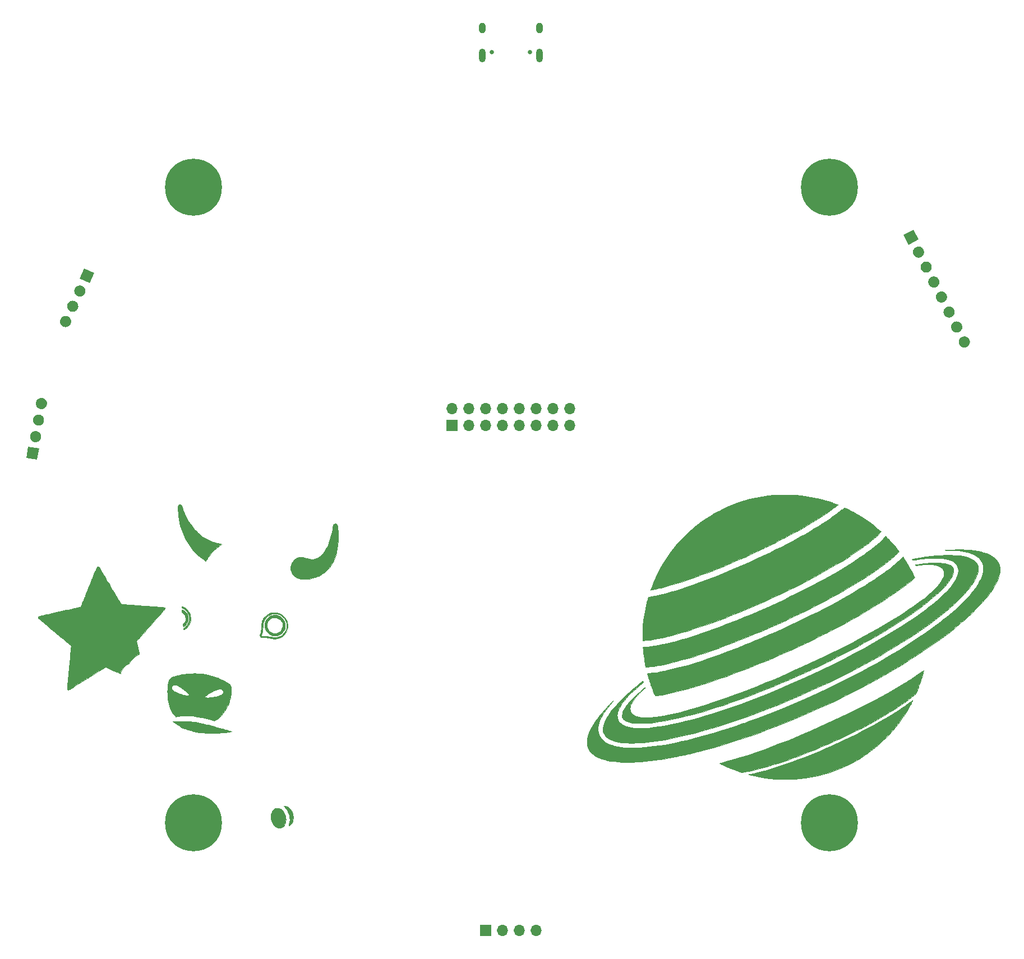
<source format=gbr>
%TF.GenerationSoftware,KiCad,Pcbnew,(5.1.10-1-10_14)*%
%TF.CreationDate,2021-10-01T16:25:32+02:00*%
%TF.ProjectId,Launchpad,4c61756e-6368-4706-9164-2e6b69636164,rev?*%
%TF.SameCoordinates,Original*%
%TF.FileFunction,Soldermask,Top*%
%TF.FilePolarity,Negative*%
%FSLAX46Y46*%
G04 Gerber Fmt 4.6, Leading zero omitted, Abs format (unit mm)*
G04 Created by KiCad (PCBNEW (5.1.10-1-10_14)) date 2021-10-01 16:25:32*
%MOMM*%
%LPD*%
G01*
G04 APERTURE LIST*
%ADD10C,0.010000*%
%ADD11C,0.100000*%
%ADD12O,1.700000X1.700000*%
%ADD13R,1.700000X1.700000*%
%ADD14C,0.900000*%
%ADD15C,8.600000*%
%ADD16O,1.000000X1.600000*%
%ADD17C,0.650000*%
%ADD18O,1.000000X2.100000*%
G04 APERTURE END LIST*
D10*
%TO.C,X1*%
G36*
X71666173Y-145792021D02*
G01*
X71873292Y-145830955D01*
X72069086Y-145909004D01*
X72251254Y-146023923D01*
X72417497Y-146173468D01*
X72565513Y-146355393D01*
X72693004Y-146567454D01*
X72797667Y-146807406D01*
X72841204Y-146938753D01*
X72882300Y-147119922D01*
X72906444Y-147322884D01*
X72913148Y-147532672D01*
X72901925Y-147734318D01*
X72872794Y-147910750D01*
X72802347Y-148138466D01*
X72707694Y-148334924D01*
X72590060Y-148498712D01*
X72450672Y-148628420D01*
X72290755Y-148722639D01*
X72118349Y-148778541D01*
X72017594Y-148797797D01*
X71940130Y-148805792D01*
X71868571Y-148802988D01*
X71785531Y-148789849D01*
X71774398Y-148787684D01*
X71592359Y-148730891D01*
X71417761Y-148635693D01*
X71253591Y-148505786D01*
X71102833Y-148344863D01*
X70968472Y-148156618D01*
X70853492Y-147944745D01*
X70760879Y-147712940D01*
X70693618Y-147464895D01*
X70689546Y-147445083D01*
X70664448Y-147243034D01*
X70664424Y-147025199D01*
X70687957Y-146804231D01*
X70733535Y-146592784D01*
X70799642Y-146403512D01*
X70819325Y-146360882D01*
X70919653Y-146186801D01*
X71035407Y-146048061D01*
X71173043Y-145938634D01*
X71339012Y-145852488D01*
X71381695Y-145835401D01*
X71470218Y-145804761D01*
X71541489Y-145790175D01*
X71615997Y-145788519D01*
X71666173Y-145792021D01*
G37*
X71666173Y-145792021D02*
X71873292Y-145830955D01*
X72069086Y-145909004D01*
X72251254Y-146023923D01*
X72417497Y-146173468D01*
X72565513Y-146355393D01*
X72693004Y-146567454D01*
X72797667Y-146807406D01*
X72841204Y-146938753D01*
X72882300Y-147119922D01*
X72906444Y-147322884D01*
X72913148Y-147532672D01*
X72901925Y-147734318D01*
X72872794Y-147910750D01*
X72802347Y-148138466D01*
X72707694Y-148334924D01*
X72590060Y-148498712D01*
X72450672Y-148628420D01*
X72290755Y-148722639D01*
X72118349Y-148778541D01*
X72017594Y-148797797D01*
X71940130Y-148805792D01*
X71868571Y-148802988D01*
X71785531Y-148789849D01*
X71774398Y-148787684D01*
X71592359Y-148730891D01*
X71417761Y-148635693D01*
X71253591Y-148505786D01*
X71102833Y-148344863D01*
X70968472Y-148156618D01*
X70853492Y-147944745D01*
X70760879Y-147712940D01*
X70693618Y-147464895D01*
X70689546Y-147445083D01*
X70664448Y-147243034D01*
X70664424Y-147025199D01*
X70687957Y-146804231D01*
X70733535Y-146592784D01*
X70799642Y-146403512D01*
X70819325Y-146360882D01*
X70919653Y-146186801D01*
X71035407Y-146048061D01*
X71173043Y-145938634D01*
X71339012Y-145852488D01*
X71381695Y-145835401D01*
X71470218Y-145804761D01*
X71541489Y-145790175D01*
X71615997Y-145788519D01*
X71666173Y-145792021D01*
G36*
X72893685Y-145528936D02*
G01*
X73081068Y-145588589D01*
X73262384Y-145684063D01*
X73433563Y-145812124D01*
X73590534Y-145969542D01*
X73729227Y-146153086D01*
X73845572Y-146359523D01*
X73883629Y-146444626D01*
X73960421Y-146668828D01*
X74008885Y-146899622D01*
X74029983Y-147132065D01*
X74024678Y-147361212D01*
X73993931Y-147582119D01*
X73938706Y-147789844D01*
X73859965Y-147979441D01*
X73758671Y-148145968D01*
X73635785Y-148284480D01*
X73506514Y-148381708D01*
X73422526Y-148428100D01*
X73368354Y-148448075D01*
X73341316Y-148442345D01*
X73337000Y-148426602D01*
X73343796Y-148395933D01*
X73361671Y-148337835D01*
X73386849Y-148264524D01*
X73388522Y-148259872D01*
X73449175Y-148065009D01*
X73487968Y-147871700D01*
X73507398Y-147664606D01*
X73510824Y-147508583D01*
X73489596Y-147182299D01*
X73427758Y-146862812D01*
X73326943Y-146554116D01*
X73188781Y-146260204D01*
X73014903Y-145985069D01*
X72806941Y-145732706D01*
X72769473Y-145693541D01*
X72588505Y-145508333D01*
X72704305Y-145508333D01*
X72893685Y-145528936D01*
G37*
X72893685Y-145528936D02*
X73081068Y-145588589D01*
X73262384Y-145684063D01*
X73433563Y-145812124D01*
X73590534Y-145969542D01*
X73729227Y-146153086D01*
X73845572Y-146359523D01*
X73883629Y-146444626D01*
X73960421Y-146668828D01*
X74008885Y-146899622D01*
X74029983Y-147132065D01*
X74024678Y-147361212D01*
X73993931Y-147582119D01*
X73938706Y-147789844D01*
X73859965Y-147979441D01*
X73758671Y-148145968D01*
X73635785Y-148284480D01*
X73506514Y-148381708D01*
X73422526Y-148428100D01*
X73368354Y-148448075D01*
X73341316Y-148442345D01*
X73337000Y-148426602D01*
X73343796Y-148395933D01*
X73361671Y-148337835D01*
X73386849Y-148264524D01*
X73388522Y-148259872D01*
X73449175Y-148065009D01*
X73487968Y-147871700D01*
X73507398Y-147664606D01*
X73510824Y-147508583D01*
X73489596Y-147182299D01*
X73427758Y-146862812D01*
X73326943Y-146554116D01*
X73188781Y-146260204D01*
X73014903Y-145985069D01*
X72806941Y-145732706D01*
X72769473Y-145693541D01*
X72588505Y-145508333D01*
X72704305Y-145508333D01*
X72893685Y-145528936D01*
G36*
X167560349Y-129515934D02*
G01*
X167537021Y-129569045D01*
X167499131Y-129648498D01*
X167449445Y-129748835D01*
X167390732Y-129864599D01*
X167325759Y-129990332D01*
X167257293Y-130120576D01*
X167188104Y-130249873D01*
X167121990Y-130370898D01*
X166641973Y-131195430D01*
X166126792Y-131996801D01*
X165577407Y-132773921D01*
X164994781Y-133525699D01*
X164379874Y-134251042D01*
X163733649Y-134948861D01*
X163057065Y-135618064D01*
X162351085Y-136257560D01*
X161616670Y-136866257D01*
X160956416Y-137369139D01*
X160811988Y-137472579D01*
X160639226Y-137592622D01*
X160446061Y-137724031D01*
X160240424Y-137861571D01*
X160030246Y-138000005D01*
X159823457Y-138134096D01*
X159627989Y-138258607D01*
X159451772Y-138368302D01*
X159347750Y-138431306D01*
X158513843Y-138904756D01*
X157665524Y-139338414D01*
X156803035Y-139732205D01*
X155926614Y-140086053D01*
X155036505Y-140399882D01*
X154132946Y-140673618D01*
X153216179Y-140907184D01*
X152286444Y-141100506D01*
X151343983Y-141253508D01*
X150389036Y-141366114D01*
X149833333Y-141412616D01*
X149708701Y-141420045D01*
X149550944Y-141427154D01*
X149366817Y-141433820D01*
X149163071Y-141439919D01*
X148946461Y-141445329D01*
X148723741Y-141449927D01*
X148501665Y-141453589D01*
X148286985Y-141456193D01*
X148086455Y-141457615D01*
X147906830Y-141457733D01*
X147754863Y-141456423D01*
X147637307Y-141453562D01*
X147621416Y-141452920D01*
X146796601Y-141404314D01*
X145998508Y-141330845D01*
X145218785Y-141231361D01*
X144449083Y-141104710D01*
X143681052Y-140949738D01*
X143239916Y-140848073D01*
X143108290Y-140815882D01*
X142990558Y-140786106D01*
X142892967Y-140760408D01*
X142821763Y-140740445D01*
X142783193Y-140727880D01*
X142778426Y-140725421D01*
X142789919Y-140714865D01*
X142834889Y-140699641D01*
X142905097Y-140682277D01*
X142947759Y-140673452D01*
X143552973Y-140547404D01*
X144191127Y-140398812D01*
X144859866Y-140228507D01*
X145556838Y-140037324D01*
X146279689Y-139826095D01*
X147026067Y-139595655D01*
X147793618Y-139346836D01*
X148579989Y-139080472D01*
X149382827Y-138797396D01*
X150199778Y-138498442D01*
X151028490Y-138184443D01*
X151866609Y-137856232D01*
X152711783Y-137514643D01*
X153561657Y-137160510D01*
X154413879Y-136794664D01*
X155266095Y-136417941D01*
X156115953Y-136031173D01*
X156310270Y-135941148D01*
X157236880Y-135504409D01*
X158149185Y-135062426D01*
X159044723Y-134616552D01*
X159921032Y-134168137D01*
X160775649Y-133718532D01*
X161606111Y-133269087D01*
X162409956Y-132821155D01*
X163184722Y-132376085D01*
X163927945Y-131935228D01*
X164637165Y-131499937D01*
X165309917Y-131071560D01*
X165907125Y-130676216D01*
X166109924Y-130538016D01*
X166321961Y-130391318D01*
X166536574Y-130240870D01*
X166747105Y-130091422D01*
X166946892Y-129947721D01*
X167129276Y-129814518D01*
X167287595Y-129696562D01*
X167379860Y-129626129D01*
X167453464Y-129570291D01*
X167513830Y-129526599D01*
X167553821Y-129500085D01*
X167566346Y-129494624D01*
X167560349Y-129515934D01*
G37*
X167560349Y-129515934D02*
X167537021Y-129569045D01*
X167499131Y-129648498D01*
X167449445Y-129748835D01*
X167390732Y-129864599D01*
X167325759Y-129990332D01*
X167257293Y-130120576D01*
X167188104Y-130249873D01*
X167121990Y-130370898D01*
X166641973Y-131195430D01*
X166126792Y-131996801D01*
X165577407Y-132773921D01*
X164994781Y-133525699D01*
X164379874Y-134251042D01*
X163733649Y-134948861D01*
X163057065Y-135618064D01*
X162351085Y-136257560D01*
X161616670Y-136866257D01*
X160956416Y-137369139D01*
X160811988Y-137472579D01*
X160639226Y-137592622D01*
X160446061Y-137724031D01*
X160240424Y-137861571D01*
X160030246Y-138000005D01*
X159823457Y-138134096D01*
X159627989Y-138258607D01*
X159451772Y-138368302D01*
X159347750Y-138431306D01*
X158513843Y-138904756D01*
X157665524Y-139338414D01*
X156803035Y-139732205D01*
X155926614Y-140086053D01*
X155036505Y-140399882D01*
X154132946Y-140673618D01*
X153216179Y-140907184D01*
X152286444Y-141100506D01*
X151343983Y-141253508D01*
X150389036Y-141366114D01*
X149833333Y-141412616D01*
X149708701Y-141420045D01*
X149550944Y-141427154D01*
X149366817Y-141433820D01*
X149163071Y-141439919D01*
X148946461Y-141445329D01*
X148723741Y-141449927D01*
X148501665Y-141453589D01*
X148286985Y-141456193D01*
X148086455Y-141457615D01*
X147906830Y-141457733D01*
X147754863Y-141456423D01*
X147637307Y-141453562D01*
X147621416Y-141452920D01*
X146796601Y-141404314D01*
X145998508Y-141330845D01*
X145218785Y-141231361D01*
X144449083Y-141104710D01*
X143681052Y-140949738D01*
X143239916Y-140848073D01*
X143108290Y-140815882D01*
X142990558Y-140786106D01*
X142892967Y-140760408D01*
X142821763Y-140740445D01*
X142783193Y-140727880D01*
X142778426Y-140725421D01*
X142789919Y-140714865D01*
X142834889Y-140699641D01*
X142905097Y-140682277D01*
X142947759Y-140673452D01*
X143552973Y-140547404D01*
X144191127Y-140398812D01*
X144859866Y-140228507D01*
X145556838Y-140037324D01*
X146279689Y-139826095D01*
X147026067Y-139595655D01*
X147793618Y-139346836D01*
X148579989Y-139080472D01*
X149382827Y-138797396D01*
X150199778Y-138498442D01*
X151028490Y-138184443D01*
X151866609Y-137856232D01*
X152711783Y-137514643D01*
X153561657Y-137160510D01*
X154413879Y-136794664D01*
X155266095Y-136417941D01*
X156115953Y-136031173D01*
X156310270Y-135941148D01*
X157236880Y-135504409D01*
X158149185Y-135062426D01*
X159044723Y-134616552D01*
X159921032Y-134168137D01*
X160775649Y-133718532D01*
X161606111Y-133269087D01*
X162409956Y-132821155D01*
X163184722Y-132376085D01*
X163927945Y-131935228D01*
X164637165Y-131499937D01*
X165309917Y-131071560D01*
X165907125Y-130676216D01*
X166109924Y-130538016D01*
X166321961Y-130391318D01*
X166536574Y-130240870D01*
X166747105Y-130091422D01*
X166946892Y-129947721D01*
X167129276Y-129814518D01*
X167287595Y-129696562D01*
X167379860Y-129626129D01*
X167453464Y-129570291D01*
X167513830Y-129526599D01*
X167553821Y-129500085D01*
X167566346Y-129494624D01*
X167560349Y-129515934D01*
G36*
X169199932Y-125034067D02*
G01*
X169199524Y-125052588D01*
X169193575Y-125083038D01*
X169192037Y-125090997D01*
X169173874Y-125173679D01*
X169144437Y-125290493D01*
X169105522Y-125435309D01*
X169058927Y-125601993D01*
X169006450Y-125784415D01*
X168949889Y-125976442D01*
X168891042Y-126171943D01*
X168831706Y-126364787D01*
X168773678Y-126548840D01*
X168718757Y-126717973D01*
X168688775Y-126807583D01*
X168633871Y-126966028D01*
X168568929Y-127147758D01*
X168497352Y-127343705D01*
X168422541Y-127544802D01*
X168347898Y-127741982D01*
X168276826Y-127926178D01*
X168212726Y-128088323D01*
X168159721Y-128217637D01*
X168114086Y-128324919D01*
X168078392Y-128402542D01*
X168046220Y-128459891D01*
X168011151Y-128506349D01*
X167966767Y-128551303D01*
X167906648Y-128604137D01*
X167879641Y-128627129D01*
X167447540Y-128982610D01*
X166976285Y-129348231D01*
X166467573Y-129723029D01*
X165923102Y-130106039D01*
X165344570Y-130496299D01*
X164733673Y-130892846D01*
X164092111Y-131294716D01*
X163421579Y-131700947D01*
X162723776Y-132110575D01*
X162000399Y-132522636D01*
X161253145Y-132936169D01*
X160483713Y-133350208D01*
X159693799Y-133763792D01*
X158885102Y-134175958D01*
X158059318Y-134585741D01*
X157218145Y-134992179D01*
X156363280Y-135394308D01*
X155496422Y-135791166D01*
X154619267Y-136181790D01*
X154384166Y-136284637D01*
X153560747Y-136638389D01*
X152738274Y-136981695D01*
X151919097Y-137313759D01*
X151105566Y-137633787D01*
X150300032Y-137940985D01*
X149504847Y-138234558D01*
X148722361Y-138513712D01*
X147954924Y-138777652D01*
X147204888Y-139025585D01*
X146474603Y-139256715D01*
X145766420Y-139470249D01*
X145082689Y-139665391D01*
X144425761Y-139841349D01*
X143797988Y-139997326D01*
X143201719Y-140132529D01*
X142689583Y-140236629D01*
X142587574Y-140255572D01*
X142467290Y-140277051D01*
X142335523Y-140299947D01*
X142199063Y-140323139D01*
X142064703Y-140345507D01*
X141939234Y-140365929D01*
X141829446Y-140383285D01*
X141742132Y-140396455D01*
X141684084Y-140404318D01*
X141663000Y-140406011D01*
X141640641Y-140399004D01*
X141584701Y-140380117D01*
X141501525Y-140351533D01*
X141397461Y-140315434D01*
X141278856Y-140274003D01*
X141271416Y-140271395D01*
X140353892Y-139928323D01*
X139455642Y-139548946D01*
X139005575Y-139341905D01*
X138824820Y-139255756D01*
X138680476Y-139185343D01*
X138570198Y-139129378D01*
X138491636Y-139086574D01*
X138442443Y-139055640D01*
X138420272Y-139035291D01*
X138422775Y-139024237D01*
X138425020Y-139023338D01*
X138453915Y-139015120D01*
X138517401Y-138997870D01*
X138609121Y-138973287D01*
X138722715Y-138943073D01*
X138851827Y-138908929D01*
X138911333Y-138893251D01*
X139763271Y-138661411D01*
X140647054Y-138406077D01*
X141559979Y-138128225D01*
X142499343Y-137828828D01*
X143462445Y-137508860D01*
X144446581Y-137169297D01*
X145449051Y-136811111D01*
X146467150Y-136435278D01*
X147498178Y-136042771D01*
X148539432Y-135634565D01*
X149588209Y-135211635D01*
X150641807Y-134774953D01*
X151697525Y-134325495D01*
X152265189Y-134078848D01*
X153387804Y-133582003D01*
X154501451Y-133077993D01*
X155603645Y-132568085D01*
X156691901Y-132053550D01*
X157763734Y-131535656D01*
X158816658Y-131015671D01*
X159848189Y-130494866D01*
X160855843Y-129974508D01*
X161837132Y-129455867D01*
X162789573Y-128940212D01*
X163710681Y-128428811D01*
X164597971Y-127922934D01*
X165448956Y-127423849D01*
X166261153Y-126932825D01*
X166266482Y-126929551D01*
X166583915Y-126733039D01*
X166910797Y-126527965D01*
X167241286Y-126318121D01*
X167569540Y-126107301D01*
X167889718Y-125899295D01*
X168195977Y-125697897D01*
X168482477Y-125506899D01*
X168743376Y-125330093D01*
X168946833Y-125189477D01*
X169047852Y-125118748D01*
X169118758Y-125069815D01*
X169164463Y-125040707D01*
X169189883Y-125029449D01*
X169199932Y-125034067D01*
G37*
X169199932Y-125034067D02*
X169199524Y-125052588D01*
X169193575Y-125083038D01*
X169192037Y-125090997D01*
X169173874Y-125173679D01*
X169144437Y-125290493D01*
X169105522Y-125435309D01*
X169058927Y-125601993D01*
X169006450Y-125784415D01*
X168949889Y-125976442D01*
X168891042Y-126171943D01*
X168831706Y-126364787D01*
X168773678Y-126548840D01*
X168718757Y-126717973D01*
X168688775Y-126807583D01*
X168633871Y-126966028D01*
X168568929Y-127147758D01*
X168497352Y-127343705D01*
X168422541Y-127544802D01*
X168347898Y-127741982D01*
X168276826Y-127926178D01*
X168212726Y-128088323D01*
X168159721Y-128217637D01*
X168114086Y-128324919D01*
X168078392Y-128402542D01*
X168046220Y-128459891D01*
X168011151Y-128506349D01*
X167966767Y-128551303D01*
X167906648Y-128604137D01*
X167879641Y-128627129D01*
X167447540Y-128982610D01*
X166976285Y-129348231D01*
X166467573Y-129723029D01*
X165923102Y-130106039D01*
X165344570Y-130496299D01*
X164733673Y-130892846D01*
X164092111Y-131294716D01*
X163421579Y-131700947D01*
X162723776Y-132110575D01*
X162000399Y-132522636D01*
X161253145Y-132936169D01*
X160483713Y-133350208D01*
X159693799Y-133763792D01*
X158885102Y-134175958D01*
X158059318Y-134585741D01*
X157218145Y-134992179D01*
X156363280Y-135394308D01*
X155496422Y-135791166D01*
X154619267Y-136181790D01*
X154384166Y-136284637D01*
X153560747Y-136638389D01*
X152738274Y-136981695D01*
X151919097Y-137313759D01*
X151105566Y-137633787D01*
X150300032Y-137940985D01*
X149504847Y-138234558D01*
X148722361Y-138513712D01*
X147954924Y-138777652D01*
X147204888Y-139025585D01*
X146474603Y-139256715D01*
X145766420Y-139470249D01*
X145082689Y-139665391D01*
X144425761Y-139841349D01*
X143797988Y-139997326D01*
X143201719Y-140132529D01*
X142689583Y-140236629D01*
X142587574Y-140255572D01*
X142467290Y-140277051D01*
X142335523Y-140299947D01*
X142199063Y-140323139D01*
X142064703Y-140345507D01*
X141939234Y-140365929D01*
X141829446Y-140383285D01*
X141742132Y-140396455D01*
X141684084Y-140404318D01*
X141663000Y-140406011D01*
X141640641Y-140399004D01*
X141584701Y-140380117D01*
X141501525Y-140351533D01*
X141397461Y-140315434D01*
X141278856Y-140274003D01*
X141271416Y-140271395D01*
X140353892Y-139928323D01*
X139455642Y-139548946D01*
X139005575Y-139341905D01*
X138824820Y-139255756D01*
X138680476Y-139185343D01*
X138570198Y-139129378D01*
X138491636Y-139086574D01*
X138442443Y-139055640D01*
X138420272Y-139035291D01*
X138422775Y-139024237D01*
X138425020Y-139023338D01*
X138453915Y-139015120D01*
X138517401Y-138997870D01*
X138609121Y-138973287D01*
X138722715Y-138943073D01*
X138851827Y-138908929D01*
X138911333Y-138893251D01*
X139763271Y-138661411D01*
X140647054Y-138406077D01*
X141559979Y-138128225D01*
X142499343Y-137828828D01*
X143462445Y-137508860D01*
X144446581Y-137169297D01*
X145449051Y-136811111D01*
X146467150Y-136435278D01*
X147498178Y-136042771D01*
X148539432Y-135634565D01*
X149588209Y-135211635D01*
X150641807Y-134774953D01*
X151697525Y-134325495D01*
X152265189Y-134078848D01*
X153387804Y-133582003D01*
X154501451Y-133077993D01*
X155603645Y-132568085D01*
X156691901Y-132053550D01*
X157763734Y-131535656D01*
X158816658Y-131015671D01*
X159848189Y-130494866D01*
X160855843Y-129974508D01*
X161837132Y-129455867D01*
X162789573Y-128940212D01*
X163710681Y-128428811D01*
X164597971Y-127922934D01*
X165448956Y-127423849D01*
X166261153Y-126932825D01*
X166266482Y-126929551D01*
X166583915Y-126733039D01*
X166910797Y-126527965D01*
X167241286Y-126318121D01*
X167569540Y-126107301D01*
X167889718Y-125899295D01*
X168195977Y-125697897D01*
X168482477Y-125506899D01*
X168743376Y-125330093D01*
X168946833Y-125189477D01*
X169047852Y-125118748D01*
X169118758Y-125069815D01*
X169164463Y-125040707D01*
X169189883Y-125029449D01*
X169199932Y-125034067D01*
G36*
X175009369Y-106742401D02*
G01*
X175647069Y-106764585D01*
X176248990Y-106806845D01*
X176814908Y-106869155D01*
X177344599Y-106951490D01*
X177837839Y-107053826D01*
X178294404Y-107176136D01*
X178714071Y-107318397D01*
X179096615Y-107480583D01*
X179127739Y-107495444D01*
X179402425Y-107638122D01*
X179642450Y-107785666D01*
X179855481Y-107943270D01*
X180049189Y-108116133D01*
X180061272Y-108128000D01*
X180256615Y-108341326D01*
X180414282Y-108560427D01*
X180538882Y-108793127D01*
X180635023Y-109047247D01*
X180665994Y-109154583D01*
X180687136Y-109238040D01*
X180702330Y-109311510D01*
X180712575Y-109385076D01*
X180718872Y-109468822D01*
X180722223Y-109572830D01*
X180723627Y-109707185D01*
X180723755Y-109736666D01*
X180723226Y-109891127D01*
X180719747Y-110014866D01*
X180712441Y-110119444D01*
X180700430Y-110216423D01*
X180682836Y-110317363D01*
X180677683Y-110343472D01*
X180582650Y-110725997D01*
X180448381Y-111123182D01*
X180275197Y-111534614D01*
X180063421Y-111959878D01*
X179813376Y-112398560D01*
X179525382Y-112850248D01*
X179199763Y-113314525D01*
X178836841Y-113790979D01*
X178436937Y-114279196D01*
X178000373Y-114778762D01*
X177527473Y-115289262D01*
X177018558Y-115810283D01*
X176473950Y-116341411D01*
X175893972Y-116882232D01*
X175278945Y-117432332D01*
X174916288Y-117746907D01*
X174101148Y-118430292D01*
X173244048Y-119117367D01*
X172344969Y-119808144D01*
X171403891Y-120502638D01*
X170420795Y-121200861D01*
X169395660Y-121902827D01*
X168328468Y-122608548D01*
X167219198Y-123318039D01*
X166067832Y-124031313D01*
X164874350Y-124748382D01*
X163638732Y-125469261D01*
X163327083Y-125647884D01*
X162265221Y-126245872D01*
X161168243Y-126847182D01*
X160042835Y-127448443D01*
X158895682Y-128046284D01*
X157733468Y-128637332D01*
X156562879Y-129218217D01*
X155390600Y-129785567D01*
X154223316Y-130336010D01*
X153067712Y-130866174D01*
X152289857Y-131214325D01*
X150615293Y-131942361D01*
X148953229Y-132637715D01*
X147304740Y-133300000D01*
X145670902Y-133928828D01*
X144052790Y-134523813D01*
X142451479Y-135084568D01*
X140868046Y-135610705D01*
X139303567Y-136101837D01*
X137759116Y-136557578D01*
X136392500Y-136935724D01*
X136264434Y-136969625D01*
X136111409Y-137009474D01*
X135938834Y-137053918D01*
X135752116Y-137101603D01*
X135556663Y-137151175D01*
X135357882Y-137201279D01*
X135161181Y-137250562D01*
X134971968Y-137297669D01*
X134795651Y-137341247D01*
X134637638Y-137379941D01*
X134503336Y-137412397D01*
X134398153Y-137437261D01*
X134327497Y-137453179D01*
X134318166Y-137455132D01*
X134266071Y-137469310D01*
X134235218Y-137484215D01*
X134233500Y-137486145D01*
X134207856Y-137498146D01*
X134144057Y-137517431D01*
X134045515Y-137543280D01*
X133915643Y-137574968D01*
X133757854Y-137611775D01*
X133575563Y-137652977D01*
X133372181Y-137697853D01*
X133151122Y-137745679D01*
X132915799Y-137795734D01*
X132669625Y-137847295D01*
X132416014Y-137899640D01*
X132158378Y-137952046D01*
X131900131Y-138003791D01*
X131644686Y-138054153D01*
X131395456Y-138102410D01*
X131155854Y-138147838D01*
X130929293Y-138189716D01*
X130793916Y-138214107D01*
X130046579Y-138341138D01*
X129306759Y-138454881D01*
X128577735Y-138555044D01*
X127862786Y-138641339D01*
X127165189Y-138713474D01*
X126488224Y-138771160D01*
X125835169Y-138814107D01*
X125209302Y-138842024D01*
X124613903Y-138854622D01*
X124052250Y-138851611D01*
X123706578Y-138841135D01*
X123092573Y-138805735D01*
X122515587Y-138751519D01*
X121975729Y-138678519D01*
X121473108Y-138586767D01*
X121007834Y-138476294D01*
X120580014Y-138347132D01*
X120189760Y-138199312D01*
X119837178Y-138032866D01*
X119522380Y-137847826D01*
X119245472Y-137644223D01*
X119084947Y-137501067D01*
X118881705Y-137284436D01*
X118717892Y-137062969D01*
X118591114Y-136831282D01*
X118498974Y-136583993D01*
X118439080Y-136315720D01*
X118409036Y-136021079D01*
X118407070Y-135977271D01*
X118403449Y-135779593D01*
X118409942Y-135601441D01*
X118428117Y-135428930D01*
X118459538Y-135248174D01*
X118505772Y-135045289D01*
X118517379Y-134999083D01*
X118625495Y-134639598D01*
X118770981Y-134262873D01*
X118953091Y-133870077D01*
X119171075Y-133462382D01*
X119424186Y-133040957D01*
X119711674Y-132606974D01*
X120032791Y-132161603D01*
X120386789Y-131706015D01*
X120772920Y-131241380D01*
X121190434Y-130768868D01*
X121295773Y-130653828D01*
X121391108Y-130551412D01*
X121497278Y-130439064D01*
X121610548Y-130320575D01*
X121727184Y-130199734D01*
X121843450Y-130080329D01*
X121955613Y-129966150D01*
X122059937Y-129860986D01*
X122152689Y-129768627D01*
X122230132Y-129692860D01*
X122288533Y-129637476D01*
X122324157Y-129606263D01*
X122333590Y-129600868D01*
X122323826Y-129619128D01*
X122290429Y-129662262D01*
X122238487Y-129724042D01*
X122173088Y-129798240D01*
X122165148Y-129807051D01*
X121802585Y-130223435D01*
X121472149Y-130633805D01*
X121174402Y-131037022D01*
X120909907Y-131431947D01*
X120679227Y-131817439D01*
X120482924Y-132192360D01*
X120321562Y-132555570D01*
X120195702Y-132905929D01*
X120105909Y-133242299D01*
X120052743Y-133563540D01*
X120036769Y-133868512D01*
X120049981Y-134089899D01*
X120104755Y-134400914D01*
X120196718Y-134698806D01*
X120323928Y-134978159D01*
X120434521Y-135162187D01*
X120519094Y-135273227D01*
X120630542Y-135397179D01*
X120759510Y-135525057D01*
X120896646Y-135647872D01*
X121032596Y-135756636D01*
X121111145Y-135812375D01*
X121416290Y-135993786D01*
X121757820Y-136154347D01*
X122135284Y-136294069D01*
X122548229Y-136412962D01*
X122996204Y-136511036D01*
X123478757Y-136588301D01*
X123995435Y-136644767D01*
X124545788Y-136680444D01*
X125129362Y-136695342D01*
X125745705Y-136689472D01*
X126394367Y-136662843D01*
X127074894Y-136615465D01*
X127786836Y-136547349D01*
X128529739Y-136458504D01*
X129303152Y-136348940D01*
X130106623Y-136218668D01*
X130939701Y-136067697D01*
X131801932Y-135896038D01*
X132692865Y-135703700D01*
X133408000Y-135539193D01*
X133958594Y-135405857D01*
X134541960Y-135258214D01*
X135151719Y-135098068D01*
X135781494Y-134927220D01*
X136424905Y-134747471D01*
X137075576Y-134560622D01*
X137727128Y-134368476D01*
X138373182Y-134172833D01*
X139007361Y-133975496D01*
X139493416Y-133820347D01*
X139657258Y-133767495D01*
X139812612Y-133717501D01*
X139953714Y-133672211D01*
X140074802Y-133633470D01*
X140170112Y-133603124D01*
X140233881Y-133583017D01*
X140252551Y-133577256D01*
X140319139Y-133556156D01*
X140421095Y-133522594D01*
X140553846Y-133478144D01*
X140712822Y-133424380D01*
X140893451Y-133362876D01*
X141091161Y-133295206D01*
X141301382Y-133222946D01*
X141519543Y-133147669D01*
X141741071Y-133070949D01*
X141961396Y-132994361D01*
X142175946Y-132919479D01*
X142380150Y-132847878D01*
X142569436Y-132781131D01*
X142734465Y-132722515D01*
X144451217Y-132094347D01*
X146181845Y-131430183D01*
X147921692Y-130732087D01*
X149666100Y-130002124D01*
X151410413Y-129242357D01*
X153149974Y-128454853D01*
X154880126Y-127641675D01*
X156596211Y-126804887D01*
X158293573Y-125946556D01*
X159813416Y-125150918D01*
X160993634Y-124513794D01*
X162152634Y-123870096D01*
X163288291Y-123221143D01*
X164398483Y-122568253D01*
X165481086Y-121912746D01*
X166533976Y-121255940D01*
X167555031Y-120599157D01*
X168542125Y-119943713D01*
X169493137Y-119290929D01*
X170405942Y-118642124D01*
X171042333Y-118175198D01*
X171668827Y-117702625D01*
X172259407Y-117243559D01*
X172817259Y-116795281D01*
X173345571Y-116355072D01*
X173847529Y-115920213D01*
X174326319Y-115487986D01*
X174785127Y-115055671D01*
X175227141Y-114620550D01*
X175328583Y-114517940D01*
X175595538Y-114243557D01*
X175835207Y-113990568D01*
X176052712Y-113753131D01*
X176253175Y-113525405D01*
X176441718Y-113301545D01*
X176623462Y-113075709D01*
X176803530Y-112842056D01*
X176838760Y-112795250D01*
X177144350Y-112368468D01*
X177411373Y-111954609D01*
X177639793Y-111553928D01*
X177829574Y-111166682D01*
X177980680Y-110793127D01*
X178093075Y-110433519D01*
X178166722Y-110088116D01*
X178201586Y-109757173D01*
X178197631Y-109440948D01*
X178154820Y-109139695D01*
X178073117Y-108853673D01*
X177952487Y-108583136D01*
X177792894Y-108328343D01*
X177594300Y-108089548D01*
X177512194Y-108006524D01*
X177290868Y-107814033D01*
X177043440Y-107640219D01*
X176768281Y-107484526D01*
X176463764Y-107346403D01*
X176128259Y-107225293D01*
X175760137Y-107120645D01*
X175357770Y-107031904D01*
X174919528Y-106958516D01*
X174443783Y-106899928D01*
X174185583Y-106875516D01*
X174092054Y-106869369D01*
X173963747Y-106863677D01*
X173808215Y-106858631D01*
X173633013Y-106854423D01*
X173445694Y-106851246D01*
X173253812Y-106849289D01*
X173131833Y-106848766D01*
X172919128Y-106848027D01*
X172748338Y-106846584D01*
X172619050Y-106844350D01*
X172530851Y-106841239D01*
X172483328Y-106837163D01*
X172476067Y-106832036D01*
X172508655Y-106825770D01*
X172580679Y-106818279D01*
X172691725Y-106809474D01*
X172841381Y-106799270D01*
X172883833Y-106796550D01*
X173627527Y-106758358D01*
X174336114Y-106740317D01*
X175009369Y-106742401D01*
G37*
X175009369Y-106742401D02*
X175647069Y-106764585D01*
X176248990Y-106806845D01*
X176814908Y-106869155D01*
X177344599Y-106951490D01*
X177837839Y-107053826D01*
X178294404Y-107176136D01*
X178714071Y-107318397D01*
X179096615Y-107480583D01*
X179127739Y-107495444D01*
X179402425Y-107638122D01*
X179642450Y-107785666D01*
X179855481Y-107943270D01*
X180049189Y-108116133D01*
X180061272Y-108128000D01*
X180256615Y-108341326D01*
X180414282Y-108560427D01*
X180538882Y-108793127D01*
X180635023Y-109047247D01*
X180665994Y-109154583D01*
X180687136Y-109238040D01*
X180702330Y-109311510D01*
X180712575Y-109385076D01*
X180718872Y-109468822D01*
X180722223Y-109572830D01*
X180723627Y-109707185D01*
X180723755Y-109736666D01*
X180723226Y-109891127D01*
X180719747Y-110014866D01*
X180712441Y-110119444D01*
X180700430Y-110216423D01*
X180682836Y-110317363D01*
X180677683Y-110343472D01*
X180582650Y-110725997D01*
X180448381Y-111123182D01*
X180275197Y-111534614D01*
X180063421Y-111959878D01*
X179813376Y-112398560D01*
X179525382Y-112850248D01*
X179199763Y-113314525D01*
X178836841Y-113790979D01*
X178436937Y-114279196D01*
X178000373Y-114778762D01*
X177527473Y-115289262D01*
X177018558Y-115810283D01*
X176473950Y-116341411D01*
X175893972Y-116882232D01*
X175278945Y-117432332D01*
X174916288Y-117746907D01*
X174101148Y-118430292D01*
X173244048Y-119117367D01*
X172344969Y-119808144D01*
X171403891Y-120502638D01*
X170420795Y-121200861D01*
X169395660Y-121902827D01*
X168328468Y-122608548D01*
X167219198Y-123318039D01*
X166067832Y-124031313D01*
X164874350Y-124748382D01*
X163638732Y-125469261D01*
X163327083Y-125647884D01*
X162265221Y-126245872D01*
X161168243Y-126847182D01*
X160042835Y-127448443D01*
X158895682Y-128046284D01*
X157733468Y-128637332D01*
X156562879Y-129218217D01*
X155390600Y-129785567D01*
X154223316Y-130336010D01*
X153067712Y-130866174D01*
X152289857Y-131214325D01*
X150615293Y-131942361D01*
X148953229Y-132637715D01*
X147304740Y-133300000D01*
X145670902Y-133928828D01*
X144052790Y-134523813D01*
X142451479Y-135084568D01*
X140868046Y-135610705D01*
X139303567Y-136101837D01*
X137759116Y-136557578D01*
X136392500Y-136935724D01*
X136264434Y-136969625D01*
X136111409Y-137009474D01*
X135938834Y-137053918D01*
X135752116Y-137101603D01*
X135556663Y-137151175D01*
X135357882Y-137201279D01*
X135161181Y-137250562D01*
X134971968Y-137297669D01*
X134795651Y-137341247D01*
X134637638Y-137379941D01*
X134503336Y-137412397D01*
X134398153Y-137437261D01*
X134327497Y-137453179D01*
X134318166Y-137455132D01*
X134266071Y-137469310D01*
X134235218Y-137484215D01*
X134233500Y-137486145D01*
X134207856Y-137498146D01*
X134144057Y-137517431D01*
X134045515Y-137543280D01*
X133915643Y-137574968D01*
X133757854Y-137611775D01*
X133575563Y-137652977D01*
X133372181Y-137697853D01*
X133151122Y-137745679D01*
X132915799Y-137795734D01*
X132669625Y-137847295D01*
X132416014Y-137899640D01*
X132158378Y-137952046D01*
X131900131Y-138003791D01*
X131644686Y-138054153D01*
X131395456Y-138102410D01*
X131155854Y-138147838D01*
X130929293Y-138189716D01*
X130793916Y-138214107D01*
X130046579Y-138341138D01*
X129306759Y-138454881D01*
X128577735Y-138555044D01*
X127862786Y-138641339D01*
X127165189Y-138713474D01*
X126488224Y-138771160D01*
X125835169Y-138814107D01*
X125209302Y-138842024D01*
X124613903Y-138854622D01*
X124052250Y-138851611D01*
X123706578Y-138841135D01*
X123092573Y-138805735D01*
X122515587Y-138751519D01*
X121975729Y-138678519D01*
X121473108Y-138586767D01*
X121007834Y-138476294D01*
X120580014Y-138347132D01*
X120189760Y-138199312D01*
X119837178Y-138032866D01*
X119522380Y-137847826D01*
X119245472Y-137644223D01*
X119084947Y-137501067D01*
X118881705Y-137284436D01*
X118717892Y-137062969D01*
X118591114Y-136831282D01*
X118498974Y-136583993D01*
X118439080Y-136315720D01*
X118409036Y-136021079D01*
X118407070Y-135977271D01*
X118403449Y-135779593D01*
X118409942Y-135601441D01*
X118428117Y-135428930D01*
X118459538Y-135248174D01*
X118505772Y-135045289D01*
X118517379Y-134999083D01*
X118625495Y-134639598D01*
X118770981Y-134262873D01*
X118953091Y-133870077D01*
X119171075Y-133462382D01*
X119424186Y-133040957D01*
X119711674Y-132606974D01*
X120032791Y-132161603D01*
X120386789Y-131706015D01*
X120772920Y-131241380D01*
X121190434Y-130768868D01*
X121295773Y-130653828D01*
X121391108Y-130551412D01*
X121497278Y-130439064D01*
X121610548Y-130320575D01*
X121727184Y-130199734D01*
X121843450Y-130080329D01*
X121955613Y-129966150D01*
X122059937Y-129860986D01*
X122152689Y-129768627D01*
X122230132Y-129692860D01*
X122288533Y-129637476D01*
X122324157Y-129606263D01*
X122333590Y-129600868D01*
X122323826Y-129619128D01*
X122290429Y-129662262D01*
X122238487Y-129724042D01*
X122173088Y-129798240D01*
X122165148Y-129807051D01*
X121802585Y-130223435D01*
X121472149Y-130633805D01*
X121174402Y-131037022D01*
X120909907Y-131431947D01*
X120679227Y-131817439D01*
X120482924Y-132192360D01*
X120321562Y-132555570D01*
X120195702Y-132905929D01*
X120105909Y-133242299D01*
X120052743Y-133563540D01*
X120036769Y-133868512D01*
X120049981Y-134089899D01*
X120104755Y-134400914D01*
X120196718Y-134698806D01*
X120323928Y-134978159D01*
X120434521Y-135162187D01*
X120519094Y-135273227D01*
X120630542Y-135397179D01*
X120759510Y-135525057D01*
X120896646Y-135647872D01*
X121032596Y-135756636D01*
X121111145Y-135812375D01*
X121416290Y-135993786D01*
X121757820Y-136154347D01*
X122135284Y-136294069D01*
X122548229Y-136412962D01*
X122996204Y-136511036D01*
X123478757Y-136588301D01*
X123995435Y-136644767D01*
X124545788Y-136680444D01*
X125129362Y-136695342D01*
X125745705Y-136689472D01*
X126394367Y-136662843D01*
X127074894Y-136615465D01*
X127786836Y-136547349D01*
X128529739Y-136458504D01*
X129303152Y-136348940D01*
X130106623Y-136218668D01*
X130939701Y-136067697D01*
X131801932Y-135896038D01*
X132692865Y-135703700D01*
X133408000Y-135539193D01*
X133958594Y-135405857D01*
X134541960Y-135258214D01*
X135151719Y-135098068D01*
X135781494Y-134927220D01*
X136424905Y-134747471D01*
X137075576Y-134560622D01*
X137727128Y-134368476D01*
X138373182Y-134172833D01*
X139007361Y-133975496D01*
X139493416Y-133820347D01*
X139657258Y-133767495D01*
X139812612Y-133717501D01*
X139953714Y-133672211D01*
X140074802Y-133633470D01*
X140170112Y-133603124D01*
X140233881Y-133583017D01*
X140252551Y-133577256D01*
X140319139Y-133556156D01*
X140421095Y-133522594D01*
X140553846Y-133478144D01*
X140712822Y-133424380D01*
X140893451Y-133362876D01*
X141091161Y-133295206D01*
X141301382Y-133222946D01*
X141519543Y-133147669D01*
X141741071Y-133070949D01*
X141961396Y-132994361D01*
X142175946Y-132919479D01*
X142380150Y-132847878D01*
X142569436Y-132781131D01*
X142734465Y-132722515D01*
X144451217Y-132094347D01*
X146181845Y-131430183D01*
X147921692Y-130732087D01*
X149666100Y-130002124D01*
X151410413Y-129242357D01*
X153149974Y-128454853D01*
X154880126Y-127641675D01*
X156596211Y-126804887D01*
X158293573Y-125946556D01*
X159813416Y-125150918D01*
X160993634Y-124513794D01*
X162152634Y-123870096D01*
X163288291Y-123221143D01*
X164398483Y-122568253D01*
X165481086Y-121912746D01*
X166533976Y-121255940D01*
X167555031Y-120599157D01*
X168542125Y-119943713D01*
X169493137Y-119290929D01*
X170405942Y-118642124D01*
X171042333Y-118175198D01*
X171668827Y-117702625D01*
X172259407Y-117243559D01*
X172817259Y-116795281D01*
X173345571Y-116355072D01*
X173847529Y-115920213D01*
X174326319Y-115487986D01*
X174785127Y-115055671D01*
X175227141Y-114620550D01*
X175328583Y-114517940D01*
X175595538Y-114243557D01*
X175835207Y-113990568D01*
X176052712Y-113753131D01*
X176253175Y-113525405D01*
X176441718Y-113301545D01*
X176623462Y-113075709D01*
X176803530Y-112842056D01*
X176838760Y-112795250D01*
X177144350Y-112368468D01*
X177411373Y-111954609D01*
X177639793Y-111553928D01*
X177829574Y-111166682D01*
X177980680Y-110793127D01*
X178093075Y-110433519D01*
X178166722Y-110088116D01*
X178201586Y-109757173D01*
X178197631Y-109440948D01*
X178154820Y-109139695D01*
X178073117Y-108853673D01*
X177952487Y-108583136D01*
X177792894Y-108328343D01*
X177594300Y-108089548D01*
X177512194Y-108006524D01*
X177290868Y-107814033D01*
X177043440Y-107640219D01*
X176768281Y-107484526D01*
X176463764Y-107346403D01*
X176128259Y-107225293D01*
X175760137Y-107120645D01*
X175357770Y-107031904D01*
X174919528Y-106958516D01*
X174443783Y-106899928D01*
X174185583Y-106875516D01*
X174092054Y-106869369D01*
X173963747Y-106863677D01*
X173808215Y-106858631D01*
X173633013Y-106854423D01*
X173445694Y-106851246D01*
X173253812Y-106849289D01*
X173131833Y-106848766D01*
X172919128Y-106848027D01*
X172748338Y-106846584D01*
X172619050Y-106844350D01*
X172530851Y-106841239D01*
X172483328Y-106837163D01*
X172476067Y-106832036D01*
X172508655Y-106825770D01*
X172580679Y-106818279D01*
X172691725Y-106809474D01*
X172841381Y-106799270D01*
X172883833Y-106796550D01*
X173627527Y-106758358D01*
X174336114Y-106740317D01*
X175009369Y-106742401D01*
G36*
X173002452Y-107588806D02*
G01*
X173248169Y-107590610D01*
X173485752Y-107594143D01*
X173708541Y-107599377D01*
X173909878Y-107606284D01*
X174083101Y-107614835D01*
X174221553Y-107625003D01*
X174236765Y-107626453D01*
X174693434Y-107679798D01*
X175111091Y-107746130D01*
X175491141Y-107825849D01*
X175834990Y-107919353D01*
X176144044Y-108027041D01*
X176419708Y-108149312D01*
X176663388Y-108286565D01*
X176738137Y-108335980D01*
X176952118Y-108500405D01*
X177125929Y-108672923D01*
X177261491Y-108857076D01*
X177360720Y-109056406D01*
X177425538Y-109274456D01*
X177457861Y-109514770D01*
X177462446Y-109673166D01*
X177452017Y-109892328D01*
X177421953Y-110108223D01*
X177370331Y-110327731D01*
X177295231Y-110557734D01*
X177194733Y-110805112D01*
X177075417Y-111059583D01*
X176874930Y-111432453D01*
X176634769Y-111819603D01*
X176355060Y-112220891D01*
X176035928Y-112636171D01*
X175677499Y-113065299D01*
X175279900Y-113508133D01*
X174843256Y-113964529D01*
X174367692Y-114434341D01*
X173853335Y-114917427D01*
X173300311Y-115413642D01*
X173158142Y-115537892D01*
X172487472Y-116107198D01*
X171776609Y-116683897D01*
X171026892Y-117267174D01*
X170239660Y-117856216D01*
X169416249Y-118450207D01*
X168557998Y-119048334D01*
X167666245Y-119649781D01*
X166742329Y-120253734D01*
X165787586Y-120859378D01*
X164803355Y-121465900D01*
X163790974Y-122072483D01*
X162751781Y-122678315D01*
X161687115Y-123282580D01*
X160598312Y-123884464D01*
X159486711Y-124483152D01*
X158353650Y-125077830D01*
X157200468Y-125667682D01*
X156028501Y-126251896D01*
X154839088Y-126829656D01*
X153802083Y-127321298D01*
X152157041Y-128080596D01*
X150534069Y-128805764D01*
X148931230Y-129497540D01*
X147346589Y-130156664D01*
X145778209Y-130783874D01*
X144224156Y-131379909D01*
X142682493Y-131945509D01*
X141151285Y-132481412D01*
X139628596Y-132988357D01*
X138112491Y-133467084D01*
X136601033Y-133918330D01*
X136276083Y-134011947D01*
X135464079Y-134239154D01*
X134658368Y-134454262D01*
X133861255Y-134656840D01*
X133075049Y-134846458D01*
X132302056Y-135022685D01*
X131544583Y-135185093D01*
X130804938Y-135333249D01*
X130085428Y-135466724D01*
X129388360Y-135585088D01*
X128716041Y-135687909D01*
X128070778Y-135774759D01*
X127454878Y-135845206D01*
X126870648Y-135898820D01*
X126320396Y-135935171D01*
X125872666Y-135952381D01*
X125726088Y-135956011D01*
X125579844Y-135959793D01*
X125444436Y-135963445D01*
X125330365Y-135966684D01*
X125248250Y-135969222D01*
X125166771Y-135970457D01*
X125053247Y-135970109D01*
X124917930Y-135968318D01*
X124771070Y-135965220D01*
X124622922Y-135960956D01*
X124613250Y-135960634D01*
X124107901Y-135933689D01*
X123636700Y-135888116D01*
X123200056Y-135824104D01*
X122798377Y-135741840D01*
X122432072Y-135641512D01*
X122101550Y-135523308D01*
X121807219Y-135387414D01*
X121549487Y-135234020D01*
X121328764Y-135063312D01*
X121145458Y-134875479D01*
X120999978Y-134670708D01*
X120892732Y-134449186D01*
X120826165Y-134221131D01*
X120794553Y-133966567D01*
X120801004Y-133694738D01*
X120845152Y-133406145D01*
X120926637Y-133101287D01*
X121045094Y-132780666D01*
X121200160Y-132444781D01*
X121391472Y-132094133D01*
X121618667Y-131729223D01*
X121881382Y-131350551D01*
X122179252Y-130958617D01*
X122511916Y-130553922D01*
X122879010Y-130136965D01*
X123280170Y-129708249D01*
X123715034Y-129268272D01*
X124183238Y-128817535D01*
X124684419Y-128356539D01*
X125218213Y-127885785D01*
X125756250Y-127429106D01*
X125854257Y-127347926D01*
X125965230Y-127256921D01*
X126084695Y-127159669D01*
X126208179Y-127059745D01*
X126331211Y-126960729D01*
X126449316Y-126866198D01*
X126558022Y-126779729D01*
X126652857Y-126704901D01*
X126729347Y-126645290D01*
X126783020Y-126604475D01*
X126809403Y-126586034D01*
X126811140Y-126585333D01*
X126821272Y-126603712D01*
X126837423Y-126650434D01*
X126846723Y-126681977D01*
X126861562Y-126744489D01*
X126861084Y-126781104D01*
X126845009Y-126805495D01*
X126844182Y-126806275D01*
X126819982Y-126827304D01*
X126768225Y-126871228D01*
X126693889Y-126933858D01*
X126601951Y-127011005D01*
X126497392Y-127098480D01*
X126433583Y-127151750D01*
X125922974Y-127588227D01*
X125452317Y-128012444D01*
X125021652Y-128424350D01*
X124631019Y-128823898D01*
X124280457Y-129211039D01*
X123970005Y-129585725D01*
X123699704Y-129947906D01*
X123469592Y-130297534D01*
X123279710Y-130634561D01*
X123130096Y-130958938D01*
X123020790Y-131270616D01*
X122989891Y-131385471D01*
X122962629Y-131532285D01*
X122946366Y-131697783D01*
X122941268Y-131868836D01*
X122947502Y-132032312D01*
X122965236Y-132175083D01*
X122979071Y-132236833D01*
X123065803Y-132476937D01*
X123189293Y-132696115D01*
X123349495Y-132894357D01*
X123546361Y-133071649D01*
X123779842Y-133227982D01*
X124049891Y-133363342D01*
X124356460Y-133477719D01*
X124699502Y-133571100D01*
X125078969Y-133643475D01*
X125494813Y-133694830D01*
X125946986Y-133725156D01*
X126435441Y-133734439D01*
X126960130Y-133722669D01*
X127521006Y-133689833D01*
X128118019Y-133635921D01*
X128518500Y-133590418D01*
X129235196Y-133493017D01*
X129985562Y-133371922D01*
X130768444Y-133227510D01*
X131582686Y-133060157D01*
X132427133Y-132870238D01*
X133300631Y-132658129D01*
X134202025Y-132424206D01*
X135130159Y-132168845D01*
X136083880Y-131892422D01*
X137062031Y-131595312D01*
X138063459Y-131277893D01*
X139087008Y-130940539D01*
X140131523Y-130583627D01*
X141195850Y-130207532D01*
X142278833Y-129812630D01*
X143379319Y-129399298D01*
X144496151Y-128967911D01*
X145628175Y-128518845D01*
X146774236Y-128052476D01*
X147933180Y-127569180D01*
X149103851Y-127069333D01*
X150285094Y-126553311D01*
X150690985Y-126373326D01*
X152335682Y-125628061D01*
X153957064Y-124866887D01*
X155552946Y-124090954D01*
X157121145Y-123301410D01*
X158659477Y-122499404D01*
X160165758Y-121686084D01*
X161637803Y-120862600D01*
X163073430Y-120030099D01*
X164470454Y-119189730D01*
X165158000Y-118764336D01*
X165963862Y-118254161D01*
X166737120Y-117750835D01*
X167477201Y-117254812D01*
X168183529Y-116766547D01*
X168855530Y-116286493D01*
X169492630Y-115815104D01*
X170094254Y-115352835D01*
X170659827Y-114900140D01*
X171188777Y-114457473D01*
X171680527Y-114025288D01*
X172134503Y-113604039D01*
X172550132Y-113194180D01*
X172926838Y-112796165D01*
X173264048Y-112410449D01*
X173391129Y-112255500D01*
X173564102Y-112030172D01*
X173730386Y-111794045D01*
X173886090Y-111553703D01*
X174027327Y-111315734D01*
X174150205Y-111086722D01*
X174250836Y-110873253D01*
X174325330Y-110681914D01*
X174331575Y-110663076D01*
X174410897Y-110366804D01*
X174451023Y-110085974D01*
X174451948Y-109820028D01*
X174413667Y-109568406D01*
X174336176Y-109330548D01*
X174320899Y-109295419D01*
X174206559Y-109085964D01*
X174060390Y-108896208D01*
X173881514Y-108725703D01*
X173669051Y-108573998D01*
X173422121Y-108440647D01*
X173139845Y-108325200D01*
X172821345Y-108227209D01*
X172465740Y-108146224D01*
X172072152Y-108081798D01*
X171899583Y-108060064D01*
X171801628Y-108051808D01*
X171668167Y-108045113D01*
X171506000Y-108039976D01*
X171321927Y-108036397D01*
X171122746Y-108034373D01*
X170915256Y-108033902D01*
X170706258Y-108034983D01*
X170502549Y-108037615D01*
X170310930Y-108041795D01*
X170138199Y-108047521D01*
X169991155Y-108054793D01*
X169909916Y-108060568D01*
X169702902Y-108079262D01*
X169474933Y-108102234D01*
X169232604Y-108128644D01*
X168982514Y-108157651D01*
X168731259Y-108188415D01*
X168485436Y-108220094D01*
X168251643Y-108251848D01*
X168036474Y-108282836D01*
X167846529Y-108312216D01*
X167688404Y-108339149D01*
X167615241Y-108353043D01*
X167577604Y-108354667D01*
X167548536Y-108335531D01*
X167516257Y-108287130D01*
X167510919Y-108277725D01*
X167483012Y-108221666D01*
X167478754Y-108191632D01*
X167490203Y-108181395D01*
X167523405Y-108173490D01*
X167592863Y-108159774D01*
X167693045Y-108141198D01*
X167818419Y-108118716D01*
X167963452Y-108093280D01*
X168122611Y-108065842D01*
X168290364Y-108037357D01*
X168461177Y-108008775D01*
X168629519Y-107981050D01*
X168789856Y-107955134D01*
X168936657Y-107931981D01*
X168957416Y-107928766D01*
X169655572Y-107828246D01*
X170353206Y-107742764D01*
X171064642Y-107670703D01*
X171730250Y-107615863D01*
X171884927Y-107606703D01*
X172071425Y-107599441D01*
X172283087Y-107594048D01*
X172513251Y-107590497D01*
X172755259Y-107588759D01*
X173002452Y-107588806D01*
G37*
X173002452Y-107588806D02*
X173248169Y-107590610D01*
X173485752Y-107594143D01*
X173708541Y-107599377D01*
X173909878Y-107606284D01*
X174083101Y-107614835D01*
X174221553Y-107625003D01*
X174236765Y-107626453D01*
X174693434Y-107679798D01*
X175111091Y-107746130D01*
X175491141Y-107825849D01*
X175834990Y-107919353D01*
X176144044Y-108027041D01*
X176419708Y-108149312D01*
X176663388Y-108286565D01*
X176738137Y-108335980D01*
X176952118Y-108500405D01*
X177125929Y-108672923D01*
X177261491Y-108857076D01*
X177360720Y-109056406D01*
X177425538Y-109274456D01*
X177457861Y-109514770D01*
X177462446Y-109673166D01*
X177452017Y-109892328D01*
X177421953Y-110108223D01*
X177370331Y-110327731D01*
X177295231Y-110557734D01*
X177194733Y-110805112D01*
X177075417Y-111059583D01*
X176874930Y-111432453D01*
X176634769Y-111819603D01*
X176355060Y-112220891D01*
X176035928Y-112636171D01*
X175677499Y-113065299D01*
X175279900Y-113508133D01*
X174843256Y-113964529D01*
X174367692Y-114434341D01*
X173853335Y-114917427D01*
X173300311Y-115413642D01*
X173158142Y-115537892D01*
X172487472Y-116107198D01*
X171776609Y-116683897D01*
X171026892Y-117267174D01*
X170239660Y-117856216D01*
X169416249Y-118450207D01*
X168557998Y-119048334D01*
X167666245Y-119649781D01*
X166742329Y-120253734D01*
X165787586Y-120859378D01*
X164803355Y-121465900D01*
X163790974Y-122072483D01*
X162751781Y-122678315D01*
X161687115Y-123282580D01*
X160598312Y-123884464D01*
X159486711Y-124483152D01*
X158353650Y-125077830D01*
X157200468Y-125667682D01*
X156028501Y-126251896D01*
X154839088Y-126829656D01*
X153802083Y-127321298D01*
X152157041Y-128080596D01*
X150534069Y-128805764D01*
X148931230Y-129497540D01*
X147346589Y-130156664D01*
X145778209Y-130783874D01*
X144224156Y-131379909D01*
X142682493Y-131945509D01*
X141151285Y-132481412D01*
X139628596Y-132988357D01*
X138112491Y-133467084D01*
X136601033Y-133918330D01*
X136276083Y-134011947D01*
X135464079Y-134239154D01*
X134658368Y-134454262D01*
X133861255Y-134656840D01*
X133075049Y-134846458D01*
X132302056Y-135022685D01*
X131544583Y-135185093D01*
X130804938Y-135333249D01*
X130085428Y-135466724D01*
X129388360Y-135585088D01*
X128716041Y-135687909D01*
X128070778Y-135774759D01*
X127454878Y-135845206D01*
X126870648Y-135898820D01*
X126320396Y-135935171D01*
X125872666Y-135952381D01*
X125726088Y-135956011D01*
X125579844Y-135959793D01*
X125444436Y-135963445D01*
X125330365Y-135966684D01*
X125248250Y-135969222D01*
X125166771Y-135970457D01*
X125053247Y-135970109D01*
X124917930Y-135968318D01*
X124771070Y-135965220D01*
X124622922Y-135960956D01*
X124613250Y-135960634D01*
X124107901Y-135933689D01*
X123636700Y-135888116D01*
X123200056Y-135824104D01*
X122798377Y-135741840D01*
X122432072Y-135641512D01*
X122101550Y-135523308D01*
X121807219Y-135387414D01*
X121549487Y-135234020D01*
X121328764Y-135063312D01*
X121145458Y-134875479D01*
X120999978Y-134670708D01*
X120892732Y-134449186D01*
X120826165Y-134221131D01*
X120794553Y-133966567D01*
X120801004Y-133694738D01*
X120845152Y-133406145D01*
X120926637Y-133101287D01*
X121045094Y-132780666D01*
X121200160Y-132444781D01*
X121391472Y-132094133D01*
X121618667Y-131729223D01*
X121881382Y-131350551D01*
X122179252Y-130958617D01*
X122511916Y-130553922D01*
X122879010Y-130136965D01*
X123280170Y-129708249D01*
X123715034Y-129268272D01*
X124183238Y-128817535D01*
X124684419Y-128356539D01*
X125218213Y-127885785D01*
X125756250Y-127429106D01*
X125854257Y-127347926D01*
X125965230Y-127256921D01*
X126084695Y-127159669D01*
X126208179Y-127059745D01*
X126331211Y-126960729D01*
X126449316Y-126866198D01*
X126558022Y-126779729D01*
X126652857Y-126704901D01*
X126729347Y-126645290D01*
X126783020Y-126604475D01*
X126809403Y-126586034D01*
X126811140Y-126585333D01*
X126821272Y-126603712D01*
X126837423Y-126650434D01*
X126846723Y-126681977D01*
X126861562Y-126744489D01*
X126861084Y-126781104D01*
X126845009Y-126805495D01*
X126844182Y-126806275D01*
X126819982Y-126827304D01*
X126768225Y-126871228D01*
X126693889Y-126933858D01*
X126601951Y-127011005D01*
X126497392Y-127098480D01*
X126433583Y-127151750D01*
X125922974Y-127588227D01*
X125452317Y-128012444D01*
X125021652Y-128424350D01*
X124631019Y-128823898D01*
X124280457Y-129211039D01*
X123970005Y-129585725D01*
X123699704Y-129947906D01*
X123469592Y-130297534D01*
X123279710Y-130634561D01*
X123130096Y-130958938D01*
X123020790Y-131270616D01*
X122989891Y-131385471D01*
X122962629Y-131532285D01*
X122946366Y-131697783D01*
X122941268Y-131868836D01*
X122947502Y-132032312D01*
X122965236Y-132175083D01*
X122979071Y-132236833D01*
X123065803Y-132476937D01*
X123189293Y-132696115D01*
X123349495Y-132894357D01*
X123546361Y-133071649D01*
X123779842Y-133227982D01*
X124049891Y-133363342D01*
X124356460Y-133477719D01*
X124699502Y-133571100D01*
X125078969Y-133643475D01*
X125494813Y-133694830D01*
X125946986Y-133725156D01*
X126435441Y-133734439D01*
X126960130Y-133722669D01*
X127521006Y-133689833D01*
X128118019Y-133635921D01*
X128518500Y-133590418D01*
X129235196Y-133493017D01*
X129985562Y-133371922D01*
X130768444Y-133227510D01*
X131582686Y-133060157D01*
X132427133Y-132870238D01*
X133300631Y-132658129D01*
X134202025Y-132424206D01*
X135130159Y-132168845D01*
X136083880Y-131892422D01*
X137062031Y-131595312D01*
X138063459Y-131277893D01*
X139087008Y-130940539D01*
X140131523Y-130583627D01*
X141195850Y-130207532D01*
X142278833Y-129812630D01*
X143379319Y-129399298D01*
X144496151Y-128967911D01*
X145628175Y-128518845D01*
X146774236Y-128052476D01*
X147933180Y-127569180D01*
X149103851Y-127069333D01*
X150285094Y-126553311D01*
X150690985Y-126373326D01*
X152335682Y-125628061D01*
X153957064Y-124866887D01*
X155552946Y-124090954D01*
X157121145Y-123301410D01*
X158659477Y-122499404D01*
X160165758Y-121686084D01*
X161637803Y-120862600D01*
X163073430Y-120030099D01*
X164470454Y-119189730D01*
X165158000Y-118764336D01*
X165963862Y-118254161D01*
X166737120Y-117750835D01*
X167477201Y-117254812D01*
X168183529Y-116766547D01*
X168855530Y-116286493D01*
X169492630Y-115815104D01*
X170094254Y-115352835D01*
X170659827Y-114900140D01*
X171188777Y-114457473D01*
X171680527Y-114025288D01*
X172134503Y-113604039D01*
X172550132Y-113194180D01*
X172926838Y-112796165D01*
X173264048Y-112410449D01*
X173391129Y-112255500D01*
X173564102Y-112030172D01*
X173730386Y-111794045D01*
X173886090Y-111553703D01*
X174027327Y-111315734D01*
X174150205Y-111086722D01*
X174250836Y-110873253D01*
X174325330Y-110681914D01*
X174331575Y-110663076D01*
X174410897Y-110366804D01*
X174451023Y-110085974D01*
X174451948Y-109820028D01*
X174413667Y-109568406D01*
X174336176Y-109330548D01*
X174320899Y-109295419D01*
X174206559Y-109085964D01*
X174060390Y-108896208D01*
X173881514Y-108725703D01*
X173669051Y-108573998D01*
X173422121Y-108440647D01*
X173139845Y-108325200D01*
X172821345Y-108227209D01*
X172465740Y-108146224D01*
X172072152Y-108081798D01*
X171899583Y-108060064D01*
X171801628Y-108051808D01*
X171668167Y-108045113D01*
X171506000Y-108039976D01*
X171321927Y-108036397D01*
X171122746Y-108034373D01*
X170915256Y-108033902D01*
X170706258Y-108034983D01*
X170502549Y-108037615D01*
X170310930Y-108041795D01*
X170138199Y-108047521D01*
X169991155Y-108054793D01*
X169909916Y-108060568D01*
X169702902Y-108079262D01*
X169474933Y-108102234D01*
X169232604Y-108128644D01*
X168982514Y-108157651D01*
X168731259Y-108188415D01*
X168485436Y-108220094D01*
X168251643Y-108251848D01*
X168036474Y-108282836D01*
X167846529Y-108312216D01*
X167688404Y-108339149D01*
X167615241Y-108353043D01*
X167577604Y-108354667D01*
X167548536Y-108335531D01*
X167516257Y-108287130D01*
X167510919Y-108277725D01*
X167483012Y-108221666D01*
X167478754Y-108191632D01*
X167490203Y-108181395D01*
X167523405Y-108173490D01*
X167592863Y-108159774D01*
X167693045Y-108141198D01*
X167818419Y-108118716D01*
X167963452Y-108093280D01*
X168122611Y-108065842D01*
X168290364Y-108037357D01*
X168461177Y-108008775D01*
X168629519Y-107981050D01*
X168789856Y-107955134D01*
X168936657Y-107931981D01*
X168957416Y-107928766D01*
X169655572Y-107828246D01*
X170353206Y-107742764D01*
X171064642Y-107670703D01*
X171730250Y-107615863D01*
X171884927Y-107606703D01*
X172071425Y-107599441D01*
X172283087Y-107594048D01*
X172513251Y-107590497D01*
X172755259Y-107588759D01*
X173002452Y-107588806D01*
G36*
X57011713Y-132665534D02*
G01*
X57132890Y-132667487D01*
X57202909Y-132669665D01*
X57437910Y-132679602D01*
X57675791Y-132690889D01*
X57910886Y-132703174D01*
X58137528Y-132716104D01*
X58350051Y-132729327D01*
X58542790Y-132742490D01*
X58710079Y-132755243D01*
X58846251Y-132767233D01*
X58943666Y-132777853D01*
X59128022Y-132802280D01*
X59307556Y-132828080D01*
X59485206Y-132855955D01*
X59663912Y-132886603D01*
X59846612Y-132920725D01*
X60036247Y-132959020D01*
X60235755Y-133002188D01*
X60448076Y-133050929D01*
X60676148Y-133105943D01*
X60922911Y-133167930D01*
X61191304Y-133237588D01*
X61484265Y-133315619D01*
X61804735Y-133402722D01*
X62155653Y-133499596D01*
X62539956Y-133606942D01*
X62960586Y-133725459D01*
X63155833Y-133780732D01*
X63357240Y-133837663D01*
X63559580Y-133894573D01*
X63756237Y-133949620D01*
X63940592Y-134000963D01*
X64106029Y-134046760D01*
X64245931Y-134085170D01*
X64353679Y-134114351D01*
X64378208Y-134120888D01*
X64491792Y-134151762D01*
X64589561Y-134179793D01*
X64664813Y-134202941D01*
X64710846Y-134219165D01*
X64722166Y-134225604D01*
X64702223Y-134234911D01*
X64646678Y-134248261D01*
X64561958Y-134264631D01*
X64454491Y-134282998D01*
X64330704Y-134302340D01*
X64197025Y-134321633D01*
X64059881Y-134339855D01*
X63925698Y-134355983D01*
X63854333Y-134363710D01*
X63523744Y-134394355D01*
X63173334Y-134420439D01*
X62811204Y-134441697D01*
X62445458Y-134457861D01*
X62084196Y-134468669D01*
X61735520Y-134473854D01*
X61407533Y-134473151D01*
X61108336Y-134466295D01*
X60943916Y-134459004D01*
X60418501Y-134420858D01*
X59910636Y-134364612D01*
X59422965Y-134290952D01*
X58958128Y-134200568D01*
X58518770Y-134094148D01*
X58107533Y-133972381D01*
X57727059Y-133835955D01*
X57379990Y-133685558D01*
X57068970Y-133521879D01*
X56871631Y-133398085D01*
X56774104Y-133333320D01*
X56672580Y-133268058D01*
X56581850Y-133211712D01*
X56537488Y-133185376D01*
X56440638Y-133126863D01*
X56335807Y-133059032D01*
X56229029Y-132986308D01*
X56126338Y-132913120D01*
X56033768Y-132843892D01*
X55957352Y-132783053D01*
X55903125Y-132735029D01*
X55877120Y-132704246D01*
X55875748Y-132699901D01*
X55895381Y-132694054D01*
X55951497Y-132688387D01*
X56038245Y-132683034D01*
X56149775Y-132678127D01*
X56280234Y-132673801D01*
X56423773Y-132670187D01*
X56574542Y-132667421D01*
X56726688Y-132665634D01*
X56874362Y-132664961D01*
X57011713Y-132665534D01*
G37*
X57011713Y-132665534D02*
X57132890Y-132667487D01*
X57202909Y-132669665D01*
X57437910Y-132679602D01*
X57675791Y-132690889D01*
X57910886Y-132703174D01*
X58137528Y-132716104D01*
X58350051Y-132729327D01*
X58542790Y-132742490D01*
X58710079Y-132755243D01*
X58846251Y-132767233D01*
X58943666Y-132777853D01*
X59128022Y-132802280D01*
X59307556Y-132828080D01*
X59485206Y-132855955D01*
X59663912Y-132886603D01*
X59846612Y-132920725D01*
X60036247Y-132959020D01*
X60235755Y-133002188D01*
X60448076Y-133050929D01*
X60676148Y-133105943D01*
X60922911Y-133167930D01*
X61191304Y-133237588D01*
X61484265Y-133315619D01*
X61804735Y-133402722D01*
X62155653Y-133499596D01*
X62539956Y-133606942D01*
X62960586Y-133725459D01*
X63155833Y-133780732D01*
X63357240Y-133837663D01*
X63559580Y-133894573D01*
X63756237Y-133949620D01*
X63940592Y-134000963D01*
X64106029Y-134046760D01*
X64245931Y-134085170D01*
X64353679Y-134114351D01*
X64378208Y-134120888D01*
X64491792Y-134151762D01*
X64589561Y-134179793D01*
X64664813Y-134202941D01*
X64710846Y-134219165D01*
X64722166Y-134225604D01*
X64702223Y-134234911D01*
X64646678Y-134248261D01*
X64561958Y-134264631D01*
X64454491Y-134282998D01*
X64330704Y-134302340D01*
X64197025Y-134321633D01*
X64059881Y-134339855D01*
X63925698Y-134355983D01*
X63854333Y-134363710D01*
X63523744Y-134394355D01*
X63173334Y-134420439D01*
X62811204Y-134441697D01*
X62445458Y-134457861D01*
X62084196Y-134468669D01*
X61735520Y-134473854D01*
X61407533Y-134473151D01*
X61108336Y-134466295D01*
X60943916Y-134459004D01*
X60418501Y-134420858D01*
X59910636Y-134364612D01*
X59422965Y-134290952D01*
X58958128Y-134200568D01*
X58518770Y-134094148D01*
X58107533Y-133972381D01*
X57727059Y-133835955D01*
X57379990Y-133685558D01*
X57068970Y-133521879D01*
X56871631Y-133398085D01*
X56774104Y-133333320D01*
X56672580Y-133268058D01*
X56581850Y-133211712D01*
X56537488Y-133185376D01*
X56440638Y-133126863D01*
X56335807Y-133059032D01*
X56229029Y-132986308D01*
X56126338Y-132913120D01*
X56033768Y-132843892D01*
X55957352Y-132783053D01*
X55903125Y-132735029D01*
X55877120Y-132704246D01*
X55875748Y-132699901D01*
X55895381Y-132694054D01*
X55951497Y-132688387D01*
X56038245Y-132683034D01*
X56149775Y-132678127D01*
X56280234Y-132673801D01*
X56423773Y-132670187D01*
X56574542Y-132667421D01*
X56726688Y-132665634D01*
X56874362Y-132664961D01*
X57011713Y-132665534D01*
G36*
X171166812Y-108753185D02*
G01*
X171396110Y-108756989D01*
X171607887Y-108763706D01*
X171794771Y-108773338D01*
X171949392Y-108785886D01*
X171994833Y-108791006D01*
X172344628Y-108843456D01*
X172654602Y-108909662D01*
X172925128Y-108990085D01*
X173156575Y-109085186D01*
X173349317Y-109195425D01*
X173503724Y-109321264D01*
X173620167Y-109463165D01*
X173699018Y-109621588D01*
X173740649Y-109796995D01*
X173745430Y-109989847D01*
X173713733Y-110200604D01*
X173645929Y-110429729D01*
X173542390Y-110677682D01*
X173531901Y-110699750D01*
X173370971Y-111001378D01*
X173170588Y-111317586D01*
X172930961Y-111648152D01*
X172652297Y-111992854D01*
X172334807Y-112351470D01*
X171978698Y-112723780D01*
X171584179Y-113109561D01*
X171151458Y-113508592D01*
X170680745Y-113920651D01*
X170172248Y-114345516D01*
X169870170Y-114589665D01*
X169253422Y-115071803D01*
X168597587Y-115563979D01*
X167904434Y-116065136D01*
X167175731Y-116574215D01*
X166413243Y-117090159D01*
X165618740Y-117611912D01*
X164793989Y-118138414D01*
X163940756Y-118668608D01*
X163060810Y-119201438D01*
X162155918Y-119735845D01*
X161227847Y-120270771D01*
X160278365Y-120805160D01*
X159309240Y-121337953D01*
X158322238Y-121868093D01*
X157319128Y-122394522D01*
X156301677Y-122916183D01*
X155271652Y-123432018D01*
X154288916Y-123912885D01*
X153158266Y-124453911D01*
X152028853Y-124982587D01*
X150901956Y-125498479D01*
X149778852Y-126001156D01*
X148660817Y-126490183D01*
X147549128Y-126965127D01*
X146445064Y-127425557D01*
X145349901Y-127871038D01*
X144264916Y-128301139D01*
X143191386Y-128715425D01*
X142130590Y-129113464D01*
X141083803Y-129494823D01*
X140052303Y-129859070D01*
X139037368Y-130205770D01*
X138040274Y-130534492D01*
X137062298Y-130844801D01*
X136104719Y-131136266D01*
X135168812Y-131408453D01*
X134255856Y-131660930D01*
X133367127Y-131893262D01*
X132503902Y-132105018D01*
X131667459Y-132295765D01*
X130859076Y-132465069D01*
X130080028Y-132612497D01*
X129331594Y-132737617D01*
X128615050Y-132839995D01*
X127931674Y-132919199D01*
X127640083Y-132946749D01*
X127504008Y-132956669D01*
X127338624Y-132965515D01*
X127150998Y-132973174D01*
X126948193Y-132979535D01*
X126737274Y-132984488D01*
X126525308Y-132987921D01*
X126319358Y-132989723D01*
X126126489Y-132989784D01*
X125953768Y-132987992D01*
X125808257Y-132984236D01*
X125697024Y-132978406D01*
X125685254Y-132977473D01*
X125305964Y-132936130D01*
X124965180Y-132878647D01*
X124663037Y-132805063D01*
X124399668Y-132715422D01*
X124175206Y-132609762D01*
X123989786Y-132488127D01*
X123929407Y-132437559D01*
X123813270Y-132306308D01*
X123733729Y-132154850D01*
X123690507Y-131983782D01*
X123683329Y-131793700D01*
X123711920Y-131585198D01*
X123776005Y-131358874D01*
X123875308Y-131115321D01*
X124009555Y-130855136D01*
X124178469Y-130578915D01*
X124381777Y-130287254D01*
X124619201Y-129980747D01*
X124890467Y-129659990D01*
X125195301Y-129325580D01*
X125523771Y-128987750D01*
X125844274Y-128675244D01*
X126190136Y-128352188D01*
X126549954Y-128029026D01*
X126907839Y-127719996D01*
X126997829Y-127644928D01*
X127061422Y-127594985D01*
X127103680Y-127566963D01*
X127129664Y-127557658D01*
X127144435Y-127563867D01*
X127147462Y-127568321D01*
X127160681Y-127605318D01*
X127160039Y-127619177D01*
X127142826Y-127637907D01*
X127099152Y-127680023D01*
X127034148Y-127740727D01*
X126952945Y-127815226D01*
X126867500Y-127892584D01*
X126526639Y-128206550D01*
X126221880Y-128502801D01*
X125951773Y-128783166D01*
X125714868Y-129049475D01*
X125509714Y-129303558D01*
X125334863Y-129547244D01*
X125188864Y-129782363D01*
X125070267Y-130010745D01*
X124977623Y-130234219D01*
X124951368Y-130310666D01*
X124909944Y-130480246D01*
X124888995Y-130662859D01*
X124888753Y-130845164D01*
X124909450Y-131013822D01*
X124937347Y-131119031D01*
X125030067Y-131323792D01*
X125158883Y-131507290D01*
X125322682Y-131668449D01*
X125520348Y-131806190D01*
X125750768Y-131919434D01*
X125774911Y-131929111D01*
X125916018Y-131976702D01*
X126087674Y-132021857D01*
X126278092Y-132062002D01*
X126475488Y-132094564D01*
X126608867Y-132111187D01*
X126804990Y-132125797D01*
X127035789Y-132132223D01*
X127294471Y-132130792D01*
X127574242Y-132121827D01*
X127868308Y-132105652D01*
X128169877Y-132082592D01*
X128472153Y-132052971D01*
X128768344Y-132017113D01*
X128867750Y-132003373D01*
X128986774Y-131986766D01*
X129101723Y-131971446D01*
X129200693Y-131958952D01*
X129271780Y-131950826D01*
X129280500Y-131949965D01*
X129344147Y-131941870D01*
X129442910Y-131926705D01*
X129570376Y-131905628D01*
X129720136Y-131879799D01*
X129885778Y-131850377D01*
X130060892Y-131818523D01*
X130239067Y-131785396D01*
X130413892Y-131752154D01*
X130578956Y-131719959D01*
X130727849Y-131689969D01*
X130793941Y-131676224D01*
X131564533Y-131505646D01*
X132368795Y-131311676D01*
X133205425Y-131094774D01*
X134073119Y-130855402D01*
X134970575Y-130594022D01*
X135896490Y-130311095D01*
X136849562Y-130007083D01*
X137828488Y-129682448D01*
X138831965Y-129337650D01*
X139858690Y-128973151D01*
X140907362Y-128589414D01*
X141976677Y-128186898D01*
X143065332Y-127766067D01*
X144172026Y-127327381D01*
X145295455Y-126871302D01*
X146434317Y-126398292D01*
X147587308Y-125908812D01*
X148753127Y-125403323D01*
X149780416Y-124949278D01*
X150910628Y-124440309D01*
X152027583Y-123927269D01*
X153129876Y-123410929D01*
X154216102Y-122892060D01*
X155284858Y-122371432D01*
X156334740Y-121849818D01*
X157364343Y-121327986D01*
X158372263Y-120806710D01*
X159357095Y-120286759D01*
X160317436Y-119768904D01*
X161251882Y-119253917D01*
X162159027Y-118742568D01*
X163037468Y-118235628D01*
X163885801Y-117733869D01*
X164702621Y-117238060D01*
X165486524Y-116748974D01*
X166236106Y-116267382D01*
X166949963Y-115794053D01*
X167626690Y-115329759D01*
X168264883Y-114875271D01*
X168661083Y-114583458D01*
X168874051Y-114423217D01*
X169076434Y-114268692D01*
X169264749Y-114122656D01*
X169435513Y-113987880D01*
X169585244Y-113867137D01*
X169710458Y-113763197D01*
X169807672Y-113678834D01*
X169865043Y-113625228D01*
X169916971Y-113575768D01*
X169993600Y-113505381D01*
X170087527Y-113420737D01*
X170191354Y-113328509D01*
X170292395Y-113239964D01*
X170608752Y-112955328D01*
X170908572Y-112666870D01*
X171187280Y-112379425D01*
X171440299Y-112097831D01*
X171663056Y-111826925D01*
X171794214Y-111652250D01*
X171880675Y-111522568D01*
X171968789Y-111373656D01*
X172053582Y-111215436D01*
X172130082Y-111057830D01*
X172193313Y-110910763D01*
X172238303Y-110784156D01*
X172249453Y-110743989D01*
X172276707Y-110593433D01*
X172289480Y-110428566D01*
X172287537Y-110265191D01*
X172270644Y-110119106D01*
X172259517Y-110068551D01*
X172185804Y-109867400D01*
X172074838Y-109685561D01*
X171927274Y-109523506D01*
X171743770Y-109381709D01*
X171524982Y-109260640D01*
X171271565Y-109160772D01*
X170984177Y-109082578D01*
X170851833Y-109056009D01*
X170678797Y-109031499D01*
X170471301Y-109013601D01*
X170236692Y-109002298D01*
X169982320Y-108997571D01*
X169715536Y-108999402D01*
X169443687Y-109007774D01*
X169174124Y-109022668D01*
X168914196Y-109044066D01*
X168756333Y-109061160D01*
X168636394Y-109075888D01*
X168509539Y-109092073D01*
X168384135Y-109108582D01*
X168268551Y-109124279D01*
X168171157Y-109138033D01*
X168100321Y-109148708D01*
X168067306Y-109154502D01*
X168027253Y-109148373D01*
X167990337Y-109106908D01*
X167985869Y-109099554D01*
X167962610Y-109055386D01*
X167954590Y-109030021D01*
X167955229Y-109028584D01*
X167982140Y-109020409D01*
X168046371Y-109008331D01*
X168143152Y-108992954D01*
X168267708Y-108974877D01*
X168415269Y-108954704D01*
X168581061Y-108933035D01*
X168760313Y-108910473D01*
X168948252Y-108887619D01*
X169140106Y-108865076D01*
X169331103Y-108843444D01*
X169516471Y-108823326D01*
X169691437Y-108805323D01*
X169835833Y-108791449D01*
X170015474Y-108777806D01*
X170221818Y-108767068D01*
X170447495Y-108759235D01*
X170685133Y-108754309D01*
X170927363Y-108752292D01*
X171166812Y-108753185D01*
G37*
X171166812Y-108753185D02*
X171396110Y-108756989D01*
X171607887Y-108763706D01*
X171794771Y-108773338D01*
X171949392Y-108785886D01*
X171994833Y-108791006D01*
X172344628Y-108843456D01*
X172654602Y-108909662D01*
X172925128Y-108990085D01*
X173156575Y-109085186D01*
X173349317Y-109195425D01*
X173503724Y-109321264D01*
X173620167Y-109463165D01*
X173699018Y-109621588D01*
X173740649Y-109796995D01*
X173745430Y-109989847D01*
X173713733Y-110200604D01*
X173645929Y-110429729D01*
X173542390Y-110677682D01*
X173531901Y-110699750D01*
X173370971Y-111001378D01*
X173170588Y-111317586D01*
X172930961Y-111648152D01*
X172652297Y-111992854D01*
X172334807Y-112351470D01*
X171978698Y-112723780D01*
X171584179Y-113109561D01*
X171151458Y-113508592D01*
X170680745Y-113920651D01*
X170172248Y-114345516D01*
X169870170Y-114589665D01*
X169253422Y-115071803D01*
X168597587Y-115563979D01*
X167904434Y-116065136D01*
X167175731Y-116574215D01*
X166413243Y-117090159D01*
X165618740Y-117611912D01*
X164793989Y-118138414D01*
X163940756Y-118668608D01*
X163060810Y-119201438D01*
X162155918Y-119735845D01*
X161227847Y-120270771D01*
X160278365Y-120805160D01*
X159309240Y-121337953D01*
X158322238Y-121868093D01*
X157319128Y-122394522D01*
X156301677Y-122916183D01*
X155271652Y-123432018D01*
X154288916Y-123912885D01*
X153158266Y-124453911D01*
X152028853Y-124982587D01*
X150901956Y-125498479D01*
X149778852Y-126001156D01*
X148660817Y-126490183D01*
X147549128Y-126965127D01*
X146445064Y-127425557D01*
X145349901Y-127871038D01*
X144264916Y-128301139D01*
X143191386Y-128715425D01*
X142130590Y-129113464D01*
X141083803Y-129494823D01*
X140052303Y-129859070D01*
X139037368Y-130205770D01*
X138040274Y-130534492D01*
X137062298Y-130844801D01*
X136104719Y-131136266D01*
X135168812Y-131408453D01*
X134255856Y-131660930D01*
X133367127Y-131893262D01*
X132503902Y-132105018D01*
X131667459Y-132295765D01*
X130859076Y-132465069D01*
X130080028Y-132612497D01*
X129331594Y-132737617D01*
X128615050Y-132839995D01*
X127931674Y-132919199D01*
X127640083Y-132946749D01*
X127504008Y-132956669D01*
X127338624Y-132965515D01*
X127150998Y-132973174D01*
X126948193Y-132979535D01*
X126737274Y-132984488D01*
X126525308Y-132987921D01*
X126319358Y-132989723D01*
X126126489Y-132989784D01*
X125953768Y-132987992D01*
X125808257Y-132984236D01*
X125697024Y-132978406D01*
X125685254Y-132977473D01*
X125305964Y-132936130D01*
X124965180Y-132878647D01*
X124663037Y-132805063D01*
X124399668Y-132715422D01*
X124175206Y-132609762D01*
X123989786Y-132488127D01*
X123929407Y-132437559D01*
X123813270Y-132306308D01*
X123733729Y-132154850D01*
X123690507Y-131983782D01*
X123683329Y-131793700D01*
X123711920Y-131585198D01*
X123776005Y-131358874D01*
X123875308Y-131115321D01*
X124009555Y-130855136D01*
X124178469Y-130578915D01*
X124381777Y-130287254D01*
X124619201Y-129980747D01*
X124890467Y-129659990D01*
X125195301Y-129325580D01*
X125523771Y-128987750D01*
X125844274Y-128675244D01*
X126190136Y-128352188D01*
X126549954Y-128029026D01*
X126907839Y-127719996D01*
X126997829Y-127644928D01*
X127061422Y-127594985D01*
X127103680Y-127566963D01*
X127129664Y-127557658D01*
X127144435Y-127563867D01*
X127147462Y-127568321D01*
X127160681Y-127605318D01*
X127160039Y-127619177D01*
X127142826Y-127637907D01*
X127099152Y-127680023D01*
X127034148Y-127740727D01*
X126952945Y-127815226D01*
X126867500Y-127892584D01*
X126526639Y-128206550D01*
X126221880Y-128502801D01*
X125951773Y-128783166D01*
X125714868Y-129049475D01*
X125509714Y-129303558D01*
X125334863Y-129547244D01*
X125188864Y-129782363D01*
X125070267Y-130010745D01*
X124977623Y-130234219D01*
X124951368Y-130310666D01*
X124909944Y-130480246D01*
X124888995Y-130662859D01*
X124888753Y-130845164D01*
X124909450Y-131013822D01*
X124937347Y-131119031D01*
X125030067Y-131323792D01*
X125158883Y-131507290D01*
X125322682Y-131668449D01*
X125520348Y-131806190D01*
X125750768Y-131919434D01*
X125774911Y-131929111D01*
X125916018Y-131976702D01*
X126087674Y-132021857D01*
X126278092Y-132062002D01*
X126475488Y-132094564D01*
X126608867Y-132111187D01*
X126804990Y-132125797D01*
X127035789Y-132132223D01*
X127294471Y-132130792D01*
X127574242Y-132121827D01*
X127868308Y-132105652D01*
X128169877Y-132082592D01*
X128472153Y-132052971D01*
X128768344Y-132017113D01*
X128867750Y-132003373D01*
X128986774Y-131986766D01*
X129101723Y-131971446D01*
X129200693Y-131958952D01*
X129271780Y-131950826D01*
X129280500Y-131949965D01*
X129344147Y-131941870D01*
X129442910Y-131926705D01*
X129570376Y-131905628D01*
X129720136Y-131879799D01*
X129885778Y-131850377D01*
X130060892Y-131818523D01*
X130239067Y-131785396D01*
X130413892Y-131752154D01*
X130578956Y-131719959D01*
X130727849Y-131689969D01*
X130793941Y-131676224D01*
X131564533Y-131505646D01*
X132368795Y-131311676D01*
X133205425Y-131094774D01*
X134073119Y-130855402D01*
X134970575Y-130594022D01*
X135896490Y-130311095D01*
X136849562Y-130007083D01*
X137828488Y-129682448D01*
X138831965Y-129337650D01*
X139858690Y-128973151D01*
X140907362Y-128589414D01*
X141976677Y-128186898D01*
X143065332Y-127766067D01*
X144172026Y-127327381D01*
X145295455Y-126871302D01*
X146434317Y-126398292D01*
X147587308Y-125908812D01*
X148753127Y-125403323D01*
X149780416Y-124949278D01*
X150910628Y-124440309D01*
X152027583Y-123927269D01*
X153129876Y-123410929D01*
X154216102Y-122892060D01*
X155284858Y-122371432D01*
X156334740Y-121849818D01*
X157364343Y-121327986D01*
X158372263Y-120806710D01*
X159357095Y-120286759D01*
X160317436Y-119768904D01*
X161251882Y-119253917D01*
X162159027Y-118742568D01*
X163037468Y-118235628D01*
X163885801Y-117733869D01*
X164702621Y-117238060D01*
X165486524Y-116748974D01*
X166236106Y-116267382D01*
X166949963Y-115794053D01*
X167626690Y-115329759D01*
X168264883Y-114875271D01*
X168661083Y-114583458D01*
X168874051Y-114423217D01*
X169076434Y-114268692D01*
X169264749Y-114122656D01*
X169435513Y-113987880D01*
X169585244Y-113867137D01*
X169710458Y-113763197D01*
X169807672Y-113678834D01*
X169865043Y-113625228D01*
X169916971Y-113575768D01*
X169993600Y-113505381D01*
X170087527Y-113420737D01*
X170191354Y-113328509D01*
X170292395Y-113239964D01*
X170608752Y-112955328D01*
X170908572Y-112666870D01*
X171187280Y-112379425D01*
X171440299Y-112097831D01*
X171663056Y-111826925D01*
X171794214Y-111652250D01*
X171880675Y-111522568D01*
X171968789Y-111373656D01*
X172053582Y-111215436D01*
X172130082Y-111057830D01*
X172193313Y-110910763D01*
X172238303Y-110784156D01*
X172249453Y-110743989D01*
X172276707Y-110593433D01*
X172289480Y-110428566D01*
X172287537Y-110265191D01*
X172270644Y-110119106D01*
X172259517Y-110068551D01*
X172185804Y-109867400D01*
X172074838Y-109685561D01*
X171927274Y-109523506D01*
X171743770Y-109381709D01*
X171524982Y-109260640D01*
X171271565Y-109160772D01*
X170984177Y-109082578D01*
X170851833Y-109056009D01*
X170678797Y-109031499D01*
X170471301Y-109013601D01*
X170236692Y-109002298D01*
X169982320Y-108997571D01*
X169715536Y-108999402D01*
X169443687Y-109007774D01*
X169174124Y-109022668D01*
X168914196Y-109044066D01*
X168756333Y-109061160D01*
X168636394Y-109075888D01*
X168509539Y-109092073D01*
X168384135Y-109108582D01*
X168268551Y-109124279D01*
X168171157Y-109138033D01*
X168100321Y-109148708D01*
X168067306Y-109154502D01*
X168027253Y-109148373D01*
X167990337Y-109106908D01*
X167985869Y-109099554D01*
X167962610Y-109055386D01*
X167954590Y-109030021D01*
X167955229Y-109028584D01*
X167982140Y-109020409D01*
X168046371Y-109008331D01*
X168143152Y-108992954D01*
X168267708Y-108974877D01*
X168415269Y-108954704D01*
X168581061Y-108933035D01*
X168760313Y-108910473D01*
X168948252Y-108887619D01*
X169140106Y-108865076D01*
X169331103Y-108843444D01*
X169516471Y-108823326D01*
X169691437Y-108805323D01*
X169835833Y-108791449D01*
X170015474Y-108777806D01*
X170221818Y-108767068D01*
X170447495Y-108759235D01*
X170685133Y-108754309D01*
X170927363Y-108752292D01*
X171166812Y-108753185D01*
G36*
X59701985Y-125477523D02*
G01*
X60291986Y-125529147D01*
X60867258Y-125616551D01*
X61433224Y-125740758D01*
X61995308Y-125902789D01*
X62558930Y-126103668D01*
X62611170Y-126124182D01*
X62826405Y-126213206D01*
X63047919Y-126311903D01*
X63270311Y-126417367D01*
X63488179Y-126526694D01*
X63696122Y-126636979D01*
X63888736Y-126745315D01*
X64060621Y-126848800D01*
X64206375Y-126944526D01*
X64320595Y-127029590D01*
X64363512Y-127066587D01*
X64484792Y-127204525D01*
X64581612Y-127367924D01*
X64646684Y-127543553D01*
X64660770Y-127606328D01*
X64672043Y-127710552D01*
X64675053Y-127849462D01*
X64670374Y-128016343D01*
X64658579Y-128204480D01*
X64640244Y-128407158D01*
X64615942Y-128617663D01*
X64586246Y-128829280D01*
X64551732Y-129035294D01*
X64528201Y-129157083D01*
X64417687Y-129609811D01*
X64275536Y-130044346D01*
X64103254Y-130457947D01*
X63902344Y-130847873D01*
X63674313Y-131211383D01*
X63420665Y-131545738D01*
X63142905Y-131848196D01*
X62954604Y-132022532D01*
X62812011Y-132141722D01*
X62668449Y-132253569D01*
X62528828Y-132354874D01*
X62398054Y-132442439D01*
X62281037Y-132513064D01*
X62182685Y-132563553D01*
X62107906Y-132590707D01*
X62076845Y-132594487D01*
X62039362Y-132587836D01*
X61969341Y-132570799D01*
X61874696Y-132545472D01*
X61763340Y-132513957D01*
X61674166Y-132487685D01*
X60974350Y-132292956D01*
X60274839Y-132127702D01*
X59582354Y-131993280D01*
X58903615Y-131891050D01*
X58488583Y-131844029D01*
X58128084Y-131819433D01*
X57763006Y-131815060D01*
X57402631Y-131830351D01*
X57056243Y-131864750D01*
X56733126Y-131917696D01*
X56543155Y-131960976D01*
X56460399Y-131981175D01*
X56390581Y-131996286D01*
X56346135Y-132003670D01*
X56340500Y-132004000D01*
X56306966Y-131988717D01*
X56252282Y-131946806D01*
X56182384Y-131884175D01*
X56103207Y-131806728D01*
X56020688Y-131720374D01*
X55940761Y-131631017D01*
X55869363Y-131544565D01*
X55839847Y-131505810D01*
X55731308Y-131349017D01*
X55638517Y-131192562D01*
X55557724Y-131027969D01*
X55485176Y-130846758D01*
X55417121Y-130640454D01*
X55349809Y-130400577D01*
X55348432Y-130395333D01*
X55255000Y-130018360D01*
X55180424Y-129669130D01*
X55123397Y-129338163D01*
X55082609Y-129015980D01*
X55080060Y-128984146D01*
X60691115Y-128984146D01*
X60712291Y-129041502D01*
X60758967Y-129081449D01*
X60800105Y-129092137D01*
X60876460Y-129099581D01*
X60981051Y-129103907D01*
X61106895Y-129105244D01*
X61247012Y-129103717D01*
X61394420Y-129099453D01*
X61542137Y-129092581D01*
X61683182Y-129083226D01*
X61810572Y-129071516D01*
X61896416Y-129060763D01*
X62181564Y-129013844D01*
X62432500Y-128960409D01*
X62657134Y-128898175D01*
X62863376Y-128824861D01*
X63059135Y-128738184D01*
X63119711Y-128707842D01*
X63242012Y-128638003D01*
X63330625Y-128569219D01*
X63393295Y-128493874D01*
X63437769Y-128404351D01*
X63443133Y-128389834D01*
X63470107Y-128263752D01*
X63456683Y-128144825D01*
X63425708Y-128067420D01*
X63349222Y-127959087D01*
X63243778Y-127879150D01*
X63106498Y-127825466D01*
X63097398Y-127823087D01*
X63035790Y-127808480D01*
X62985096Y-127801207D01*
X62933202Y-127801655D01*
X62867995Y-127810214D01*
X62777361Y-127827270D01*
X62741533Y-127834480D01*
X62618314Y-127860822D01*
X62511826Y-127887544D01*
X62410995Y-127918336D01*
X62304745Y-127956887D01*
X62182002Y-128006890D01*
X62041104Y-128067889D01*
X61904029Y-128132422D01*
X61753717Y-128210469D01*
X61595585Y-128298547D01*
X61435048Y-128393176D01*
X61277524Y-128490876D01*
X61128431Y-128588165D01*
X60993185Y-128681564D01*
X60877203Y-128767590D01*
X60785902Y-128842764D01*
X60724700Y-128903604D01*
X60709681Y-128923419D01*
X60691115Y-128984146D01*
X55080060Y-128984146D01*
X55056752Y-128693101D01*
X55044518Y-128360048D01*
X55043102Y-128183416D01*
X55048170Y-127913238D01*
X55061651Y-127662253D01*
X55645537Y-127662253D01*
X55678086Y-127783403D01*
X55752805Y-127904011D01*
X55783521Y-127940280D01*
X55844217Y-128002594D01*
X55911472Y-128059865D01*
X55990960Y-128115472D01*
X56088352Y-128172796D01*
X56209323Y-128235216D01*
X56359545Y-128306112D01*
X56512810Y-128374832D01*
X56717834Y-128463470D01*
X56895330Y-128535579D01*
X57055172Y-128594458D01*
X57207233Y-128643405D01*
X57361388Y-128685721D01*
X57527510Y-128724704D01*
X57616707Y-128743679D01*
X57775958Y-128776303D01*
X57899441Y-128800372D01*
X57992739Y-128816389D01*
X58061438Y-128824859D01*
X58111122Y-128826286D01*
X58147374Y-128821175D01*
X58175780Y-128810029D01*
X58197959Y-128796164D01*
X58257683Y-128738230D01*
X58276252Y-128677730D01*
X58263583Y-128633208D01*
X58208997Y-128552757D01*
X58123045Y-128453889D01*
X58010422Y-128340359D01*
X57875824Y-128215922D01*
X57723947Y-128084334D01*
X57559487Y-127949351D01*
X57387139Y-127814727D01*
X57211599Y-127684217D01*
X57037563Y-127561578D01*
X56869728Y-127450565D01*
X56712787Y-127354932D01*
X56571438Y-127278436D01*
X56566456Y-127275966D01*
X56445430Y-127225631D01*
X56316054Y-127187648D01*
X56191166Y-127164752D01*
X56083600Y-127159676D01*
X56042278Y-127164299D01*
X55928238Y-127205009D01*
X55820638Y-127278491D01*
X55731746Y-127375588D01*
X55706454Y-127414968D01*
X55655034Y-127539721D01*
X55645537Y-127662253D01*
X55061651Y-127662253D01*
X55062469Y-127647030D01*
X55085199Y-127390496D01*
X55115563Y-127149342D01*
X55152761Y-126929272D01*
X55195995Y-126735991D01*
X55244467Y-126575204D01*
X55280736Y-126485787D01*
X55359316Y-126353795D01*
X55465619Y-126225688D01*
X55587465Y-126114392D01*
X55702595Y-126038078D01*
X55802614Y-125992704D01*
X55938732Y-125942863D01*
X56105130Y-125890013D01*
X56295990Y-125835609D01*
X56505493Y-125781106D01*
X56727822Y-125727961D01*
X56957157Y-125677630D01*
X57187680Y-125631569D01*
X57413572Y-125591234D01*
X57610166Y-125560737D01*
X57859154Y-125527409D01*
X58087563Y-125501834D01*
X58307490Y-125483197D01*
X58531032Y-125470679D01*
X58770285Y-125463465D01*
X59037346Y-125460736D01*
X59091833Y-125460657D01*
X59701985Y-125477523D01*
G37*
X59701985Y-125477523D02*
X60291986Y-125529147D01*
X60867258Y-125616551D01*
X61433224Y-125740758D01*
X61995308Y-125902789D01*
X62558930Y-126103668D01*
X62611170Y-126124182D01*
X62826405Y-126213206D01*
X63047919Y-126311903D01*
X63270311Y-126417367D01*
X63488179Y-126526694D01*
X63696122Y-126636979D01*
X63888736Y-126745315D01*
X64060621Y-126848800D01*
X64206375Y-126944526D01*
X64320595Y-127029590D01*
X64363512Y-127066587D01*
X64484792Y-127204525D01*
X64581612Y-127367924D01*
X64646684Y-127543553D01*
X64660770Y-127606328D01*
X64672043Y-127710552D01*
X64675053Y-127849462D01*
X64670374Y-128016343D01*
X64658579Y-128204480D01*
X64640244Y-128407158D01*
X64615942Y-128617663D01*
X64586246Y-128829280D01*
X64551732Y-129035294D01*
X64528201Y-129157083D01*
X64417687Y-129609811D01*
X64275536Y-130044346D01*
X64103254Y-130457947D01*
X63902344Y-130847873D01*
X63674313Y-131211383D01*
X63420665Y-131545738D01*
X63142905Y-131848196D01*
X62954604Y-132022532D01*
X62812011Y-132141722D01*
X62668449Y-132253569D01*
X62528828Y-132354874D01*
X62398054Y-132442439D01*
X62281037Y-132513064D01*
X62182685Y-132563553D01*
X62107906Y-132590707D01*
X62076845Y-132594487D01*
X62039362Y-132587836D01*
X61969341Y-132570799D01*
X61874696Y-132545472D01*
X61763340Y-132513957D01*
X61674166Y-132487685D01*
X60974350Y-132292956D01*
X60274839Y-132127702D01*
X59582354Y-131993280D01*
X58903615Y-131891050D01*
X58488583Y-131844029D01*
X58128084Y-131819433D01*
X57763006Y-131815060D01*
X57402631Y-131830351D01*
X57056243Y-131864750D01*
X56733126Y-131917696D01*
X56543155Y-131960976D01*
X56460399Y-131981175D01*
X56390581Y-131996286D01*
X56346135Y-132003670D01*
X56340500Y-132004000D01*
X56306966Y-131988717D01*
X56252282Y-131946806D01*
X56182384Y-131884175D01*
X56103207Y-131806728D01*
X56020688Y-131720374D01*
X55940761Y-131631017D01*
X55869363Y-131544565D01*
X55839847Y-131505810D01*
X55731308Y-131349017D01*
X55638517Y-131192562D01*
X55557724Y-131027969D01*
X55485176Y-130846758D01*
X55417121Y-130640454D01*
X55349809Y-130400577D01*
X55348432Y-130395333D01*
X55255000Y-130018360D01*
X55180424Y-129669130D01*
X55123397Y-129338163D01*
X55082609Y-129015980D01*
X55080060Y-128984146D01*
X60691115Y-128984146D01*
X60712291Y-129041502D01*
X60758967Y-129081449D01*
X60800105Y-129092137D01*
X60876460Y-129099581D01*
X60981051Y-129103907D01*
X61106895Y-129105244D01*
X61247012Y-129103717D01*
X61394420Y-129099453D01*
X61542137Y-129092581D01*
X61683182Y-129083226D01*
X61810572Y-129071516D01*
X61896416Y-129060763D01*
X62181564Y-129013844D01*
X62432500Y-128960409D01*
X62657134Y-128898175D01*
X62863376Y-128824861D01*
X63059135Y-128738184D01*
X63119711Y-128707842D01*
X63242012Y-128638003D01*
X63330625Y-128569219D01*
X63393295Y-128493874D01*
X63437769Y-128404351D01*
X63443133Y-128389834D01*
X63470107Y-128263752D01*
X63456683Y-128144825D01*
X63425708Y-128067420D01*
X63349222Y-127959087D01*
X63243778Y-127879150D01*
X63106498Y-127825466D01*
X63097398Y-127823087D01*
X63035790Y-127808480D01*
X62985096Y-127801207D01*
X62933202Y-127801655D01*
X62867995Y-127810214D01*
X62777361Y-127827270D01*
X62741533Y-127834480D01*
X62618314Y-127860822D01*
X62511826Y-127887544D01*
X62410995Y-127918336D01*
X62304745Y-127956887D01*
X62182002Y-128006890D01*
X62041104Y-128067889D01*
X61904029Y-128132422D01*
X61753717Y-128210469D01*
X61595585Y-128298547D01*
X61435048Y-128393176D01*
X61277524Y-128490876D01*
X61128431Y-128588165D01*
X60993185Y-128681564D01*
X60877203Y-128767590D01*
X60785902Y-128842764D01*
X60724700Y-128903604D01*
X60709681Y-128923419D01*
X60691115Y-128984146D01*
X55080060Y-128984146D01*
X55056752Y-128693101D01*
X55044518Y-128360048D01*
X55043102Y-128183416D01*
X55048170Y-127913238D01*
X55061651Y-127662253D01*
X55645537Y-127662253D01*
X55678086Y-127783403D01*
X55752805Y-127904011D01*
X55783521Y-127940280D01*
X55844217Y-128002594D01*
X55911472Y-128059865D01*
X55990960Y-128115472D01*
X56088352Y-128172796D01*
X56209323Y-128235216D01*
X56359545Y-128306112D01*
X56512810Y-128374832D01*
X56717834Y-128463470D01*
X56895330Y-128535579D01*
X57055172Y-128594458D01*
X57207233Y-128643405D01*
X57361388Y-128685721D01*
X57527510Y-128724704D01*
X57616707Y-128743679D01*
X57775958Y-128776303D01*
X57899441Y-128800372D01*
X57992739Y-128816389D01*
X58061438Y-128824859D01*
X58111122Y-128826286D01*
X58147374Y-128821175D01*
X58175780Y-128810029D01*
X58197959Y-128796164D01*
X58257683Y-128738230D01*
X58276252Y-128677730D01*
X58263583Y-128633208D01*
X58208997Y-128552757D01*
X58123045Y-128453889D01*
X58010422Y-128340359D01*
X57875824Y-128215922D01*
X57723947Y-128084334D01*
X57559487Y-127949351D01*
X57387139Y-127814727D01*
X57211599Y-127684217D01*
X57037563Y-127561578D01*
X56869728Y-127450565D01*
X56712787Y-127354932D01*
X56571438Y-127278436D01*
X56566456Y-127275966D01*
X56445430Y-127225631D01*
X56316054Y-127187648D01*
X56191166Y-127164752D01*
X56083600Y-127159676D01*
X56042278Y-127164299D01*
X55928238Y-127205009D01*
X55820638Y-127278491D01*
X55731746Y-127375588D01*
X55706454Y-127414968D01*
X55655034Y-127539721D01*
X55645537Y-127662253D01*
X55061651Y-127662253D01*
X55062469Y-127647030D01*
X55085199Y-127390496D01*
X55115563Y-127149342D01*
X55152761Y-126929272D01*
X55195995Y-126735991D01*
X55244467Y-126575204D01*
X55280736Y-126485787D01*
X55359316Y-126353795D01*
X55465619Y-126225688D01*
X55587465Y-126114392D01*
X55702595Y-126038078D01*
X55802614Y-125992704D01*
X55938732Y-125942863D01*
X56105130Y-125890013D01*
X56295990Y-125835609D01*
X56505493Y-125781106D01*
X56727822Y-125727961D01*
X56957157Y-125677630D01*
X57187680Y-125631569D01*
X57413572Y-125591234D01*
X57610166Y-125560737D01*
X57859154Y-125527409D01*
X58087563Y-125501834D01*
X58307490Y-125483197D01*
X58531032Y-125470679D01*
X58770285Y-125463465D01*
X59037346Y-125460736D01*
X59091833Y-125460657D01*
X59701985Y-125477523D01*
G36*
X166304058Y-108208954D02*
G01*
X166727161Y-108882865D01*
X167135025Y-109591841D01*
X167172665Y-109660463D01*
X167249514Y-109802534D01*
X167330100Y-109953997D01*
X167412004Y-110110073D01*
X167492809Y-110265981D01*
X167570097Y-110416941D01*
X167641448Y-110558175D01*
X167704445Y-110684903D01*
X167756668Y-110792345D01*
X167795700Y-110875722D01*
X167819122Y-110930254D01*
X167825000Y-110949697D01*
X167811709Y-110974706D01*
X167771097Y-111020210D01*
X167702053Y-111087233D01*
X167603468Y-111176798D01*
X167474229Y-111289930D01*
X167313229Y-111427651D01*
X167232333Y-111496055D01*
X166770862Y-111875020D01*
X166270651Y-112266618D01*
X165733078Y-112669963D01*
X165159523Y-113084175D01*
X164551363Y-113508368D01*
X163909976Y-113941659D01*
X163236740Y-114383166D01*
X162533034Y-114832005D01*
X161800237Y-115287292D01*
X161039725Y-115748144D01*
X160252878Y-116213678D01*
X159441074Y-116683010D01*
X158605691Y-117155257D01*
X157748107Y-117629536D01*
X157188750Y-117933457D01*
X156347508Y-118382572D01*
X155475444Y-118838862D01*
X154579845Y-119298747D01*
X153668002Y-119758643D01*
X152747201Y-120214967D01*
X151824732Y-120664137D01*
X150907882Y-121102572D01*
X150003941Y-121526687D01*
X149120196Y-121932901D01*
X148319916Y-122292769D01*
X147300551Y-122741015D01*
X146284148Y-123178302D01*
X145272309Y-123604086D01*
X144266635Y-124017825D01*
X143268729Y-124418975D01*
X142280191Y-124806995D01*
X141302624Y-125181342D01*
X140337629Y-125541473D01*
X139386807Y-125886845D01*
X138451762Y-126216915D01*
X137534094Y-126531142D01*
X136635405Y-126828982D01*
X135757297Y-127109892D01*
X134901371Y-127373331D01*
X134069230Y-127618755D01*
X133262474Y-127845621D01*
X132482706Y-128053387D01*
X131731528Y-128241511D01*
X131010540Y-128409448D01*
X130321345Y-128556658D01*
X129665545Y-128682597D01*
X129248750Y-128754298D01*
X129110851Y-128776938D01*
X128984940Y-128797807D01*
X128877751Y-128815772D01*
X128796020Y-128829701D01*
X128746481Y-128838462D01*
X128736832Y-128840342D01*
X128714147Y-128840502D01*
X128692435Y-128826226D01*
X128667109Y-128791301D01*
X128633579Y-128729519D01*
X128591652Y-128643850D01*
X128515824Y-128482706D01*
X128447571Y-128331985D01*
X128388937Y-128196619D01*
X128341967Y-128081541D01*
X128308704Y-127991683D01*
X128291192Y-127931981D01*
X128289030Y-127913519D01*
X128282002Y-127872991D01*
X128260769Y-127806383D01*
X128229370Y-127725816D01*
X128216735Y-127696583D01*
X128176187Y-127599677D01*
X128128586Y-127476553D01*
X128075336Y-127331625D01*
X128017842Y-127169308D01*
X127957510Y-126994014D01*
X127895745Y-126810157D01*
X127833953Y-126622152D01*
X127773537Y-126434411D01*
X127715905Y-126251349D01*
X127662461Y-126077380D01*
X127614610Y-125916916D01*
X127573758Y-125774372D01*
X127541310Y-125654162D01*
X127518671Y-125560699D01*
X127507246Y-125498398D01*
X127508368Y-125471742D01*
X127533035Y-125465252D01*
X127592142Y-125456186D01*
X127677947Y-125445549D01*
X127782708Y-125434349D01*
X127834799Y-125429316D01*
X128343284Y-125372791D01*
X128886910Y-125295165D01*
X129464355Y-125196846D01*
X130074299Y-125078241D01*
X130715419Y-124939758D01*
X131386395Y-124781804D01*
X132085904Y-124604785D01*
X132812625Y-124409110D01*
X133565237Y-124195187D01*
X134342418Y-123963421D01*
X135142846Y-123714221D01*
X135965201Y-123447994D01*
X136808160Y-123165148D01*
X137670403Y-122866089D01*
X138550607Y-122551226D01*
X139447451Y-122220965D01*
X140359615Y-121875713D01*
X141285775Y-121515879D01*
X142224611Y-121141870D01*
X143174801Y-120754092D01*
X143673833Y-120546773D01*
X144770665Y-120082980D01*
X145862145Y-119610809D01*
X146946363Y-119131250D01*
X148021407Y-118645292D01*
X149085368Y-118153925D01*
X150136334Y-117658138D01*
X151172395Y-117158921D01*
X152191640Y-116657263D01*
X153192159Y-116154155D01*
X154172041Y-115650586D01*
X155129376Y-115147545D01*
X156062252Y-114646022D01*
X156968759Y-114147006D01*
X157846987Y-113651488D01*
X158695025Y-113160457D01*
X159510962Y-112674902D01*
X160292888Y-112195813D01*
X161038892Y-111724180D01*
X161747063Y-111260993D01*
X162226416Y-110937412D01*
X162726552Y-110590885D01*
X163191290Y-110259993D01*
X163623564Y-109942413D01*
X164026311Y-109635821D01*
X164402469Y-109337894D01*
X164754972Y-109046308D01*
X165086757Y-108758739D01*
X165400760Y-108472864D01*
X165687619Y-108198430D01*
X166058489Y-107834825D01*
X166304058Y-108208954D01*
G37*
X166304058Y-108208954D02*
X166727161Y-108882865D01*
X167135025Y-109591841D01*
X167172665Y-109660463D01*
X167249514Y-109802534D01*
X167330100Y-109953997D01*
X167412004Y-110110073D01*
X167492809Y-110265981D01*
X167570097Y-110416941D01*
X167641448Y-110558175D01*
X167704445Y-110684903D01*
X167756668Y-110792345D01*
X167795700Y-110875722D01*
X167819122Y-110930254D01*
X167825000Y-110949697D01*
X167811709Y-110974706D01*
X167771097Y-111020210D01*
X167702053Y-111087233D01*
X167603468Y-111176798D01*
X167474229Y-111289930D01*
X167313229Y-111427651D01*
X167232333Y-111496055D01*
X166770862Y-111875020D01*
X166270651Y-112266618D01*
X165733078Y-112669963D01*
X165159523Y-113084175D01*
X164551363Y-113508368D01*
X163909976Y-113941659D01*
X163236740Y-114383166D01*
X162533034Y-114832005D01*
X161800237Y-115287292D01*
X161039725Y-115748144D01*
X160252878Y-116213678D01*
X159441074Y-116683010D01*
X158605691Y-117155257D01*
X157748107Y-117629536D01*
X157188750Y-117933457D01*
X156347508Y-118382572D01*
X155475444Y-118838862D01*
X154579845Y-119298747D01*
X153668002Y-119758643D01*
X152747201Y-120214967D01*
X151824732Y-120664137D01*
X150907882Y-121102572D01*
X150003941Y-121526687D01*
X149120196Y-121932901D01*
X148319916Y-122292769D01*
X147300551Y-122741015D01*
X146284148Y-123178302D01*
X145272309Y-123604086D01*
X144266635Y-124017825D01*
X143268729Y-124418975D01*
X142280191Y-124806995D01*
X141302624Y-125181342D01*
X140337629Y-125541473D01*
X139386807Y-125886845D01*
X138451762Y-126216915D01*
X137534094Y-126531142D01*
X136635405Y-126828982D01*
X135757297Y-127109892D01*
X134901371Y-127373331D01*
X134069230Y-127618755D01*
X133262474Y-127845621D01*
X132482706Y-128053387D01*
X131731528Y-128241511D01*
X131010540Y-128409448D01*
X130321345Y-128556658D01*
X129665545Y-128682597D01*
X129248750Y-128754298D01*
X129110851Y-128776938D01*
X128984940Y-128797807D01*
X128877751Y-128815772D01*
X128796020Y-128829701D01*
X128746481Y-128838462D01*
X128736832Y-128840342D01*
X128714147Y-128840502D01*
X128692435Y-128826226D01*
X128667109Y-128791301D01*
X128633579Y-128729519D01*
X128591652Y-128643850D01*
X128515824Y-128482706D01*
X128447571Y-128331985D01*
X128388937Y-128196619D01*
X128341967Y-128081541D01*
X128308704Y-127991683D01*
X128291192Y-127931981D01*
X128289030Y-127913519D01*
X128282002Y-127872991D01*
X128260769Y-127806383D01*
X128229370Y-127725816D01*
X128216735Y-127696583D01*
X128176187Y-127599677D01*
X128128586Y-127476553D01*
X128075336Y-127331625D01*
X128017842Y-127169308D01*
X127957510Y-126994014D01*
X127895745Y-126810157D01*
X127833953Y-126622152D01*
X127773537Y-126434411D01*
X127715905Y-126251349D01*
X127662461Y-126077380D01*
X127614610Y-125916916D01*
X127573758Y-125774372D01*
X127541310Y-125654162D01*
X127518671Y-125560699D01*
X127507246Y-125498398D01*
X127508368Y-125471742D01*
X127533035Y-125465252D01*
X127592142Y-125456186D01*
X127677947Y-125445549D01*
X127782708Y-125434349D01*
X127834799Y-125429316D01*
X128343284Y-125372791D01*
X128886910Y-125295165D01*
X129464355Y-125196846D01*
X130074299Y-125078241D01*
X130715419Y-124939758D01*
X131386395Y-124781804D01*
X132085904Y-124604785D01*
X132812625Y-124409110D01*
X133565237Y-124195187D01*
X134342418Y-123963421D01*
X135142846Y-123714221D01*
X135965201Y-123447994D01*
X136808160Y-123165148D01*
X137670403Y-122866089D01*
X138550607Y-122551226D01*
X139447451Y-122220965D01*
X140359615Y-121875713D01*
X141285775Y-121515879D01*
X142224611Y-121141870D01*
X143174801Y-120754092D01*
X143673833Y-120546773D01*
X144770665Y-120082980D01*
X145862145Y-119610809D01*
X146946363Y-119131250D01*
X148021407Y-118645292D01*
X149085368Y-118153925D01*
X150136334Y-117658138D01*
X151172395Y-117158921D01*
X152191640Y-116657263D01*
X153192159Y-116154155D01*
X154172041Y-115650586D01*
X155129376Y-115147545D01*
X156062252Y-114646022D01*
X156968759Y-114147006D01*
X157846987Y-113651488D01*
X158695025Y-113160457D01*
X159510962Y-112674902D01*
X160292888Y-112195813D01*
X161038892Y-111724180D01*
X161747063Y-111260993D01*
X162226416Y-110937412D01*
X162726552Y-110590885D01*
X163191290Y-110259993D01*
X163623564Y-109942413D01*
X164026311Y-109635821D01*
X164402469Y-109337894D01*
X164754972Y-109046308D01*
X165086757Y-108758739D01*
X165400760Y-108472864D01*
X165687619Y-108198430D01*
X166058489Y-107834825D01*
X166304058Y-108208954D01*
G36*
X44649393Y-109328479D02*
G01*
X44699314Y-109367286D01*
X44753475Y-109435813D01*
X44817481Y-109538567D01*
X44824692Y-109550990D01*
X44849212Y-109593152D01*
X44893834Y-109669568D01*
X44957234Y-109777978D01*
X45038089Y-109916124D01*
X45135076Y-110081749D01*
X45246871Y-110272594D01*
X45372151Y-110486399D01*
X45509592Y-110720909D01*
X45657871Y-110973863D01*
X45815665Y-111243003D01*
X45981650Y-111526072D01*
X46154503Y-111820811D01*
X46332901Y-112124961D01*
X46476500Y-112369753D01*
X46708016Y-112764108D01*
X46918940Y-113122770D01*
X47109851Y-113446706D01*
X47281329Y-113736879D01*
X47433954Y-113994257D01*
X47568306Y-114219803D01*
X47684965Y-114414484D01*
X47784510Y-114579265D01*
X47867523Y-114715112D01*
X47934582Y-114822990D01*
X47986268Y-114903864D01*
X48023161Y-114958700D01*
X48045840Y-114988464D01*
X48053416Y-114994870D01*
X48079021Y-114997370D01*
X48144528Y-115002626D01*
X48247607Y-115010468D01*
X48385925Y-115020732D01*
X48557154Y-115033250D01*
X48758961Y-115047854D01*
X48989017Y-115064380D01*
X49244991Y-115082659D01*
X49524552Y-115102525D01*
X49825369Y-115123812D01*
X50145112Y-115146352D01*
X50481450Y-115169979D01*
X50832053Y-115194526D01*
X51194590Y-115219827D01*
X51313083Y-115228079D01*
X51752167Y-115258578D01*
X52150963Y-115286212D01*
X52511405Y-115311211D01*
X52835426Y-115333806D01*
X53124957Y-115354229D01*
X53381932Y-115372709D01*
X53608283Y-115389477D01*
X53805943Y-115404765D01*
X53976845Y-115418802D01*
X54122922Y-115431820D01*
X54246106Y-115444049D01*
X54348329Y-115455720D01*
X54431526Y-115467064D01*
X54497628Y-115478312D01*
X54548568Y-115489693D01*
X54586279Y-115501440D01*
X54612693Y-115513782D01*
X54629744Y-115526951D01*
X54639363Y-115541176D01*
X54643485Y-115556690D01*
X54644041Y-115573722D01*
X54642964Y-115592504D01*
X54642187Y-115613265D01*
X54642584Y-115625558D01*
X54641216Y-115696498D01*
X54620472Y-115750745D01*
X54589667Y-115792450D01*
X54567909Y-115817628D01*
X54520028Y-115872311D01*
X54447950Y-115954322D01*
X54353600Y-116061483D01*
X54238904Y-116191615D01*
X54105787Y-116342543D01*
X53956174Y-116512087D01*
X53791990Y-116698072D01*
X53615161Y-116898318D01*
X53427613Y-117110648D01*
X53231269Y-117332885D01*
X53028056Y-117562851D01*
X52819899Y-117798369D01*
X52608723Y-118037261D01*
X52396454Y-118277349D01*
X52185016Y-118516456D01*
X51976336Y-118752405D01*
X51772338Y-118983017D01*
X51574947Y-119206115D01*
X51386090Y-119419521D01*
X51207690Y-119621058D01*
X51041674Y-119808549D01*
X50889967Y-119979816D01*
X50754494Y-120132680D01*
X50637181Y-120264965D01*
X50539952Y-120374493D01*
X50464733Y-120459087D01*
X50413449Y-120516568D01*
X50388026Y-120544759D01*
X50386789Y-120546087D01*
X50323347Y-120613424D01*
X50562151Y-121551504D01*
X50611230Y-121744184D01*
X50657204Y-121924447D01*
X50699000Y-122088108D01*
X50735547Y-122230983D01*
X50765775Y-122348887D01*
X50788611Y-122437635D01*
X50802985Y-122493044D01*
X50807731Y-122510750D01*
X50792850Y-122528335D01*
X50747325Y-122560874D01*
X50678089Y-122603826D01*
X50592075Y-122652649D01*
X50586208Y-122655842D01*
X50315117Y-122817327D01*
X50062760Y-122996150D01*
X49833607Y-123188149D01*
X49632125Y-123389165D01*
X49462784Y-123595036D01*
X49330052Y-123801600D01*
X49305264Y-123848588D01*
X49270880Y-123909576D01*
X49233849Y-123952853D01*
X49181766Y-123989689D01*
X49106258Y-124029369D01*
X48854988Y-124176449D01*
X48626253Y-124357865D01*
X48422539Y-124570667D01*
X48246328Y-124811910D01*
X48100105Y-125078643D01*
X47991428Y-125352375D01*
X47969457Y-125413289D01*
X47951307Y-125453653D01*
X47943391Y-125463500D01*
X47922405Y-125455354D01*
X47866039Y-125431909D01*
X47777777Y-125394649D01*
X47661105Y-125345062D01*
X47519505Y-125284634D01*
X47356462Y-125214851D01*
X47175460Y-125137198D01*
X46979981Y-125053163D01*
X46818727Y-124983722D01*
X46613975Y-124895648D01*
X46420651Y-124812808D01*
X46242282Y-124736692D01*
X46082393Y-124668790D01*
X45944511Y-124610590D01*
X45832160Y-124563582D01*
X45748868Y-124529257D01*
X45698161Y-124509102D01*
X45683509Y-124504177D01*
X45663371Y-124515228D01*
X45609311Y-124547516D01*
X45523291Y-124599824D01*
X45407278Y-124670934D01*
X45263235Y-124759629D01*
X45093127Y-124864691D01*
X44898919Y-124984903D01*
X44682574Y-125119048D01*
X44446058Y-125265908D01*
X44191335Y-125424265D01*
X43920368Y-125592902D01*
X43635124Y-125770602D01*
X43337566Y-125956147D01*
X43029658Y-126148321D01*
X42920500Y-126216491D01*
X42527364Y-126461904D01*
X42168803Y-126685434D01*
X41843611Y-126887816D01*
X41550580Y-127069787D01*
X41288503Y-127232085D01*
X41056172Y-127375446D01*
X40852381Y-127500608D01*
X40675922Y-127608307D01*
X40525588Y-127699280D01*
X40400173Y-127774264D01*
X40298468Y-127833996D01*
X40219267Y-127879214D01*
X40161363Y-127910653D01*
X40123548Y-127929052D01*
X40105333Y-127935106D01*
X40035632Y-127928904D01*
X39969580Y-127891974D01*
X39962458Y-127886370D01*
X39918796Y-127845177D01*
X39898756Y-127802433D01*
X39893677Y-127738714D01*
X39893657Y-127732090D01*
X39895685Y-127699927D01*
X39901618Y-127628027D01*
X39911232Y-127518785D01*
X39924298Y-127374597D01*
X39940593Y-127197856D01*
X39959888Y-126990959D01*
X39981959Y-126756299D01*
X40006579Y-126496271D01*
X40033521Y-126213271D01*
X40062560Y-125909692D01*
X40093469Y-125587931D01*
X40126023Y-125250381D01*
X40159994Y-124899437D01*
X40195158Y-124537495D01*
X40202632Y-124460728D01*
X40244237Y-124033428D01*
X40281890Y-123646256D01*
X40315760Y-123297208D01*
X40346014Y-122984279D01*
X40372821Y-122705466D01*
X40396350Y-122458763D01*
X40416769Y-122242168D01*
X40434246Y-122053675D01*
X40448951Y-121891280D01*
X40461052Y-121752980D01*
X40470717Y-121636769D01*
X40478114Y-121540644D01*
X40483413Y-121462601D01*
X40486782Y-121400634D01*
X40488388Y-121352741D01*
X40488401Y-121316916D01*
X40486990Y-121291156D01*
X40484322Y-121273456D01*
X40480567Y-121261811D01*
X40475892Y-121254219D01*
X40472515Y-121250580D01*
X40452049Y-121232870D01*
X40400923Y-121189514D01*
X40320945Y-121122032D01*
X40213926Y-121031941D01*
X40081673Y-120920758D01*
X39925997Y-120790003D01*
X39748706Y-120641192D01*
X39551610Y-120475845D01*
X39336518Y-120295479D01*
X39105239Y-120101612D01*
X38859582Y-119895762D01*
X38601357Y-119679447D01*
X38332372Y-119454186D01*
X38054437Y-119221496D01*
X37988666Y-119166441D01*
X37643963Y-118877784D01*
X37330565Y-118615056D01*
X37047194Y-118377163D01*
X36792571Y-118163011D01*
X36565417Y-117971502D01*
X36364454Y-117801543D01*
X36188402Y-117652037D01*
X36035984Y-117521891D01*
X35905919Y-117410008D01*
X35796930Y-117315293D01*
X35707737Y-117236651D01*
X35637062Y-117172987D01*
X35583626Y-117123206D01*
X35546150Y-117086211D01*
X35523356Y-117060909D01*
X35514346Y-117047254D01*
X35498817Y-116964127D01*
X35523878Y-116892821D01*
X35579994Y-116840363D01*
X35605911Y-116832248D01*
X35670881Y-116815591D01*
X35772602Y-116790915D01*
X35908777Y-116758743D01*
X36077105Y-116719598D01*
X36275286Y-116674002D01*
X36501021Y-116622479D01*
X36752010Y-116565551D01*
X37025955Y-116503740D01*
X37320554Y-116437570D01*
X37633509Y-116367563D01*
X37962519Y-116294242D01*
X38305287Y-116218129D01*
X38659510Y-116139748D01*
X38750666Y-116119622D01*
X39107194Y-116040886D01*
X39452729Y-115964479D01*
X39784983Y-115890910D01*
X40101666Y-115820690D01*
X40400490Y-115754331D01*
X40679166Y-115692343D01*
X40935404Y-115635238D01*
X41166916Y-115583525D01*
X41371413Y-115537715D01*
X41546605Y-115498321D01*
X41690204Y-115465851D01*
X41799921Y-115440818D01*
X41873467Y-115423732D01*
X41908552Y-115415103D01*
X41911090Y-115414309D01*
X41922933Y-115396857D01*
X41946694Y-115349098D01*
X41982678Y-115270309D01*
X42031185Y-115159764D01*
X42092520Y-115016739D01*
X42166983Y-114840510D01*
X42254879Y-114630352D01*
X42356508Y-114385539D01*
X42472174Y-114105349D01*
X42602179Y-113789056D01*
X42746826Y-113435936D01*
X42906417Y-113045264D01*
X43081254Y-112616315D01*
X43163491Y-112414280D01*
X43328229Y-112009417D01*
X43477811Y-111641929D01*
X43613053Y-111309985D01*
X43734769Y-111011755D01*
X43843774Y-110745406D01*
X43940883Y-110509110D01*
X44026911Y-110301034D01*
X44102673Y-110119349D01*
X44168983Y-109962224D01*
X44226657Y-109827827D01*
X44276509Y-109714329D01*
X44319354Y-109619897D01*
X44356007Y-109542703D01*
X44387282Y-109480915D01*
X44413996Y-109432702D01*
X44436962Y-109396233D01*
X44456995Y-109369678D01*
X44474910Y-109351206D01*
X44491523Y-109338987D01*
X44507647Y-109331189D01*
X44524098Y-109325982D01*
X44539846Y-109322001D01*
X44598105Y-109314886D01*
X44649393Y-109328479D01*
G37*
X44649393Y-109328479D02*
X44699314Y-109367286D01*
X44753475Y-109435813D01*
X44817481Y-109538567D01*
X44824692Y-109550990D01*
X44849212Y-109593152D01*
X44893834Y-109669568D01*
X44957234Y-109777978D01*
X45038089Y-109916124D01*
X45135076Y-110081749D01*
X45246871Y-110272594D01*
X45372151Y-110486399D01*
X45509592Y-110720909D01*
X45657871Y-110973863D01*
X45815665Y-111243003D01*
X45981650Y-111526072D01*
X46154503Y-111820811D01*
X46332901Y-112124961D01*
X46476500Y-112369753D01*
X46708016Y-112764108D01*
X46918940Y-113122770D01*
X47109851Y-113446706D01*
X47281329Y-113736879D01*
X47433954Y-113994257D01*
X47568306Y-114219803D01*
X47684965Y-114414484D01*
X47784510Y-114579265D01*
X47867523Y-114715112D01*
X47934582Y-114822990D01*
X47986268Y-114903864D01*
X48023161Y-114958700D01*
X48045840Y-114988464D01*
X48053416Y-114994870D01*
X48079021Y-114997370D01*
X48144528Y-115002626D01*
X48247607Y-115010468D01*
X48385925Y-115020732D01*
X48557154Y-115033250D01*
X48758961Y-115047854D01*
X48989017Y-115064380D01*
X49244991Y-115082659D01*
X49524552Y-115102525D01*
X49825369Y-115123812D01*
X50145112Y-115146352D01*
X50481450Y-115169979D01*
X50832053Y-115194526D01*
X51194590Y-115219827D01*
X51313083Y-115228079D01*
X51752167Y-115258578D01*
X52150963Y-115286212D01*
X52511405Y-115311211D01*
X52835426Y-115333806D01*
X53124957Y-115354229D01*
X53381932Y-115372709D01*
X53608283Y-115389477D01*
X53805943Y-115404765D01*
X53976845Y-115418802D01*
X54122922Y-115431820D01*
X54246106Y-115444049D01*
X54348329Y-115455720D01*
X54431526Y-115467064D01*
X54497628Y-115478312D01*
X54548568Y-115489693D01*
X54586279Y-115501440D01*
X54612693Y-115513782D01*
X54629744Y-115526951D01*
X54639363Y-115541176D01*
X54643485Y-115556690D01*
X54644041Y-115573722D01*
X54642964Y-115592504D01*
X54642187Y-115613265D01*
X54642584Y-115625558D01*
X54641216Y-115696498D01*
X54620472Y-115750745D01*
X54589667Y-115792450D01*
X54567909Y-115817628D01*
X54520028Y-115872311D01*
X54447950Y-115954322D01*
X54353600Y-116061483D01*
X54238904Y-116191615D01*
X54105787Y-116342543D01*
X53956174Y-116512087D01*
X53791990Y-116698072D01*
X53615161Y-116898318D01*
X53427613Y-117110648D01*
X53231269Y-117332885D01*
X53028056Y-117562851D01*
X52819899Y-117798369D01*
X52608723Y-118037261D01*
X52396454Y-118277349D01*
X52185016Y-118516456D01*
X51976336Y-118752405D01*
X51772338Y-118983017D01*
X51574947Y-119206115D01*
X51386090Y-119419521D01*
X51207690Y-119621058D01*
X51041674Y-119808549D01*
X50889967Y-119979816D01*
X50754494Y-120132680D01*
X50637181Y-120264965D01*
X50539952Y-120374493D01*
X50464733Y-120459087D01*
X50413449Y-120516568D01*
X50388026Y-120544759D01*
X50386789Y-120546087D01*
X50323347Y-120613424D01*
X50562151Y-121551504D01*
X50611230Y-121744184D01*
X50657204Y-121924447D01*
X50699000Y-122088108D01*
X50735547Y-122230983D01*
X50765775Y-122348887D01*
X50788611Y-122437635D01*
X50802985Y-122493044D01*
X50807731Y-122510750D01*
X50792850Y-122528335D01*
X50747325Y-122560874D01*
X50678089Y-122603826D01*
X50592075Y-122652649D01*
X50586208Y-122655842D01*
X50315117Y-122817327D01*
X50062760Y-122996150D01*
X49833607Y-123188149D01*
X49632125Y-123389165D01*
X49462784Y-123595036D01*
X49330052Y-123801600D01*
X49305264Y-123848588D01*
X49270880Y-123909576D01*
X49233849Y-123952853D01*
X49181766Y-123989689D01*
X49106258Y-124029369D01*
X48854988Y-124176449D01*
X48626253Y-124357865D01*
X48422539Y-124570667D01*
X48246328Y-124811910D01*
X48100105Y-125078643D01*
X47991428Y-125352375D01*
X47969457Y-125413289D01*
X47951307Y-125453653D01*
X47943391Y-125463500D01*
X47922405Y-125455354D01*
X47866039Y-125431909D01*
X47777777Y-125394649D01*
X47661105Y-125345062D01*
X47519505Y-125284634D01*
X47356462Y-125214851D01*
X47175460Y-125137198D01*
X46979981Y-125053163D01*
X46818727Y-124983722D01*
X46613975Y-124895648D01*
X46420651Y-124812808D01*
X46242282Y-124736692D01*
X46082393Y-124668790D01*
X45944511Y-124610590D01*
X45832160Y-124563582D01*
X45748868Y-124529257D01*
X45698161Y-124509102D01*
X45683509Y-124504177D01*
X45663371Y-124515228D01*
X45609311Y-124547516D01*
X45523291Y-124599824D01*
X45407278Y-124670934D01*
X45263235Y-124759629D01*
X45093127Y-124864691D01*
X44898919Y-124984903D01*
X44682574Y-125119048D01*
X44446058Y-125265908D01*
X44191335Y-125424265D01*
X43920368Y-125592902D01*
X43635124Y-125770602D01*
X43337566Y-125956147D01*
X43029658Y-126148321D01*
X42920500Y-126216491D01*
X42527364Y-126461904D01*
X42168803Y-126685434D01*
X41843611Y-126887816D01*
X41550580Y-127069787D01*
X41288503Y-127232085D01*
X41056172Y-127375446D01*
X40852381Y-127500608D01*
X40675922Y-127608307D01*
X40525588Y-127699280D01*
X40400173Y-127774264D01*
X40298468Y-127833996D01*
X40219267Y-127879214D01*
X40161363Y-127910653D01*
X40123548Y-127929052D01*
X40105333Y-127935106D01*
X40035632Y-127928904D01*
X39969580Y-127891974D01*
X39962458Y-127886370D01*
X39918796Y-127845177D01*
X39898756Y-127802433D01*
X39893677Y-127738714D01*
X39893657Y-127732090D01*
X39895685Y-127699927D01*
X39901618Y-127628027D01*
X39911232Y-127518785D01*
X39924298Y-127374597D01*
X39940593Y-127197856D01*
X39959888Y-126990959D01*
X39981959Y-126756299D01*
X40006579Y-126496271D01*
X40033521Y-126213271D01*
X40062560Y-125909692D01*
X40093469Y-125587931D01*
X40126023Y-125250381D01*
X40159994Y-124899437D01*
X40195158Y-124537495D01*
X40202632Y-124460728D01*
X40244237Y-124033428D01*
X40281890Y-123646256D01*
X40315760Y-123297208D01*
X40346014Y-122984279D01*
X40372821Y-122705466D01*
X40396350Y-122458763D01*
X40416769Y-122242168D01*
X40434246Y-122053675D01*
X40448951Y-121891280D01*
X40461052Y-121752980D01*
X40470717Y-121636769D01*
X40478114Y-121540644D01*
X40483413Y-121462601D01*
X40486782Y-121400634D01*
X40488388Y-121352741D01*
X40488401Y-121316916D01*
X40486990Y-121291156D01*
X40484322Y-121273456D01*
X40480567Y-121261811D01*
X40475892Y-121254219D01*
X40472515Y-121250580D01*
X40452049Y-121232870D01*
X40400923Y-121189514D01*
X40320945Y-121122032D01*
X40213926Y-121031941D01*
X40081673Y-120920758D01*
X39925997Y-120790003D01*
X39748706Y-120641192D01*
X39551610Y-120475845D01*
X39336518Y-120295479D01*
X39105239Y-120101612D01*
X38859582Y-119895762D01*
X38601357Y-119679447D01*
X38332372Y-119454186D01*
X38054437Y-119221496D01*
X37988666Y-119166441D01*
X37643963Y-118877784D01*
X37330565Y-118615056D01*
X37047194Y-118377163D01*
X36792571Y-118163011D01*
X36565417Y-117971502D01*
X36364454Y-117801543D01*
X36188402Y-117652037D01*
X36035984Y-117521891D01*
X35905919Y-117410008D01*
X35796930Y-117315293D01*
X35707737Y-117236651D01*
X35637062Y-117172987D01*
X35583626Y-117123206D01*
X35546150Y-117086211D01*
X35523356Y-117060909D01*
X35514346Y-117047254D01*
X35498817Y-116964127D01*
X35523878Y-116892821D01*
X35579994Y-116840363D01*
X35605911Y-116832248D01*
X35670881Y-116815591D01*
X35772602Y-116790915D01*
X35908777Y-116758743D01*
X36077105Y-116719598D01*
X36275286Y-116674002D01*
X36501021Y-116622479D01*
X36752010Y-116565551D01*
X37025955Y-116503740D01*
X37320554Y-116437570D01*
X37633509Y-116367563D01*
X37962519Y-116294242D01*
X38305287Y-116218129D01*
X38659510Y-116139748D01*
X38750666Y-116119622D01*
X39107194Y-116040886D01*
X39452729Y-115964479D01*
X39784983Y-115890910D01*
X40101666Y-115820690D01*
X40400490Y-115754331D01*
X40679166Y-115692343D01*
X40935404Y-115635238D01*
X41166916Y-115583525D01*
X41371413Y-115537715D01*
X41546605Y-115498321D01*
X41690204Y-115465851D01*
X41799921Y-115440818D01*
X41873467Y-115423732D01*
X41908552Y-115415103D01*
X41911090Y-115414309D01*
X41922933Y-115396857D01*
X41946694Y-115349098D01*
X41982678Y-115270309D01*
X42031185Y-115159764D01*
X42092520Y-115016739D01*
X42166983Y-114840510D01*
X42254879Y-114630352D01*
X42356508Y-114385539D01*
X42472174Y-114105349D01*
X42602179Y-113789056D01*
X42746826Y-113435936D01*
X42906417Y-113045264D01*
X43081254Y-112616315D01*
X43163491Y-112414280D01*
X43328229Y-112009417D01*
X43477811Y-111641929D01*
X43613053Y-111309985D01*
X43734769Y-111011755D01*
X43843774Y-110745406D01*
X43940883Y-110509110D01*
X44026911Y-110301034D01*
X44102673Y-110119349D01*
X44168983Y-109962224D01*
X44226657Y-109827827D01*
X44276509Y-109714329D01*
X44319354Y-109619897D01*
X44356007Y-109542703D01*
X44387282Y-109480915D01*
X44413996Y-109432702D01*
X44436962Y-109396233D01*
X44456995Y-109369678D01*
X44474910Y-109351206D01*
X44491523Y-109338987D01*
X44507647Y-109331189D01*
X44524098Y-109325982D01*
X44539846Y-109322001D01*
X44598105Y-109314886D01*
X44649393Y-109328479D01*
G36*
X163744191Y-104991826D02*
G01*
X163952663Y-105210027D01*
X164176174Y-105452425D01*
X164405366Y-105708620D01*
X164630883Y-105968213D01*
X164762178Y-106123233D01*
X164859683Y-106240900D01*
X164960306Y-106364697D01*
X165060479Y-106489999D01*
X165156633Y-106612178D01*
X165245201Y-106726606D01*
X165322613Y-106828658D01*
X165385302Y-106913706D01*
X165429700Y-106977123D01*
X165452238Y-107014282D01*
X165454333Y-107020744D01*
X165439589Y-107044629D01*
X165398073Y-107093450D01*
X165333861Y-107163152D01*
X165251028Y-107249676D01*
X165153647Y-107348968D01*
X165045795Y-107456969D01*
X164931546Y-107569624D01*
X164814975Y-107682875D01*
X164700157Y-107792666D01*
X164591167Y-107894940D01*
X164492080Y-107985641D01*
X164427750Y-108042730D01*
X164004714Y-108400346D01*
X163542741Y-108769830D01*
X163043286Y-109150380D01*
X162507806Y-109541200D01*
X161937756Y-109941487D01*
X161334592Y-110350445D01*
X160699771Y-110767272D01*
X160034749Y-111191170D01*
X159340981Y-111621340D01*
X158619925Y-112056981D01*
X157873035Y-112497295D01*
X157101769Y-112941483D01*
X156307582Y-113388744D01*
X155491931Y-113838280D01*
X154656271Y-114289291D01*
X153802058Y-114740978D01*
X152930749Y-115192542D01*
X152043801Y-115643182D01*
X151142668Y-116092100D01*
X150228807Y-116538497D01*
X149303674Y-116981572D01*
X148368725Y-117420528D01*
X147425417Y-117854563D01*
X146475206Y-118282880D01*
X145519546Y-118704678D01*
X144559896Y-119119158D01*
X143597710Y-119525521D01*
X143239916Y-119674252D01*
X142178185Y-120108386D01*
X141132181Y-120525510D01*
X140103436Y-120925106D01*
X139093484Y-121306654D01*
X138103857Y-121669632D01*
X137136087Y-122013522D01*
X136191707Y-122337804D01*
X135272250Y-122641957D01*
X134379249Y-122925462D01*
X133514235Y-123187799D01*
X132678741Y-123428448D01*
X131874301Y-123646889D01*
X131102446Y-123842602D01*
X130603416Y-123960959D01*
X130223281Y-124045450D01*
X129839651Y-124124965D01*
X129458246Y-124198554D01*
X129084784Y-124265268D01*
X128724986Y-124324157D01*
X128384571Y-124374272D01*
X128069257Y-124414662D01*
X127784764Y-124444380D01*
X127608333Y-124458236D01*
X127512303Y-124464942D01*
X127420943Y-124472017D01*
X127351314Y-124478127D01*
X127341357Y-124479130D01*
X127254297Y-124488228D01*
X127177687Y-124102739D01*
X127049014Y-123386966D01*
X126943876Y-122656087D01*
X126922311Y-122479000D01*
X126904875Y-122326584D01*
X126887593Y-122168423D01*
X126871147Y-122011473D01*
X126856221Y-121862693D01*
X126843499Y-121729039D01*
X126833664Y-121617471D01*
X126827399Y-121534944D01*
X126825385Y-121492181D01*
X126846038Y-121479428D01*
X126906687Y-121467863D01*
X127005005Y-121457863D01*
X127063291Y-121453827D01*
X127547493Y-121414259D01*
X128066668Y-121353061D01*
X128619625Y-121270612D01*
X129205171Y-121167285D01*
X129822115Y-121043459D01*
X130469266Y-120899509D01*
X131145431Y-120735812D01*
X131849419Y-120552744D01*
X132580039Y-120350681D01*
X133336099Y-120129999D01*
X134116407Y-119891076D01*
X134919771Y-119634286D01*
X135745000Y-119360007D01*
X136590903Y-119068615D01*
X137456287Y-118760486D01*
X138339961Y-118435996D01*
X139240733Y-118095522D01*
X140157412Y-117739440D01*
X141088806Y-117368127D01*
X142033723Y-116981958D01*
X142990972Y-116581310D01*
X143959361Y-116166560D01*
X144364832Y-115990124D01*
X145313597Y-115570937D01*
X146252144Y-115147445D01*
X147179349Y-114720309D01*
X148094087Y-114290187D01*
X148995236Y-113857739D01*
X149881670Y-113423625D01*
X150752266Y-112988504D01*
X151605898Y-112553034D01*
X152441444Y-112117877D01*
X153257778Y-111683690D01*
X154053776Y-111251134D01*
X154828315Y-110820868D01*
X155580270Y-110393551D01*
X156308516Y-109969842D01*
X157011930Y-109550402D01*
X157689387Y-109135888D01*
X158339763Y-108726962D01*
X158961935Y-108324282D01*
X159554777Y-107928507D01*
X160117165Y-107540297D01*
X160647975Y-107160312D01*
X161146084Y-106789210D01*
X161610366Y-106427651D01*
X162039698Y-106076295D01*
X162432955Y-105735800D01*
X162789014Y-105406827D01*
X163106749Y-105090035D01*
X163296673Y-104885992D01*
X163461790Y-104702568D01*
X163744191Y-104991826D01*
G37*
X163744191Y-104991826D02*
X163952663Y-105210027D01*
X164176174Y-105452425D01*
X164405366Y-105708620D01*
X164630883Y-105968213D01*
X164762178Y-106123233D01*
X164859683Y-106240900D01*
X164960306Y-106364697D01*
X165060479Y-106489999D01*
X165156633Y-106612178D01*
X165245201Y-106726606D01*
X165322613Y-106828658D01*
X165385302Y-106913706D01*
X165429700Y-106977123D01*
X165452238Y-107014282D01*
X165454333Y-107020744D01*
X165439589Y-107044629D01*
X165398073Y-107093450D01*
X165333861Y-107163152D01*
X165251028Y-107249676D01*
X165153647Y-107348968D01*
X165045795Y-107456969D01*
X164931546Y-107569624D01*
X164814975Y-107682875D01*
X164700157Y-107792666D01*
X164591167Y-107894940D01*
X164492080Y-107985641D01*
X164427750Y-108042730D01*
X164004714Y-108400346D01*
X163542741Y-108769830D01*
X163043286Y-109150380D01*
X162507806Y-109541200D01*
X161937756Y-109941487D01*
X161334592Y-110350445D01*
X160699771Y-110767272D01*
X160034749Y-111191170D01*
X159340981Y-111621340D01*
X158619925Y-112056981D01*
X157873035Y-112497295D01*
X157101769Y-112941483D01*
X156307582Y-113388744D01*
X155491931Y-113838280D01*
X154656271Y-114289291D01*
X153802058Y-114740978D01*
X152930749Y-115192542D01*
X152043801Y-115643182D01*
X151142668Y-116092100D01*
X150228807Y-116538497D01*
X149303674Y-116981572D01*
X148368725Y-117420528D01*
X147425417Y-117854563D01*
X146475206Y-118282880D01*
X145519546Y-118704678D01*
X144559896Y-119119158D01*
X143597710Y-119525521D01*
X143239916Y-119674252D01*
X142178185Y-120108386D01*
X141132181Y-120525510D01*
X140103436Y-120925106D01*
X139093484Y-121306654D01*
X138103857Y-121669632D01*
X137136087Y-122013522D01*
X136191707Y-122337804D01*
X135272250Y-122641957D01*
X134379249Y-122925462D01*
X133514235Y-123187799D01*
X132678741Y-123428448D01*
X131874301Y-123646889D01*
X131102446Y-123842602D01*
X130603416Y-123960959D01*
X130223281Y-124045450D01*
X129839651Y-124124965D01*
X129458246Y-124198554D01*
X129084784Y-124265268D01*
X128724986Y-124324157D01*
X128384571Y-124374272D01*
X128069257Y-124414662D01*
X127784764Y-124444380D01*
X127608333Y-124458236D01*
X127512303Y-124464942D01*
X127420943Y-124472017D01*
X127351314Y-124478127D01*
X127341357Y-124479130D01*
X127254297Y-124488228D01*
X127177687Y-124102739D01*
X127049014Y-123386966D01*
X126943876Y-122656087D01*
X126922311Y-122479000D01*
X126904875Y-122326584D01*
X126887593Y-122168423D01*
X126871147Y-122011473D01*
X126856221Y-121862693D01*
X126843499Y-121729039D01*
X126833664Y-121617471D01*
X126827399Y-121534944D01*
X126825385Y-121492181D01*
X126846038Y-121479428D01*
X126906687Y-121467863D01*
X127005005Y-121457863D01*
X127063291Y-121453827D01*
X127547493Y-121414259D01*
X128066668Y-121353061D01*
X128619625Y-121270612D01*
X129205171Y-121167285D01*
X129822115Y-121043459D01*
X130469266Y-120899509D01*
X131145431Y-120735812D01*
X131849419Y-120552744D01*
X132580039Y-120350681D01*
X133336099Y-120129999D01*
X134116407Y-119891076D01*
X134919771Y-119634286D01*
X135745000Y-119360007D01*
X136590903Y-119068615D01*
X137456287Y-118760486D01*
X138339961Y-118435996D01*
X139240733Y-118095522D01*
X140157412Y-117739440D01*
X141088806Y-117368127D01*
X142033723Y-116981958D01*
X142990972Y-116581310D01*
X143959361Y-116166560D01*
X144364832Y-115990124D01*
X145313597Y-115570937D01*
X146252144Y-115147445D01*
X147179349Y-114720309D01*
X148094087Y-114290187D01*
X148995236Y-113857739D01*
X149881670Y-113423625D01*
X150752266Y-112988504D01*
X151605898Y-112553034D01*
X152441444Y-112117877D01*
X153257778Y-111683690D01*
X154053776Y-111251134D01*
X154828315Y-110820868D01*
X155580270Y-110393551D01*
X156308516Y-109969842D01*
X157011930Y-109550402D01*
X157689387Y-109135888D01*
X158339763Y-108726962D01*
X158961935Y-108324282D01*
X159554777Y-107928507D01*
X160117165Y-107540297D01*
X160647975Y-107160312D01*
X161146084Y-106789210D01*
X161610366Y-106427651D01*
X162039698Y-106076295D01*
X162432955Y-105735800D01*
X162789014Y-105406827D01*
X163106749Y-105090035D01*
X163296673Y-104885992D01*
X163461790Y-104702568D01*
X163744191Y-104991826D01*
G36*
X157317878Y-100432730D02*
G01*
X157378251Y-100459298D01*
X157466442Y-100500598D01*
X157577601Y-100554191D01*
X157706876Y-100617640D01*
X157849418Y-100688507D01*
X158000377Y-100764354D01*
X158154900Y-100842742D01*
X158308140Y-100921235D01*
X158455244Y-100997392D01*
X158591363Y-101068778D01*
X158711645Y-101132953D01*
X158811242Y-101187480D01*
X158818583Y-101191583D01*
X159545736Y-101618831D01*
X160264759Y-102080827D01*
X160967684Y-102571987D01*
X161646544Y-103086726D01*
X162293370Y-103619461D01*
X162340482Y-103660084D01*
X162437406Y-103743877D01*
X162527579Y-103821732D01*
X162604299Y-103887871D01*
X162660865Y-103936516D01*
X162686435Y-103958385D01*
X162748987Y-104011520D01*
X162545995Y-104247719D01*
X162327398Y-104487989D01*
X162071320Y-104744069D01*
X161779123Y-105014933D01*
X161452169Y-105299556D01*
X161091817Y-105596912D01*
X160699429Y-105905975D01*
X160276367Y-106225720D01*
X159823992Y-106555119D01*
X159343664Y-106893149D01*
X158836746Y-107238782D01*
X158304597Y-107590993D01*
X157748579Y-107948757D01*
X157170054Y-108311047D01*
X157082916Y-108364795D01*
X156118023Y-108948315D01*
X155116917Y-109533496D01*
X154082852Y-110118883D01*
X153019080Y-110703017D01*
X151928851Y-111284440D01*
X150815419Y-111861696D01*
X149682036Y-112433327D01*
X148531952Y-112997875D01*
X147368421Y-113553882D01*
X146194695Y-114099892D01*
X145014025Y-114634447D01*
X143829663Y-115156089D01*
X142644861Y-115663361D01*
X141462872Y-116154805D01*
X140286948Y-116628965D01*
X139120340Y-117084381D01*
X137966300Y-117519598D01*
X136828081Y-117933157D01*
X135708935Y-118323600D01*
X134612113Y-118689472D01*
X133540867Y-119029313D01*
X132764854Y-119263673D01*
X132200366Y-119426807D01*
X131645199Y-119580337D01*
X131102084Y-119723675D01*
X130573752Y-119856232D01*
X130062936Y-119977420D01*
X129572366Y-120086649D01*
X129104773Y-120183333D01*
X128662890Y-120266881D01*
X128249448Y-120336706D01*
X127867178Y-120392219D01*
X127518812Y-120432832D01*
X127227333Y-120456734D01*
X127121801Y-120463664D01*
X127016115Y-120471254D01*
X126928421Y-120478184D01*
X126906066Y-120480141D01*
X126785882Y-120491090D01*
X126778685Y-120294420D01*
X126776457Y-120182379D01*
X126776372Y-120035347D01*
X126778218Y-119860600D01*
X126781783Y-119665414D01*
X126786855Y-119457064D01*
X126793221Y-119242828D01*
X126800668Y-119029981D01*
X126808985Y-118825799D01*
X126817959Y-118637559D01*
X126827377Y-118472537D01*
X126835092Y-118362083D01*
X126923229Y-117463489D01*
X127046386Y-116575753D01*
X127203757Y-115703612D01*
X127394535Y-114851802D01*
X127504883Y-114425083D01*
X127539075Y-114298388D01*
X127569858Y-114183566D01*
X127595349Y-114087697D01*
X127613668Y-114017857D01*
X127622934Y-113981125D01*
X127623271Y-113979632D01*
X127630440Y-113964184D01*
X127648134Y-113950293D01*
X127681654Y-113936447D01*
X127736303Y-113921133D01*
X127817382Y-113902838D01*
X127930191Y-113880052D01*
X128059762Y-113855112D01*
X128728191Y-113718947D01*
X129429574Y-113558698D01*
X130162437Y-113374918D01*
X130925305Y-113168153D01*
X131716704Y-112938955D01*
X132535157Y-112687872D01*
X133379191Y-112415454D01*
X134247331Y-112122249D01*
X135138102Y-111808808D01*
X136050028Y-111475680D01*
X136981635Y-111123414D01*
X137931448Y-110752560D01*
X138897993Y-110363666D01*
X139879794Y-109957283D01*
X140875377Y-109533959D01*
X141883266Y-109094244D01*
X142901987Y-108638688D01*
X143930065Y-108167839D01*
X144966025Y-107682247D01*
X146008393Y-107182462D01*
X146123384Y-107126641D01*
X146902917Y-106743182D01*
X147673724Y-106354936D01*
X148433875Y-105963052D01*
X149181443Y-105568678D01*
X149914500Y-105172964D01*
X150631117Y-104777059D01*
X151329365Y-104382110D01*
X152007318Y-103989268D01*
X152663047Y-103599681D01*
X153294623Y-103214498D01*
X153900118Y-102834867D01*
X154477604Y-102461938D01*
X155025154Y-102096859D01*
X155540838Y-101740779D01*
X156022729Y-101394847D01*
X156468899Y-101060212D01*
X156877419Y-100738022D01*
X156962459Y-100668587D01*
X157059294Y-100590262D01*
X157146282Y-100522285D01*
X157217685Y-100468952D01*
X157267762Y-100434557D01*
X157290172Y-100423333D01*
X157317878Y-100432730D01*
G37*
X157317878Y-100432730D02*
X157378251Y-100459298D01*
X157466442Y-100500598D01*
X157577601Y-100554191D01*
X157706876Y-100617640D01*
X157849418Y-100688507D01*
X158000377Y-100764354D01*
X158154900Y-100842742D01*
X158308140Y-100921235D01*
X158455244Y-100997392D01*
X158591363Y-101068778D01*
X158711645Y-101132953D01*
X158811242Y-101187480D01*
X158818583Y-101191583D01*
X159545736Y-101618831D01*
X160264759Y-102080827D01*
X160967684Y-102571987D01*
X161646544Y-103086726D01*
X162293370Y-103619461D01*
X162340482Y-103660084D01*
X162437406Y-103743877D01*
X162527579Y-103821732D01*
X162604299Y-103887871D01*
X162660865Y-103936516D01*
X162686435Y-103958385D01*
X162748987Y-104011520D01*
X162545995Y-104247719D01*
X162327398Y-104487989D01*
X162071320Y-104744069D01*
X161779123Y-105014933D01*
X161452169Y-105299556D01*
X161091817Y-105596912D01*
X160699429Y-105905975D01*
X160276367Y-106225720D01*
X159823992Y-106555119D01*
X159343664Y-106893149D01*
X158836746Y-107238782D01*
X158304597Y-107590993D01*
X157748579Y-107948757D01*
X157170054Y-108311047D01*
X157082916Y-108364795D01*
X156118023Y-108948315D01*
X155116917Y-109533496D01*
X154082852Y-110118883D01*
X153019080Y-110703017D01*
X151928851Y-111284440D01*
X150815419Y-111861696D01*
X149682036Y-112433327D01*
X148531952Y-112997875D01*
X147368421Y-113553882D01*
X146194695Y-114099892D01*
X145014025Y-114634447D01*
X143829663Y-115156089D01*
X142644861Y-115663361D01*
X141462872Y-116154805D01*
X140286948Y-116628965D01*
X139120340Y-117084381D01*
X137966300Y-117519598D01*
X136828081Y-117933157D01*
X135708935Y-118323600D01*
X134612113Y-118689472D01*
X133540867Y-119029313D01*
X132764854Y-119263673D01*
X132200366Y-119426807D01*
X131645199Y-119580337D01*
X131102084Y-119723675D01*
X130573752Y-119856232D01*
X130062936Y-119977420D01*
X129572366Y-120086649D01*
X129104773Y-120183333D01*
X128662890Y-120266881D01*
X128249448Y-120336706D01*
X127867178Y-120392219D01*
X127518812Y-120432832D01*
X127227333Y-120456734D01*
X127121801Y-120463664D01*
X127016115Y-120471254D01*
X126928421Y-120478184D01*
X126906066Y-120480141D01*
X126785882Y-120491090D01*
X126778685Y-120294420D01*
X126776457Y-120182379D01*
X126776372Y-120035347D01*
X126778218Y-119860600D01*
X126781783Y-119665414D01*
X126786855Y-119457064D01*
X126793221Y-119242828D01*
X126800668Y-119029981D01*
X126808985Y-118825799D01*
X126817959Y-118637559D01*
X126827377Y-118472537D01*
X126835092Y-118362083D01*
X126923229Y-117463489D01*
X127046386Y-116575753D01*
X127203757Y-115703612D01*
X127394535Y-114851802D01*
X127504883Y-114425083D01*
X127539075Y-114298388D01*
X127569858Y-114183566D01*
X127595349Y-114087697D01*
X127613668Y-114017857D01*
X127622934Y-113981125D01*
X127623271Y-113979632D01*
X127630440Y-113964184D01*
X127648134Y-113950293D01*
X127681654Y-113936447D01*
X127736303Y-113921133D01*
X127817382Y-113902838D01*
X127930191Y-113880052D01*
X128059762Y-113855112D01*
X128728191Y-113718947D01*
X129429574Y-113558698D01*
X130162437Y-113374918D01*
X130925305Y-113168153D01*
X131716704Y-112938955D01*
X132535157Y-112687872D01*
X133379191Y-112415454D01*
X134247331Y-112122249D01*
X135138102Y-111808808D01*
X136050028Y-111475680D01*
X136981635Y-111123414D01*
X137931448Y-110752560D01*
X138897993Y-110363666D01*
X139879794Y-109957283D01*
X140875377Y-109533959D01*
X141883266Y-109094244D01*
X142901987Y-108638688D01*
X143930065Y-108167839D01*
X144966025Y-107682247D01*
X146008393Y-107182462D01*
X146123384Y-107126641D01*
X146902917Y-106743182D01*
X147673724Y-106354936D01*
X148433875Y-105963052D01*
X149181443Y-105568678D01*
X149914500Y-105172964D01*
X150631117Y-104777059D01*
X151329365Y-104382110D01*
X152007318Y-103989268D01*
X152663047Y-103599681D01*
X153294623Y-103214498D01*
X153900118Y-102834867D01*
X154477604Y-102461938D01*
X155025154Y-102096859D01*
X155540838Y-101740779D01*
X156022729Y-101394847D01*
X156468899Y-101060212D01*
X156877419Y-100738022D01*
X156962459Y-100668587D01*
X157059294Y-100590262D01*
X157146282Y-100522285D01*
X157217685Y-100468952D01*
X157267762Y-100434557D01*
X157290172Y-100423333D01*
X157317878Y-100432730D01*
G36*
X71297252Y-116255533D02*
G01*
X71471701Y-116267242D01*
X71609968Y-116287959D01*
X71868617Y-116358802D01*
X72105865Y-116461210D01*
X72327548Y-116598411D01*
X72539506Y-116773630D01*
X72606750Y-116838775D01*
X72774510Y-117023330D01*
X72908764Y-117209850D01*
X73015909Y-117409390D01*
X73102340Y-117633008D01*
X73141228Y-117762493D01*
X73161179Y-117866921D01*
X73173884Y-118001858D01*
X73179487Y-118156130D01*
X73178131Y-118318561D01*
X73169960Y-118477977D01*
X73155118Y-118623203D01*
X73133747Y-118743065D01*
X73128366Y-118764250D01*
X73046036Y-119001285D01*
X72931378Y-119234691D01*
X72791696Y-119451142D01*
X72671326Y-119598260D01*
X72509988Y-119750994D01*
X72318809Y-119893178D01*
X72109391Y-120017966D01*
X71893336Y-120118510D01*
X71682246Y-120187964D01*
X71664833Y-120192232D01*
X71545116Y-120213567D01*
X71404778Y-120227565D01*
X71259726Y-120233521D01*
X71125865Y-120230726D01*
X71029833Y-120220446D01*
X70990977Y-120212538D01*
X70919711Y-120196922D01*
X70824837Y-120175568D01*
X70715157Y-120150444D01*
X70665822Y-120139017D01*
X70480652Y-120098265D01*
X70316319Y-120067963D01*
X70160270Y-120046738D01*
X69999954Y-120033219D01*
X69822817Y-120026034D01*
X69616307Y-120023810D01*
X69611666Y-120023807D01*
X69455593Y-120022507D01*
X69335413Y-120017687D01*
X69244728Y-120007675D01*
X69177136Y-119990797D01*
X69126240Y-119965380D01*
X69085639Y-119929752D01*
X69048934Y-119882240D01*
X69044380Y-119875500D01*
X69016631Y-119826840D01*
X69003257Y-119777614D01*
X69002962Y-119768531D01*
X69219723Y-119768531D01*
X69244396Y-119801972D01*
X69290101Y-119837876D01*
X69295800Y-119841347D01*
X69328909Y-119858523D01*
X69363164Y-119867903D01*
X69408728Y-119869932D01*
X69475763Y-119865053D01*
X69574430Y-119853708D01*
X69575697Y-119853553D01*
X69832695Y-119837370D01*
X70111778Y-119847832D01*
X70402639Y-119884331D01*
X70542016Y-119910628D01*
X70738368Y-119950790D01*
X70900583Y-119981344D01*
X71035597Y-120002929D01*
X71150346Y-120016186D01*
X71251767Y-120021756D01*
X71346798Y-120020277D01*
X71442373Y-120012392D01*
X71526637Y-120001504D01*
X71782309Y-119943683D01*
X72024930Y-119847762D01*
X72251003Y-119716880D01*
X72457034Y-119554178D01*
X72639526Y-119362795D01*
X72794983Y-119145872D01*
X72919911Y-118906548D01*
X73003190Y-118675169D01*
X73034126Y-118525863D01*
X73050930Y-118351491D01*
X73053601Y-118166894D01*
X73042140Y-117986912D01*
X73016547Y-117826385D01*
X73003190Y-117773830D01*
X72904906Y-117508041D01*
X72769574Y-117261691D01*
X72599113Y-117037946D01*
X72485013Y-116919880D01*
X72303464Y-116767101D01*
X72111024Y-116646205D01*
X71894885Y-116549474D01*
X71834166Y-116527653D01*
X71756356Y-116501533D01*
X71692527Y-116482958D01*
X71632617Y-116470625D01*
X71566562Y-116463232D01*
X71484301Y-116459476D01*
X71375769Y-116458054D01*
X71294416Y-116457780D01*
X71125057Y-116459731D01*
X70987057Y-116467746D01*
X70869630Y-116483907D01*
X70761990Y-116510292D01*
X70653351Y-116548981D01*
X70532927Y-116602055D01*
X70523711Y-116606394D01*
X70288317Y-116740541D01*
X70072640Y-116909902D01*
X69881803Y-117109952D01*
X69750050Y-117289684D01*
X69671964Y-117416014D01*
X69608894Y-117533250D01*
X69559035Y-117648490D01*
X69520584Y-117768832D01*
X69491739Y-117901371D01*
X69470695Y-118053206D01*
X69455650Y-118231434D01*
X69444800Y-118443151D01*
X69442623Y-118499666D01*
X69433967Y-118703035D01*
X69423574Y-118871906D01*
X69410238Y-119014112D01*
X69392756Y-119137485D01*
X69369923Y-119249858D01*
X69340534Y-119359063D01*
X69303385Y-119472932D01*
X69285044Y-119524403D01*
X69254398Y-119614612D01*
X69231847Y-119692456D01*
X69220055Y-119747976D01*
X69219723Y-119768531D01*
X69002962Y-119768531D01*
X69001107Y-119711520D01*
X69003455Y-119663833D01*
X69025904Y-119523371D01*
X69066802Y-119399250D01*
X69103914Y-119303497D01*
X69133974Y-119202064D01*
X69158005Y-119088400D01*
X69177027Y-118955954D01*
X69192061Y-118798176D01*
X69204127Y-118608515D01*
X69210290Y-118478500D01*
X69221135Y-118264673D01*
X69234302Y-118085880D01*
X69250856Y-117934838D01*
X69271861Y-117804264D01*
X69298382Y-117686878D01*
X69331483Y-117575397D01*
X69350194Y-117521368D01*
X69458686Y-117281314D01*
X69603223Y-117056741D01*
X69779091Y-116851698D01*
X69981573Y-116670236D01*
X70205956Y-116516403D01*
X70447523Y-116394247D01*
X70701559Y-116307819D01*
X70786416Y-116288016D01*
X70938026Y-116265921D01*
X71113833Y-116255093D01*
X71297252Y-116255533D01*
G37*
X71297252Y-116255533D02*
X71471701Y-116267242D01*
X71609968Y-116287959D01*
X71868617Y-116358802D01*
X72105865Y-116461210D01*
X72327548Y-116598411D01*
X72539506Y-116773630D01*
X72606750Y-116838775D01*
X72774510Y-117023330D01*
X72908764Y-117209850D01*
X73015909Y-117409390D01*
X73102340Y-117633008D01*
X73141228Y-117762493D01*
X73161179Y-117866921D01*
X73173884Y-118001858D01*
X73179487Y-118156130D01*
X73178131Y-118318561D01*
X73169960Y-118477977D01*
X73155118Y-118623203D01*
X73133747Y-118743065D01*
X73128366Y-118764250D01*
X73046036Y-119001285D01*
X72931378Y-119234691D01*
X72791696Y-119451142D01*
X72671326Y-119598260D01*
X72509988Y-119750994D01*
X72318809Y-119893178D01*
X72109391Y-120017966D01*
X71893336Y-120118510D01*
X71682246Y-120187964D01*
X71664833Y-120192232D01*
X71545116Y-120213567D01*
X71404778Y-120227565D01*
X71259726Y-120233521D01*
X71125865Y-120230726D01*
X71029833Y-120220446D01*
X70990977Y-120212538D01*
X70919711Y-120196922D01*
X70824837Y-120175568D01*
X70715157Y-120150444D01*
X70665822Y-120139017D01*
X70480652Y-120098265D01*
X70316319Y-120067963D01*
X70160270Y-120046738D01*
X69999954Y-120033219D01*
X69822817Y-120026034D01*
X69616307Y-120023810D01*
X69611666Y-120023807D01*
X69455593Y-120022507D01*
X69335413Y-120017687D01*
X69244728Y-120007675D01*
X69177136Y-119990797D01*
X69126240Y-119965380D01*
X69085639Y-119929752D01*
X69048934Y-119882240D01*
X69044380Y-119875500D01*
X69016631Y-119826840D01*
X69003257Y-119777614D01*
X69002962Y-119768531D01*
X69219723Y-119768531D01*
X69244396Y-119801972D01*
X69290101Y-119837876D01*
X69295800Y-119841347D01*
X69328909Y-119858523D01*
X69363164Y-119867903D01*
X69408728Y-119869932D01*
X69475763Y-119865053D01*
X69574430Y-119853708D01*
X69575697Y-119853553D01*
X69832695Y-119837370D01*
X70111778Y-119847832D01*
X70402639Y-119884331D01*
X70542016Y-119910628D01*
X70738368Y-119950790D01*
X70900583Y-119981344D01*
X71035597Y-120002929D01*
X71150346Y-120016186D01*
X71251767Y-120021756D01*
X71346798Y-120020277D01*
X71442373Y-120012392D01*
X71526637Y-120001504D01*
X71782309Y-119943683D01*
X72024930Y-119847762D01*
X72251003Y-119716880D01*
X72457034Y-119554178D01*
X72639526Y-119362795D01*
X72794983Y-119145872D01*
X72919911Y-118906548D01*
X73003190Y-118675169D01*
X73034126Y-118525863D01*
X73050930Y-118351491D01*
X73053601Y-118166894D01*
X73042140Y-117986912D01*
X73016547Y-117826385D01*
X73003190Y-117773830D01*
X72904906Y-117508041D01*
X72769574Y-117261691D01*
X72599113Y-117037946D01*
X72485013Y-116919880D01*
X72303464Y-116767101D01*
X72111024Y-116646205D01*
X71894885Y-116549474D01*
X71834166Y-116527653D01*
X71756356Y-116501533D01*
X71692527Y-116482958D01*
X71632617Y-116470625D01*
X71566562Y-116463232D01*
X71484301Y-116459476D01*
X71375769Y-116458054D01*
X71294416Y-116457780D01*
X71125057Y-116459731D01*
X70987057Y-116467746D01*
X70869630Y-116483907D01*
X70761990Y-116510292D01*
X70653351Y-116548981D01*
X70532927Y-116602055D01*
X70523711Y-116606394D01*
X70288317Y-116740541D01*
X70072640Y-116909902D01*
X69881803Y-117109952D01*
X69750050Y-117289684D01*
X69671964Y-117416014D01*
X69608894Y-117533250D01*
X69559035Y-117648490D01*
X69520584Y-117768832D01*
X69491739Y-117901371D01*
X69470695Y-118053206D01*
X69455650Y-118231434D01*
X69444800Y-118443151D01*
X69442623Y-118499666D01*
X69433967Y-118703035D01*
X69423574Y-118871906D01*
X69410238Y-119014112D01*
X69392756Y-119137485D01*
X69369923Y-119249858D01*
X69340534Y-119359063D01*
X69303385Y-119472932D01*
X69285044Y-119524403D01*
X69254398Y-119614612D01*
X69231847Y-119692456D01*
X69220055Y-119747976D01*
X69219723Y-119768531D01*
X69002962Y-119768531D01*
X69001107Y-119711520D01*
X69003455Y-119663833D01*
X69025904Y-119523371D01*
X69066802Y-119399250D01*
X69103914Y-119303497D01*
X69133974Y-119202064D01*
X69158005Y-119088400D01*
X69177027Y-118955954D01*
X69192061Y-118798176D01*
X69204127Y-118608515D01*
X69210290Y-118478500D01*
X69221135Y-118264673D01*
X69234302Y-118085880D01*
X69250856Y-117934838D01*
X69271861Y-117804264D01*
X69298382Y-117686878D01*
X69331483Y-117575397D01*
X69350194Y-117521368D01*
X69458686Y-117281314D01*
X69603223Y-117056741D01*
X69779091Y-116851698D01*
X69981573Y-116670236D01*
X70205956Y-116516403D01*
X70447523Y-116394247D01*
X70701559Y-116307819D01*
X70786416Y-116288016D01*
X70938026Y-116265921D01*
X71113833Y-116255093D01*
X71297252Y-116255533D01*
G36*
X57282233Y-115353961D02*
G01*
X57339191Y-115374799D01*
X57425584Y-115414265D01*
X57462595Y-115432044D01*
X57669873Y-115545410D01*
X57849585Y-115674128D01*
X58016239Y-115828847D01*
X58046101Y-115860421D01*
X58220451Y-116075256D01*
X58356131Y-116303845D01*
X58454088Y-116548687D01*
X58515272Y-116812278D01*
X58540633Y-117097117D01*
X58541500Y-117163890D01*
X58523796Y-117451797D01*
X58470305Y-117717655D01*
X58380460Y-117962905D01*
X58253691Y-118188989D01*
X58089431Y-118397347D01*
X58030899Y-118458474D01*
X57950015Y-118533892D01*
X57857984Y-118610958D01*
X57762194Y-118684426D01*
X57670036Y-118749050D01*
X57588899Y-118799583D01*
X57526174Y-118830780D01*
X57495796Y-118838333D01*
X57483975Y-118820120D01*
X57467730Y-118774812D01*
X57463112Y-118758958D01*
X57447597Y-118700408D01*
X57446724Y-118665019D01*
X57466769Y-118639092D01*
X57514009Y-118608929D01*
X57538368Y-118594696D01*
X57628154Y-118532160D01*
X57731399Y-118444607D01*
X57837861Y-118342097D01*
X57937300Y-118234690D01*
X58019473Y-118132446D01*
X58042302Y-118099679D01*
X58145324Y-117925970D01*
X58220625Y-117753532D01*
X58272823Y-117569094D01*
X58306534Y-117359380D01*
X58309645Y-117331042D01*
X58317549Y-117062501D01*
X58285591Y-116802043D01*
X58215764Y-116553284D01*
X58110064Y-116319844D01*
X57970484Y-116105339D01*
X57799017Y-115913388D01*
X57597659Y-115747608D01*
X57368403Y-115611618D01*
X57359608Y-115607301D01*
X57282198Y-115567986D01*
X57236877Y-115539512D01*
X57216800Y-115516097D01*
X57215122Y-115491958D01*
X57216444Y-115486341D01*
X57226851Y-115425763D01*
X57228877Y-115393458D01*
X57232984Y-115364266D01*
X57248800Y-115350775D01*
X57282233Y-115353961D01*
G37*
X57282233Y-115353961D02*
X57339191Y-115374799D01*
X57425584Y-115414265D01*
X57462595Y-115432044D01*
X57669873Y-115545410D01*
X57849585Y-115674128D01*
X58016239Y-115828847D01*
X58046101Y-115860421D01*
X58220451Y-116075256D01*
X58356131Y-116303845D01*
X58454088Y-116548687D01*
X58515272Y-116812278D01*
X58540633Y-117097117D01*
X58541500Y-117163890D01*
X58523796Y-117451797D01*
X58470305Y-117717655D01*
X58380460Y-117962905D01*
X58253691Y-118188989D01*
X58089431Y-118397347D01*
X58030899Y-118458474D01*
X57950015Y-118533892D01*
X57857984Y-118610958D01*
X57762194Y-118684426D01*
X57670036Y-118749050D01*
X57588899Y-118799583D01*
X57526174Y-118830780D01*
X57495796Y-118838333D01*
X57483975Y-118820120D01*
X57467730Y-118774812D01*
X57463112Y-118758958D01*
X57447597Y-118700408D01*
X57446724Y-118665019D01*
X57466769Y-118639092D01*
X57514009Y-118608929D01*
X57538368Y-118594696D01*
X57628154Y-118532160D01*
X57731399Y-118444607D01*
X57837861Y-118342097D01*
X57937300Y-118234690D01*
X58019473Y-118132446D01*
X58042302Y-118099679D01*
X58145324Y-117925970D01*
X58220625Y-117753532D01*
X58272823Y-117569094D01*
X58306534Y-117359380D01*
X58309645Y-117331042D01*
X58317549Y-117062501D01*
X58285591Y-116802043D01*
X58215764Y-116553284D01*
X58110064Y-116319844D01*
X57970484Y-116105339D01*
X57799017Y-115913388D01*
X57597659Y-115747608D01*
X57368403Y-115611618D01*
X57359608Y-115607301D01*
X57282198Y-115567986D01*
X57236877Y-115539512D01*
X57216800Y-115516097D01*
X57215122Y-115491958D01*
X57216444Y-115486341D01*
X57226851Y-115425763D01*
X57228877Y-115393458D01*
X57232984Y-115364266D01*
X57248800Y-115350775D01*
X57282233Y-115353961D01*
G36*
X57299960Y-115829395D02*
G01*
X57377266Y-115866212D01*
X57388482Y-115871663D01*
X57599947Y-115996339D01*
X57780477Y-116149724D01*
X57929098Y-116330622D01*
X58044839Y-116537836D01*
X58126726Y-116770169D01*
X58130400Y-116784325D01*
X58152997Y-116919804D01*
X58160946Y-117079486D01*
X58155006Y-117248656D01*
X58135938Y-117412599D01*
X58104501Y-117556598D01*
X58087908Y-117607279D01*
X57983772Y-117837525D01*
X57852133Y-118039576D01*
X57825447Y-118073203D01*
X57773595Y-118131014D01*
X57709847Y-118193797D01*
X57640790Y-118256152D01*
X57573010Y-118312678D01*
X57513095Y-118357976D01*
X57467631Y-118386644D01*
X57443207Y-118393284D01*
X57440804Y-118388541D01*
X57437384Y-118366766D01*
X57428296Y-118313349D01*
X57415259Y-118238336D01*
X57410102Y-118208957D01*
X57379428Y-118034665D01*
X57490873Y-117923207D01*
X57601309Y-117787296D01*
X57690691Y-117626244D01*
X57754886Y-117451276D01*
X57789761Y-117273617D01*
X57791426Y-117106882D01*
X57750484Y-116904700D01*
X57670962Y-116711069D01*
X57556547Y-116532159D01*
X57410923Y-116374141D01*
X57300418Y-116284940D01*
X57162607Y-116186601D01*
X57177541Y-116025508D01*
X57187578Y-115920445D01*
X57198608Y-115852847D01*
X57216861Y-115818168D01*
X57248569Y-115811865D01*
X57299960Y-115829395D01*
G37*
X57299960Y-115829395D02*
X57377266Y-115866212D01*
X57388482Y-115871663D01*
X57599947Y-115996339D01*
X57780477Y-116149724D01*
X57929098Y-116330622D01*
X58044839Y-116537836D01*
X58126726Y-116770169D01*
X58130400Y-116784325D01*
X58152997Y-116919804D01*
X58160946Y-117079486D01*
X58155006Y-117248656D01*
X58135938Y-117412599D01*
X58104501Y-117556598D01*
X58087908Y-117607279D01*
X57983772Y-117837525D01*
X57852133Y-118039576D01*
X57825447Y-118073203D01*
X57773595Y-118131014D01*
X57709847Y-118193797D01*
X57640790Y-118256152D01*
X57573010Y-118312678D01*
X57513095Y-118357976D01*
X57467631Y-118386644D01*
X57443207Y-118393284D01*
X57440804Y-118388541D01*
X57437384Y-118366766D01*
X57428296Y-118313349D01*
X57415259Y-118238336D01*
X57410102Y-118208957D01*
X57379428Y-118034665D01*
X57490873Y-117923207D01*
X57601309Y-117787296D01*
X57690691Y-117626244D01*
X57754886Y-117451276D01*
X57789761Y-117273617D01*
X57791426Y-117106882D01*
X57750484Y-116904700D01*
X57670962Y-116711069D01*
X57556547Y-116532159D01*
X57410923Y-116374141D01*
X57300418Y-116284940D01*
X57162607Y-116186601D01*
X57177541Y-116025508D01*
X57187578Y-115920445D01*
X57198608Y-115852847D01*
X57216861Y-115818168D01*
X57248569Y-115811865D01*
X57299960Y-115829395D01*
G36*
X148645486Y-98465285D02*
G01*
X148920154Y-98468796D01*
X149180152Y-98474152D01*
X149419149Y-98481352D01*
X149630816Y-98490397D01*
X149808824Y-98501289D01*
X149833333Y-98503169D01*
X150781395Y-98596970D01*
X151709854Y-98726813D01*
X152622493Y-98893455D01*
X153523095Y-99097648D01*
X154415442Y-99340149D01*
X155103670Y-99554893D01*
X155209946Y-99590694D01*
X155332802Y-99633351D01*
X155466547Y-99680756D01*
X155605489Y-99730801D01*
X155743937Y-99781379D01*
X155876199Y-99830382D01*
X155996584Y-99875704D01*
X156099400Y-99915235D01*
X156178956Y-99946868D01*
X156229560Y-99968497D01*
X156245651Y-99977778D01*
X156228305Y-99997127D01*
X156180277Y-100038339D01*
X156105303Y-100098627D01*
X156007118Y-100175204D01*
X155889458Y-100265283D01*
X155756057Y-100366080D01*
X155610653Y-100474806D01*
X155456979Y-100588676D01*
X155298772Y-100704902D01*
X155139767Y-100820700D01*
X154983699Y-100933281D01*
X154834305Y-101039859D01*
X154695318Y-101137649D01*
X154629789Y-101183142D01*
X154082146Y-101553763D01*
X153496670Y-101935606D01*
X152875905Y-102327166D01*
X152222392Y-102726938D01*
X151538674Y-103133419D01*
X150827294Y-103545104D01*
X150090794Y-103960488D01*
X149331718Y-104378067D01*
X148552607Y-104796336D01*
X148277583Y-104941602D01*
X148102938Y-105032666D01*
X147895259Y-105139607D01*
X147659630Y-105259890D01*
X147401137Y-105390981D01*
X147124864Y-105530345D01*
X146835897Y-105675447D01*
X146539321Y-105823753D01*
X146240221Y-105972729D01*
X145943682Y-106119838D01*
X145654789Y-106262548D01*
X145378628Y-106398323D01*
X145120283Y-106524628D01*
X144884840Y-106638930D01*
X144677383Y-106738693D01*
X144562833Y-106793180D01*
X143408525Y-107332311D01*
X142263779Y-107853159D01*
X141130500Y-108354976D01*
X140010594Y-108837016D01*
X138905968Y-109298534D01*
X137818526Y-109738783D01*
X136750174Y-110157017D01*
X135702819Y-110552489D01*
X134678365Y-110924455D01*
X133678718Y-111272167D01*
X132705785Y-111594880D01*
X131761470Y-111891846D01*
X130855954Y-112159952D01*
X130611564Y-112228730D01*
X130352156Y-112299526D01*
X130082866Y-112371084D01*
X129808833Y-112442146D01*
X129535192Y-112511456D01*
X129267080Y-112577758D01*
X129009635Y-112639793D01*
X128767994Y-112696306D01*
X128547292Y-112746039D01*
X128352667Y-112787736D01*
X128189257Y-112820140D01*
X128078932Y-112839407D01*
X127988614Y-112853692D01*
X128074565Y-112612804D01*
X128198063Y-112280424D01*
X128339955Y-111922594D01*
X128495855Y-111549544D01*
X128661378Y-111171505D01*
X128832135Y-110798708D01*
X129003742Y-110441383D01*
X129017264Y-110414000D01*
X129455546Y-109575367D01*
X129929323Y-108758506D01*
X130437517Y-107964585D01*
X130979053Y-107194771D01*
X131552854Y-106450234D01*
X132157843Y-105732142D01*
X132792944Y-105041662D01*
X133457080Y-104379964D01*
X134149175Y-103748216D01*
X134868152Y-103147586D01*
X135612935Y-102579243D01*
X136382447Y-102044354D01*
X137175612Y-101544089D01*
X137207416Y-101525053D01*
X137408810Y-101405437D01*
X137588584Y-101300390D01*
X137755110Y-101205357D01*
X137916758Y-101115784D01*
X138081901Y-101027116D01*
X138258910Y-100934798D01*
X138456155Y-100834277D01*
X138682007Y-100720997D01*
X138720833Y-100701646D01*
X139557642Y-100305935D01*
X140400763Y-99949599D01*
X141252515Y-99631999D01*
X142115221Y-99352492D01*
X142991199Y-99110439D01*
X143882771Y-98905198D01*
X144792256Y-98736129D01*
X145721975Y-98602590D01*
X146674247Y-98503940D01*
X146679500Y-98503497D01*
X146843680Y-98492281D01*
X147043824Y-98482903D01*
X147273602Y-98475364D01*
X147526686Y-98469665D01*
X147796746Y-98465808D01*
X148077452Y-98463791D01*
X148362475Y-98463617D01*
X148645486Y-98465285D01*
G37*
X148645486Y-98465285D02*
X148920154Y-98468796D01*
X149180152Y-98474152D01*
X149419149Y-98481352D01*
X149630816Y-98490397D01*
X149808824Y-98501289D01*
X149833333Y-98503169D01*
X150781395Y-98596970D01*
X151709854Y-98726813D01*
X152622493Y-98893455D01*
X153523095Y-99097648D01*
X154415442Y-99340149D01*
X155103670Y-99554893D01*
X155209946Y-99590694D01*
X155332802Y-99633351D01*
X155466547Y-99680756D01*
X155605489Y-99730801D01*
X155743937Y-99781379D01*
X155876199Y-99830382D01*
X155996584Y-99875704D01*
X156099400Y-99915235D01*
X156178956Y-99946868D01*
X156229560Y-99968497D01*
X156245651Y-99977778D01*
X156228305Y-99997127D01*
X156180277Y-100038339D01*
X156105303Y-100098627D01*
X156007118Y-100175204D01*
X155889458Y-100265283D01*
X155756057Y-100366080D01*
X155610653Y-100474806D01*
X155456979Y-100588676D01*
X155298772Y-100704902D01*
X155139767Y-100820700D01*
X154983699Y-100933281D01*
X154834305Y-101039859D01*
X154695318Y-101137649D01*
X154629789Y-101183142D01*
X154082146Y-101553763D01*
X153496670Y-101935606D01*
X152875905Y-102327166D01*
X152222392Y-102726938D01*
X151538674Y-103133419D01*
X150827294Y-103545104D01*
X150090794Y-103960488D01*
X149331718Y-104378067D01*
X148552607Y-104796336D01*
X148277583Y-104941602D01*
X148102938Y-105032666D01*
X147895259Y-105139607D01*
X147659630Y-105259890D01*
X147401137Y-105390981D01*
X147124864Y-105530345D01*
X146835897Y-105675447D01*
X146539321Y-105823753D01*
X146240221Y-105972729D01*
X145943682Y-106119838D01*
X145654789Y-106262548D01*
X145378628Y-106398323D01*
X145120283Y-106524628D01*
X144884840Y-106638930D01*
X144677383Y-106738693D01*
X144562833Y-106793180D01*
X143408525Y-107332311D01*
X142263779Y-107853159D01*
X141130500Y-108354976D01*
X140010594Y-108837016D01*
X138905968Y-109298534D01*
X137818526Y-109738783D01*
X136750174Y-110157017D01*
X135702819Y-110552489D01*
X134678365Y-110924455D01*
X133678718Y-111272167D01*
X132705785Y-111594880D01*
X131761470Y-111891846D01*
X130855954Y-112159952D01*
X130611564Y-112228730D01*
X130352156Y-112299526D01*
X130082866Y-112371084D01*
X129808833Y-112442146D01*
X129535192Y-112511456D01*
X129267080Y-112577758D01*
X129009635Y-112639793D01*
X128767994Y-112696306D01*
X128547292Y-112746039D01*
X128352667Y-112787736D01*
X128189257Y-112820140D01*
X128078932Y-112839407D01*
X127988614Y-112853692D01*
X128074565Y-112612804D01*
X128198063Y-112280424D01*
X128339955Y-111922594D01*
X128495855Y-111549544D01*
X128661378Y-111171505D01*
X128832135Y-110798708D01*
X129003742Y-110441383D01*
X129017264Y-110414000D01*
X129455546Y-109575367D01*
X129929323Y-108758506D01*
X130437517Y-107964585D01*
X130979053Y-107194771D01*
X131552854Y-106450234D01*
X132157843Y-105732142D01*
X132792944Y-105041662D01*
X133457080Y-104379964D01*
X134149175Y-103748216D01*
X134868152Y-103147586D01*
X135612935Y-102579243D01*
X136382447Y-102044354D01*
X137175612Y-101544089D01*
X137207416Y-101525053D01*
X137408810Y-101405437D01*
X137588584Y-101300390D01*
X137755110Y-101205357D01*
X137916758Y-101115784D01*
X138081901Y-101027116D01*
X138258910Y-100934798D01*
X138456155Y-100834277D01*
X138682007Y-100720997D01*
X138720833Y-100701646D01*
X139557642Y-100305935D01*
X140400763Y-99949599D01*
X141252515Y-99631999D01*
X142115221Y-99352492D01*
X142991199Y-99110439D01*
X143882771Y-98905198D01*
X144792256Y-98736129D01*
X145721975Y-98602590D01*
X146674247Y-98503940D01*
X146679500Y-98503497D01*
X146843680Y-98492281D01*
X147043824Y-98482903D01*
X147273602Y-98475364D01*
X147526686Y-98469665D01*
X147796746Y-98465808D01*
X148077452Y-98463791D01*
X148362475Y-98463617D01*
X148645486Y-98465285D01*
G36*
X80509356Y-102838374D02*
G01*
X80545775Y-102858443D01*
X80596249Y-102896000D01*
X80635693Y-102942797D01*
X80666422Y-103005262D01*
X80690749Y-103089822D01*
X80710991Y-103202904D01*
X80729460Y-103350936D01*
X80732171Y-103376083D01*
X80761661Y-103694469D01*
X80784491Y-104027138D01*
X80800559Y-104366516D01*
X80809768Y-104705032D01*
X80812018Y-105035112D01*
X80807208Y-105349184D01*
X80795240Y-105639676D01*
X80776015Y-105899016D01*
X80766515Y-105990194D01*
X80690885Y-106536309D01*
X80592394Y-107047883D01*
X80470359Y-107526437D01*
X80324098Y-107973489D01*
X80152928Y-108390556D01*
X79956166Y-108779159D01*
X79733131Y-109140815D01*
X79483141Y-109477044D01*
X79205511Y-109789364D01*
X78948383Y-110036191D01*
X78795352Y-110167390D01*
X78645756Y-110282712D01*
X78490018Y-110388415D01*
X78318565Y-110490758D01*
X78121820Y-110595999D01*
X77993666Y-110660184D01*
X77841400Y-110734659D01*
X77716595Y-110794231D01*
X77610330Y-110842186D01*
X77513684Y-110881811D01*
X77417734Y-110916393D01*
X77313559Y-110949219D01*
X77192238Y-110983575D01*
X77044848Y-111022749D01*
X76925287Y-111053789D01*
X76501416Y-111163420D01*
X75781750Y-111168215D01*
X75568117Y-111169187D01*
X75392494Y-111168901D01*
X75250573Y-111167232D01*
X75138048Y-111164056D01*
X75050608Y-111159250D01*
X74983948Y-111152687D01*
X74933758Y-111144244D01*
X74931026Y-111143641D01*
X74671377Y-111065015D01*
X74434297Y-110951672D01*
X74222103Y-110805801D01*
X74037111Y-110629587D01*
X73881638Y-110425216D01*
X73757999Y-110194876D01*
X73672698Y-109955988D01*
X73640172Y-109790315D01*
X73625985Y-109602731D01*
X73630144Y-109409485D01*
X73652657Y-109226823D01*
X73672335Y-109138729D01*
X73760702Y-108885649D01*
X73882828Y-108655185D01*
X74035939Y-108449984D01*
X74217260Y-108272690D01*
X74424017Y-108125949D01*
X74653436Y-108012407D01*
X74902742Y-107934709D01*
X74944399Y-107925759D01*
X75049283Y-107907996D01*
X75151113Y-107899066D01*
X75256741Y-107899697D01*
X75373021Y-107910613D01*
X75506805Y-107932540D01*
X75664946Y-107966204D01*
X75854297Y-108012330D01*
X75919333Y-108028996D01*
X76151088Y-108087725D01*
X76348156Y-108134503D01*
X76516297Y-108169885D01*
X76661267Y-108194425D01*
X76788826Y-108208678D01*
X76904731Y-108213197D01*
X77014740Y-108208537D01*
X77124612Y-108195251D01*
X77240104Y-108173895D01*
X77296511Y-108161558D01*
X77549987Y-108087374D01*
X77786217Y-107982649D01*
X78008629Y-107844972D01*
X78220654Y-107671927D01*
X78425719Y-107461101D01*
X78604144Y-107241074D01*
X78803583Y-106951194D01*
X78994633Y-106624509D01*
X79175488Y-106266033D01*
X79344342Y-105880780D01*
X79499387Y-105473765D01*
X79638817Y-105050002D01*
X79760826Y-104614503D01*
X79863605Y-104172284D01*
X79945350Y-103728358D01*
X79993044Y-103386666D01*
X80008708Y-103257716D01*
X80021486Y-103163188D01*
X80033296Y-103095443D01*
X80046057Y-103046842D01*
X80061688Y-103009749D01*
X80082109Y-102976523D01*
X80103432Y-102947262D01*
X80190507Y-102861056D01*
X80290663Y-102813474D01*
X80398685Y-102805564D01*
X80509356Y-102838374D01*
G37*
X80509356Y-102838374D02*
X80545775Y-102858443D01*
X80596249Y-102896000D01*
X80635693Y-102942797D01*
X80666422Y-103005262D01*
X80690749Y-103089822D01*
X80710991Y-103202904D01*
X80729460Y-103350936D01*
X80732171Y-103376083D01*
X80761661Y-103694469D01*
X80784491Y-104027138D01*
X80800559Y-104366516D01*
X80809768Y-104705032D01*
X80812018Y-105035112D01*
X80807208Y-105349184D01*
X80795240Y-105639676D01*
X80776015Y-105899016D01*
X80766515Y-105990194D01*
X80690885Y-106536309D01*
X80592394Y-107047883D01*
X80470359Y-107526437D01*
X80324098Y-107973489D01*
X80152928Y-108390556D01*
X79956166Y-108779159D01*
X79733131Y-109140815D01*
X79483141Y-109477044D01*
X79205511Y-109789364D01*
X78948383Y-110036191D01*
X78795352Y-110167390D01*
X78645756Y-110282712D01*
X78490018Y-110388415D01*
X78318565Y-110490758D01*
X78121820Y-110595999D01*
X77993666Y-110660184D01*
X77841400Y-110734659D01*
X77716595Y-110794231D01*
X77610330Y-110842186D01*
X77513684Y-110881811D01*
X77417734Y-110916393D01*
X77313559Y-110949219D01*
X77192238Y-110983575D01*
X77044848Y-111022749D01*
X76925287Y-111053789D01*
X76501416Y-111163420D01*
X75781750Y-111168215D01*
X75568117Y-111169187D01*
X75392494Y-111168901D01*
X75250573Y-111167232D01*
X75138048Y-111164056D01*
X75050608Y-111159250D01*
X74983948Y-111152687D01*
X74933758Y-111144244D01*
X74931026Y-111143641D01*
X74671377Y-111065015D01*
X74434297Y-110951672D01*
X74222103Y-110805801D01*
X74037111Y-110629587D01*
X73881638Y-110425216D01*
X73757999Y-110194876D01*
X73672698Y-109955988D01*
X73640172Y-109790315D01*
X73625985Y-109602731D01*
X73630144Y-109409485D01*
X73652657Y-109226823D01*
X73672335Y-109138729D01*
X73760702Y-108885649D01*
X73882828Y-108655185D01*
X74035939Y-108449984D01*
X74217260Y-108272690D01*
X74424017Y-108125949D01*
X74653436Y-108012407D01*
X74902742Y-107934709D01*
X74944399Y-107925759D01*
X75049283Y-107907996D01*
X75151113Y-107899066D01*
X75256741Y-107899697D01*
X75373021Y-107910613D01*
X75506805Y-107932540D01*
X75664946Y-107966204D01*
X75854297Y-108012330D01*
X75919333Y-108028996D01*
X76151088Y-108087725D01*
X76348156Y-108134503D01*
X76516297Y-108169885D01*
X76661267Y-108194425D01*
X76788826Y-108208678D01*
X76904731Y-108213197D01*
X77014740Y-108208537D01*
X77124612Y-108195251D01*
X77240104Y-108173895D01*
X77296511Y-108161558D01*
X77549987Y-108087374D01*
X77786217Y-107982649D01*
X78008629Y-107844972D01*
X78220654Y-107671927D01*
X78425719Y-107461101D01*
X78604144Y-107241074D01*
X78803583Y-106951194D01*
X78994633Y-106624509D01*
X79175488Y-106266033D01*
X79344342Y-105880780D01*
X79499387Y-105473765D01*
X79638817Y-105050002D01*
X79760826Y-104614503D01*
X79863605Y-104172284D01*
X79945350Y-103728358D01*
X79993044Y-103386666D01*
X80008708Y-103257716D01*
X80021486Y-103163188D01*
X80033296Y-103095443D01*
X80046057Y-103046842D01*
X80061688Y-103009749D01*
X80082109Y-102976523D01*
X80103432Y-102947262D01*
X80190507Y-102861056D01*
X80290663Y-102813474D01*
X80398685Y-102805564D01*
X80509356Y-102838374D01*
G36*
X56957753Y-99942785D02*
G01*
X57048737Y-99964613D01*
X57119052Y-100006338D01*
X57173585Y-100073747D01*
X57217224Y-100172624D01*
X57250183Y-100288963D01*
X57285031Y-100417903D01*
X57333377Y-100574768D01*
X57391479Y-100748822D01*
X57455590Y-100929327D01*
X57521965Y-101105548D01*
X57586861Y-101266748D01*
X57610825Y-101322916D01*
X57861054Y-101854708D01*
X58135977Y-102354546D01*
X58438689Y-102826886D01*
X58772287Y-103276184D01*
X59139867Y-103706895D01*
X59544525Y-104123475D01*
X59581641Y-104159250D01*
X59916652Y-104455134D01*
X60284062Y-104733216D01*
X60676000Y-104988748D01*
X61084593Y-105216982D01*
X61501971Y-105413169D01*
X61920260Y-105572562D01*
X61930165Y-105575869D01*
X62050445Y-105614384D01*
X62186910Y-105655573D01*
X62332609Y-105697591D01*
X62480593Y-105738596D01*
X62623910Y-105776742D01*
X62755611Y-105810187D01*
X62868746Y-105837087D01*
X62956364Y-105855597D01*
X63011515Y-105863873D01*
X63016683Y-105864121D01*
X63068455Y-105873143D01*
X63120555Y-105890703D01*
X63180527Y-105916331D01*
X62951221Y-106087889D01*
X62518145Y-106437447D01*
X62104033Y-106823500D01*
X61711456Y-107243514D01*
X61409034Y-107609416D01*
X61352557Y-107683979D01*
X61285274Y-107776516D01*
X61211098Y-107881239D01*
X61133941Y-107992360D01*
X61057717Y-108104087D01*
X60986338Y-108210633D01*
X60923718Y-108306208D01*
X60873768Y-108385024D01*
X60840403Y-108441290D01*
X60827535Y-108469218D01*
X60827500Y-108469804D01*
X60820158Y-108485312D01*
X60796001Y-108483329D01*
X60751829Y-108462023D01*
X60684442Y-108419560D01*
X60590642Y-108354110D01*
X60467227Y-108263838D01*
X60464958Y-108262155D01*
X59973221Y-107874980D01*
X59519249Y-107470617D01*
X59101309Y-107047108D01*
X58717668Y-106602496D01*
X58366595Y-106134826D01*
X58046355Y-105642139D01*
X57862621Y-105323416D01*
X57629324Y-104878828D01*
X57426749Y-104446843D01*
X57252172Y-104019264D01*
X57102867Y-103587897D01*
X56976111Y-103144545D01*
X56869180Y-102681012D01*
X56779350Y-102189102D01*
X56744012Y-101957916D01*
X56716582Y-101760092D01*
X56694886Y-101582500D01*
X56678025Y-101413980D01*
X56665102Y-101243372D01*
X56655217Y-101059517D01*
X56647473Y-100851254D01*
X56643444Y-100708516D01*
X56639494Y-100547564D01*
X56637172Y-100422924D01*
X56636771Y-100328598D01*
X56638583Y-100258586D01*
X56642900Y-100206889D01*
X56650014Y-100167508D01*
X56660218Y-100134444D01*
X56672895Y-100103742D01*
X56732960Y-100014156D01*
X56816304Y-99958597D01*
X56917848Y-99939935D01*
X56957753Y-99942785D01*
G37*
X56957753Y-99942785D02*
X57048737Y-99964613D01*
X57119052Y-100006338D01*
X57173585Y-100073747D01*
X57217224Y-100172624D01*
X57250183Y-100288963D01*
X57285031Y-100417903D01*
X57333377Y-100574768D01*
X57391479Y-100748822D01*
X57455590Y-100929327D01*
X57521965Y-101105548D01*
X57586861Y-101266748D01*
X57610825Y-101322916D01*
X57861054Y-101854708D01*
X58135977Y-102354546D01*
X58438689Y-102826886D01*
X58772287Y-103276184D01*
X59139867Y-103706895D01*
X59544525Y-104123475D01*
X59581641Y-104159250D01*
X59916652Y-104455134D01*
X60284062Y-104733216D01*
X60676000Y-104988748D01*
X61084593Y-105216982D01*
X61501971Y-105413169D01*
X61920260Y-105572562D01*
X61930165Y-105575869D01*
X62050445Y-105614384D01*
X62186910Y-105655573D01*
X62332609Y-105697591D01*
X62480593Y-105738596D01*
X62623910Y-105776742D01*
X62755611Y-105810187D01*
X62868746Y-105837087D01*
X62956364Y-105855597D01*
X63011515Y-105863873D01*
X63016683Y-105864121D01*
X63068455Y-105873143D01*
X63120555Y-105890703D01*
X63180527Y-105916331D01*
X62951221Y-106087889D01*
X62518145Y-106437447D01*
X62104033Y-106823500D01*
X61711456Y-107243514D01*
X61409034Y-107609416D01*
X61352557Y-107683979D01*
X61285274Y-107776516D01*
X61211098Y-107881239D01*
X61133941Y-107992360D01*
X61057717Y-108104087D01*
X60986338Y-108210633D01*
X60923718Y-108306208D01*
X60873768Y-108385024D01*
X60840403Y-108441290D01*
X60827535Y-108469218D01*
X60827500Y-108469804D01*
X60820158Y-108485312D01*
X60796001Y-108483329D01*
X60751829Y-108462023D01*
X60684442Y-108419560D01*
X60590642Y-108354110D01*
X60467227Y-108263838D01*
X60464958Y-108262155D01*
X59973221Y-107874980D01*
X59519249Y-107470617D01*
X59101309Y-107047108D01*
X58717668Y-106602496D01*
X58366595Y-106134826D01*
X58046355Y-105642139D01*
X57862621Y-105323416D01*
X57629324Y-104878828D01*
X57426749Y-104446843D01*
X57252172Y-104019264D01*
X57102867Y-103587897D01*
X56976111Y-103144545D01*
X56869180Y-102681012D01*
X56779350Y-102189102D01*
X56744012Y-101957916D01*
X56716582Y-101760092D01*
X56694886Y-101582500D01*
X56678025Y-101413980D01*
X56665102Y-101243372D01*
X56655217Y-101059517D01*
X56647473Y-100851254D01*
X56643444Y-100708516D01*
X56639494Y-100547564D01*
X56637172Y-100422924D01*
X56636771Y-100328598D01*
X56638583Y-100258586D01*
X56642900Y-100206889D01*
X56650014Y-100167508D01*
X56660218Y-100134444D01*
X56672895Y-100103742D01*
X56732960Y-100014156D01*
X56816304Y-99958597D01*
X56917848Y-99939935D01*
X56957753Y-99942785D01*
G36*
X71500402Y-116652371D02*
G01*
X71705864Y-116694469D01*
X71890241Y-116760465D01*
X71922095Y-116775727D01*
X72127063Y-116899612D01*
X72313133Y-117053556D01*
X72474984Y-117231382D01*
X72607293Y-117426915D01*
X72704739Y-117633981D01*
X72731768Y-117715246D01*
X72773575Y-117906001D01*
X72794895Y-118114542D01*
X72794012Y-118320709D01*
X72788720Y-118383250D01*
X72749688Y-118616052D01*
X72683237Y-118822148D01*
X72585307Y-119010134D01*
X72451841Y-119188607D01*
X72363333Y-119284289D01*
X72166623Y-119455790D01*
X71951940Y-119588967D01*
X71734218Y-119679064D01*
X71585737Y-119715253D01*
X71415161Y-119737408D01*
X71237046Y-119745030D01*
X71065949Y-119737622D01*
X70916427Y-119714686D01*
X70889554Y-119707965D01*
X70648080Y-119621281D01*
X70427098Y-119499455D01*
X70229637Y-119345904D01*
X70058724Y-119164049D01*
X69917389Y-118957309D01*
X69808658Y-118729104D01*
X69735562Y-118482852D01*
X69717659Y-118384609D01*
X69707399Y-118222594D01*
X70035312Y-118222594D01*
X70056202Y-118430534D01*
X70115244Y-118628782D01*
X70208675Y-118813577D01*
X70332732Y-118981160D01*
X70483651Y-119127770D01*
X70657669Y-119249648D01*
X70851023Y-119343035D01*
X71059950Y-119404169D01*
X71241500Y-119427668D01*
X71290416Y-119425910D01*
X71363364Y-119418280D01*
X71428267Y-119408960D01*
X71641749Y-119353643D01*
X71838269Y-119261646D01*
X72014408Y-119136397D01*
X72166744Y-118981324D01*
X72291858Y-118799856D01*
X72386328Y-118595422D01*
X72442848Y-118391985D01*
X72460375Y-118289154D01*
X72466304Y-118204805D01*
X72461238Y-118116884D01*
X72452288Y-118047042D01*
X72401983Y-117840377D01*
X72315062Y-117647334D01*
X72196105Y-117471885D01*
X72049695Y-117318002D01*
X71880411Y-117189656D01*
X71692837Y-117090822D01*
X71491553Y-117025469D01*
X71281140Y-116997571D01*
X71240998Y-116996833D01*
X71131816Y-117006811D01*
X71001468Y-117033943D01*
X70865339Y-117074023D01*
X70738814Y-117122846D01*
X70684521Y-117148929D01*
X70573567Y-117220569D01*
X70456203Y-117319154D01*
X70343856Y-117433237D01*
X70247953Y-117551373D01*
X70187938Y-117646354D01*
X70129892Y-117777267D01*
X70082184Y-117925608D01*
X70049234Y-118074680D01*
X70035464Y-118207789D01*
X70035312Y-118222594D01*
X69707399Y-118222594D01*
X69702772Y-118149536D01*
X69727470Y-117917446D01*
X69789020Y-117692345D01*
X69884687Y-117478237D01*
X70011735Y-117279126D01*
X70167431Y-117099017D01*
X70349038Y-116941915D01*
X70553823Y-116811824D01*
X70779050Y-116712749D01*
X70881241Y-116680752D01*
X71075717Y-116644383D01*
X71286229Y-116635299D01*
X71500402Y-116652371D01*
G37*
X71500402Y-116652371D02*
X71705864Y-116694469D01*
X71890241Y-116760465D01*
X71922095Y-116775727D01*
X72127063Y-116899612D01*
X72313133Y-117053556D01*
X72474984Y-117231382D01*
X72607293Y-117426915D01*
X72704739Y-117633981D01*
X72731768Y-117715246D01*
X72773575Y-117906001D01*
X72794895Y-118114542D01*
X72794012Y-118320709D01*
X72788720Y-118383250D01*
X72749688Y-118616052D01*
X72683237Y-118822148D01*
X72585307Y-119010134D01*
X72451841Y-119188607D01*
X72363333Y-119284289D01*
X72166623Y-119455790D01*
X71951940Y-119588967D01*
X71734218Y-119679064D01*
X71585737Y-119715253D01*
X71415161Y-119737408D01*
X71237046Y-119745030D01*
X71065949Y-119737622D01*
X70916427Y-119714686D01*
X70889554Y-119707965D01*
X70648080Y-119621281D01*
X70427098Y-119499455D01*
X70229637Y-119345904D01*
X70058724Y-119164049D01*
X69917389Y-118957309D01*
X69808658Y-118729104D01*
X69735562Y-118482852D01*
X69717659Y-118384609D01*
X69707399Y-118222594D01*
X70035312Y-118222594D01*
X70056202Y-118430534D01*
X70115244Y-118628782D01*
X70208675Y-118813577D01*
X70332732Y-118981160D01*
X70483651Y-119127770D01*
X70657669Y-119249648D01*
X70851023Y-119343035D01*
X71059950Y-119404169D01*
X71241500Y-119427668D01*
X71290416Y-119425910D01*
X71363364Y-119418280D01*
X71428267Y-119408960D01*
X71641749Y-119353643D01*
X71838269Y-119261646D01*
X72014408Y-119136397D01*
X72166744Y-118981324D01*
X72291858Y-118799856D01*
X72386328Y-118595422D01*
X72442848Y-118391985D01*
X72460375Y-118289154D01*
X72466304Y-118204805D01*
X72461238Y-118116884D01*
X72452288Y-118047042D01*
X72401983Y-117840377D01*
X72315062Y-117647334D01*
X72196105Y-117471885D01*
X72049695Y-117318002D01*
X71880411Y-117189656D01*
X71692837Y-117090822D01*
X71491553Y-117025469D01*
X71281140Y-116997571D01*
X71240998Y-116996833D01*
X71131816Y-117006811D01*
X71001468Y-117033943D01*
X70865339Y-117074023D01*
X70738814Y-117122846D01*
X70684521Y-117148929D01*
X70573567Y-117220569D01*
X70456203Y-117319154D01*
X70343856Y-117433237D01*
X70247953Y-117551373D01*
X70187938Y-117646354D01*
X70129892Y-117777267D01*
X70082184Y-117925608D01*
X70049234Y-118074680D01*
X70035464Y-118207789D01*
X70035312Y-118222594D01*
X69707399Y-118222594D01*
X69702772Y-118149536D01*
X69727470Y-117917446D01*
X69789020Y-117692345D01*
X69884687Y-117478237D01*
X70011735Y-117279126D01*
X70167431Y-117099017D01*
X70349038Y-116941915D01*
X70553823Y-116811824D01*
X70779050Y-116712749D01*
X70881241Y-116680752D01*
X71075717Y-116644383D01*
X71286229Y-116635299D01*
X71500402Y-116652371D01*
%TD*%
%TO.C,J8*%
G36*
G01*
X38906188Y-71942795D02*
X38906188Y-71942795D01*
G75*
G02*
X40035776Y-71531659I770362J-359226D01*
G01*
X40035776Y-71531659D01*
G75*
G02*
X40446912Y-72661247I-359226J-770362D01*
G01*
X40446912Y-72661247D01*
G75*
G02*
X39317324Y-73072383I-770362J359226D01*
G01*
X39317324Y-73072383D01*
G75*
G02*
X38906188Y-71942795I359226J770362D01*
G01*
G37*
G36*
G01*
X39979638Y-69640774D02*
X39979638Y-69640774D01*
G75*
G02*
X41109226Y-69229638I770362J-359226D01*
G01*
X41109226Y-69229638D01*
G75*
G02*
X41520362Y-70359226I-359226J-770362D01*
G01*
X41520362Y-70359226D01*
G75*
G02*
X40390774Y-70770362I-770362J359226D01*
G01*
X40390774Y-70770362D01*
G75*
G02*
X39979638Y-69640774I359226J770362D01*
G01*
G37*
G36*
G01*
X41053089Y-67338752D02*
X41053089Y-67338752D01*
G75*
G02*
X42182677Y-66927616I770362J-359226D01*
G01*
X42182677Y-66927616D01*
G75*
G02*
X42593813Y-68057204I-359226J-770362D01*
G01*
X42593813Y-68057204D01*
G75*
G02*
X41464225Y-68468340I-770362J359226D01*
G01*
X41464225Y-68468340D01*
G75*
G02*
X41053089Y-67338752I359226J770362D01*
G01*
G37*
D11*
G36*
X41767314Y-65807092D02*
G01*
X42485765Y-64266369D01*
X44026488Y-64984820D01*
X43308037Y-66525543D01*
X41767314Y-65807092D01*
G37*
%TD*%
D12*
%TO.C,J6*%
X110695000Y-164300000D03*
X108155000Y-164300000D03*
X105615000Y-164300000D03*
D13*
X103075000Y-164300000D03*
%TD*%
%TO.C,J2*%
X98020000Y-88040000D03*
D12*
X98020000Y-85500000D03*
X100560000Y-88040000D03*
X100560000Y-85500000D03*
X103100000Y-88040000D03*
X103100000Y-85500000D03*
X105640000Y-88040000D03*
X105640000Y-85500000D03*
X108180000Y-88040000D03*
X108180000Y-85500000D03*
X110720000Y-88040000D03*
X110720000Y-85500000D03*
X113260000Y-88040000D03*
X113260000Y-85500000D03*
X115800000Y-88040000D03*
X115800000Y-85500000D03*
%TD*%
%TO.C,J9*%
G36*
G01*
X36860286Y-84843366D02*
X36860286Y-84843366D01*
G75*
G02*
X35875598Y-85532852I-837087J147601D01*
G01*
X35875598Y-85532852D01*
G75*
G02*
X35186112Y-84548164I147601J837087D01*
G01*
X35186112Y-84548164D01*
G75*
G02*
X36170800Y-83858678I837087J-147601D01*
G01*
X36170800Y-83858678D01*
G75*
G02*
X36860286Y-84843366I-147601J-837087D01*
G01*
G37*
G36*
G01*
X36419220Y-87344778D02*
X36419220Y-87344778D01*
G75*
G02*
X35434532Y-88034264I-837087J147601D01*
G01*
X35434532Y-88034264D01*
G75*
G02*
X34745046Y-87049576I147601J837087D01*
G01*
X34745046Y-87049576D01*
G75*
G02*
X35729734Y-86360090I837087J-147601D01*
G01*
X35729734Y-86360090D01*
G75*
G02*
X36419220Y-87344778I-147601J-837087D01*
G01*
G37*
G36*
G01*
X35978153Y-89846189D02*
X35978153Y-89846189D01*
G75*
G02*
X34993465Y-90535675I-837087J147601D01*
G01*
X34993465Y-90535675D01*
G75*
G02*
X34303979Y-89550987I147601J837087D01*
G01*
X34303979Y-89550987D01*
G75*
G02*
X35288667Y-88861501I837087J-147601D01*
G01*
X35288667Y-88861501D01*
G75*
G02*
X35978153Y-89846189I-147601J-837087D01*
G01*
G37*
D11*
G36*
X35684688Y-91510514D02*
G01*
X35389486Y-93184688D01*
X33715312Y-92889486D01*
X34010514Y-91215312D01*
X35684688Y-91510514D01*
G37*
%TD*%
D14*
%TO.C,H4*%
X61280419Y-145719581D03*
X59000000Y-144775000D03*
X56719581Y-145719581D03*
X55775000Y-148000000D03*
X56719581Y-150280419D03*
X59000000Y-151225000D03*
X61280419Y-150280419D03*
X62225000Y-148000000D03*
D15*
X59000000Y-148000000D03*
%TD*%
D14*
%TO.C,H3*%
X157280419Y-145719581D03*
X155000000Y-144775000D03*
X152719581Y-145719581D03*
X151775000Y-148000000D03*
X152719581Y-150280419D03*
X155000000Y-151225000D03*
X157280419Y-150280419D03*
X158225000Y-148000000D03*
D15*
X155000000Y-148000000D03*
%TD*%
D16*
%TO.C,J1*%
X111220000Y-27950000D03*
D17*
X109790000Y-31600000D03*
D16*
X102580000Y-27950000D03*
D17*
X104010000Y-31600000D03*
D18*
X102580000Y-32130000D03*
X111220000Y-32130000D03*
%TD*%
%TO.C,J7*%
G36*
G01*
X174609529Y-75781341D02*
X174609529Y-75781341D01*
G75*
G02*
X174980993Y-74638093I757356J385892D01*
G01*
X174980993Y-74638093D01*
G75*
G02*
X176124241Y-75009557I385892J-757356D01*
G01*
X176124241Y-75009557D01*
G75*
G02*
X175752777Y-76152805I-757356J-385892D01*
G01*
X175752777Y-76152805D01*
G75*
G02*
X174609529Y-75781341I-385892J757356D01*
G01*
G37*
G36*
G01*
X173456393Y-73518184D02*
X173456393Y-73518184D01*
G75*
G02*
X173827857Y-72374936I757356J385892D01*
G01*
X173827857Y-72374936D01*
G75*
G02*
X174971105Y-72746400I385892J-757356D01*
G01*
X174971105Y-72746400D01*
G75*
G02*
X174599641Y-73889648I-757356J-385892D01*
G01*
X174599641Y-73889648D01*
G75*
G02*
X173456393Y-73518184I-385892J757356D01*
G01*
G37*
G36*
G01*
X172303257Y-71255028D02*
X172303257Y-71255028D01*
G75*
G02*
X172674721Y-70111780I757356J385892D01*
G01*
X172674721Y-70111780D01*
G75*
G02*
X173817969Y-70483244I385892J-757356D01*
G01*
X173817969Y-70483244D01*
G75*
G02*
X173446505Y-71626492I-757356J-385892D01*
G01*
X173446505Y-71626492D01*
G75*
G02*
X172303257Y-71255028I-385892J757356D01*
G01*
G37*
G36*
G01*
X171150121Y-68991871D02*
X171150121Y-68991871D01*
G75*
G02*
X171521585Y-67848623I757356J385892D01*
G01*
X171521585Y-67848623D01*
G75*
G02*
X172664833Y-68220087I385892J-757356D01*
G01*
X172664833Y-68220087D01*
G75*
G02*
X172293369Y-69363335I-757356J-385892D01*
G01*
X172293369Y-69363335D01*
G75*
G02*
X171150121Y-68991871I-385892J757356D01*
G01*
G37*
G36*
G01*
X169996986Y-66728715D02*
X169996986Y-66728715D01*
G75*
G02*
X170368450Y-65585467I757356J385892D01*
G01*
X170368450Y-65585467D01*
G75*
G02*
X171511698Y-65956931I385892J-757356D01*
G01*
X171511698Y-65956931D01*
G75*
G02*
X171140234Y-67100179I-757356J-385892D01*
G01*
X171140234Y-67100179D01*
G75*
G02*
X169996986Y-66728715I-385892J757356D01*
G01*
G37*
G36*
G01*
X168843850Y-64465558D02*
X168843850Y-64465558D01*
G75*
G02*
X169215314Y-63322310I757356J385892D01*
G01*
X169215314Y-63322310D01*
G75*
G02*
X170358562Y-63693774I385892J-757356D01*
G01*
X170358562Y-63693774D01*
G75*
G02*
X169987098Y-64837022I-757356J-385892D01*
G01*
X169987098Y-64837022D01*
G75*
G02*
X168843850Y-64465558I-385892J757356D01*
G01*
G37*
G36*
G01*
X167690714Y-62202402D02*
X167690714Y-62202402D01*
G75*
G02*
X168062178Y-61059154I757356J385892D01*
G01*
X168062178Y-61059154D01*
G75*
G02*
X169205426Y-61430618I385892J-757356D01*
G01*
X169205426Y-61430618D01*
G75*
G02*
X168833962Y-62573866I-757356J-385892D01*
G01*
X168833962Y-62573866D01*
G75*
G02*
X167690714Y-62202402I-385892J757356D01*
G01*
G37*
D11*
G36*
X166923470Y-60696600D02*
G01*
X166151687Y-59181889D01*
X167666398Y-58410106D01*
X168438181Y-59924817D01*
X166923470Y-60696600D01*
G37*
%TD*%
D14*
%TO.C,H2*%
X157280419Y-49719581D03*
X155000000Y-48775000D03*
X152719581Y-49719581D03*
X151775000Y-52000000D03*
X152719581Y-54280419D03*
X155000000Y-55225000D03*
X157280419Y-54280419D03*
X158225000Y-52000000D03*
D15*
X155000000Y-52000000D03*
%TD*%
D14*
%TO.C,H1*%
X61280419Y-49719581D03*
X59000000Y-48775000D03*
X56719581Y-49719581D03*
X55775000Y-52000000D03*
X56719581Y-54280419D03*
X59000000Y-55225000D03*
X61280419Y-54280419D03*
X62225000Y-52000000D03*
D15*
X59000000Y-52000000D03*
%TD*%
M02*

</source>
